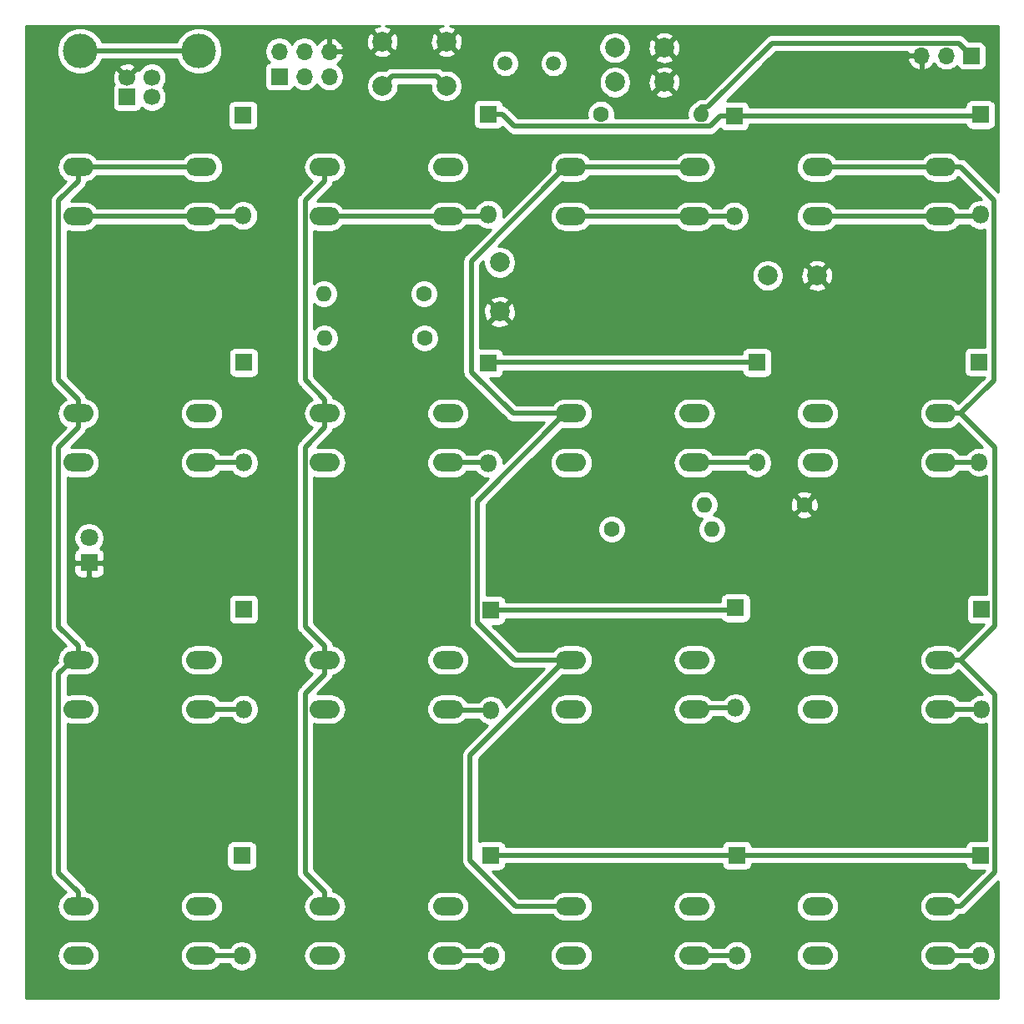
<source format=gbr>
G04 #@! TF.GenerationSoftware,KiCad,Pcbnew,5.1.5+dfsg1-2build2*
G04 #@! TF.CreationDate,2020-04-14T21:36:42+02:00*
G04 #@! TF.ProjectId,LoopStation,4c6f6f70-5374-4617-9469-6f6e2e6b6963,rev?*
G04 #@! TF.SameCoordinates,Original*
G04 #@! TF.FileFunction,Copper,L1,Top*
G04 #@! TF.FilePolarity,Positive*
%FSLAX46Y46*%
G04 Gerber Fmt 4.6, Leading zero omitted, Abs format (unit mm)*
G04 Created by KiCad (PCBNEW 5.1.5+dfsg1-2build2) date 2020-04-14 21:36:42*
%MOMM*%
%LPD*%
G04 APERTURE LIST*
%ADD10O,1.600000X1.600000*%
%ADD11C,1.600000*%
%ADD12C,1.800000*%
%ADD13R,1.800000X1.800000*%
%ADD14C,2.000000*%
%ADD15C,1.500000*%
%ADD16O,1.700000X1.700000*%
%ADD17R,1.700000X1.700000*%
%ADD18C,3.500000*%
%ADD19C,1.700000*%
%ADD20O,3.048000X1.850000*%
%ADD21O,1.800000X1.800000*%
%ADD22C,0.500000*%
%ADD23C,0.254000*%
G04 APERTURE END LIST*
D10*
X119507000Y-99250500D03*
D11*
X129667000Y-99250500D03*
D10*
X120269000Y-101727000D03*
D11*
X110109000Y-101727000D03*
D12*
X57086500Y-102616000D03*
D13*
X57086500Y-105156000D03*
D14*
X125937000Y-76009500D03*
X130937000Y-76009500D03*
X98742500Y-79676000D03*
X98742500Y-74676000D03*
X93345000Y-52269000D03*
X93345000Y-56769000D03*
X86845000Y-52269000D03*
X86845000Y-56769000D03*
D10*
X119189500Y-59626500D03*
D11*
X109029500Y-59626500D03*
D15*
X104214000Y-54483000D03*
X99314000Y-54483000D03*
D14*
X110426500Y-52895500D03*
X115426500Y-52895500D03*
X110443000Y-56388000D03*
X115443000Y-56388000D03*
D10*
X80962500Y-82359500D03*
D11*
X91122500Y-82359500D03*
D10*
X80899000Y-77851000D03*
D11*
X91059000Y-77851000D03*
D16*
X81470500Y-53276500D03*
X81470500Y-55816500D03*
X78930500Y-53276500D03*
X78930500Y-55816500D03*
X76390500Y-53276500D03*
D17*
X76390500Y-55816500D03*
D18*
X68230000Y-53202000D03*
X56190000Y-53202000D03*
D19*
X60960000Y-55912000D03*
X63460000Y-55912000D03*
X63460000Y-57912000D03*
D17*
X60960000Y-57912000D03*
D16*
X141541500Y-53721000D03*
X144081500Y-53721000D03*
D17*
X146621500Y-53721000D03*
D20*
X106000000Y-95000000D03*
X106000000Y-90000000D03*
X118500000Y-95000000D03*
X118500000Y-90000000D03*
X81000000Y-95000000D03*
X81000000Y-90000000D03*
X93500000Y-95000000D03*
X93500000Y-90000000D03*
D21*
X147510500Y-144970500D03*
D13*
X147510500Y-134810500D03*
D21*
X147637500Y-120015000D03*
D13*
X147637500Y-109855000D03*
D21*
X147383500Y-94932500D03*
D13*
X147383500Y-84772500D03*
D21*
X147510500Y-69850000D03*
D13*
X147510500Y-59690000D03*
D21*
X122809000Y-144970500D03*
D13*
X122809000Y-134810500D03*
D21*
X122682000Y-119888000D03*
D13*
X122682000Y-109728000D03*
D21*
X124841000Y-94996000D03*
D13*
X124841000Y-84836000D03*
D21*
X122555000Y-69977000D03*
D13*
X122555000Y-59817000D03*
D21*
X97853500Y-145034000D03*
D13*
X97853500Y-134874000D03*
D21*
X97853500Y-120142000D03*
D13*
X97853500Y-109982000D03*
D21*
X97599500Y-95059500D03*
D13*
X97599500Y-84899500D03*
D21*
X97599500Y-69786500D03*
D13*
X97599500Y-59626500D03*
D21*
X72580500Y-145034000D03*
D13*
X72580500Y-134874000D03*
D21*
X72771000Y-120015000D03*
D13*
X72771000Y-109855000D03*
D21*
X72771000Y-94996000D03*
D13*
X72771000Y-84836000D03*
D21*
X72707500Y-69913500D03*
D13*
X72707500Y-59753500D03*
D20*
X131000000Y-70000000D03*
X131000000Y-65000000D03*
X143500000Y-70000000D03*
X143500000Y-65000000D03*
X131000000Y-145000000D03*
X131000000Y-140000000D03*
X143500000Y-145000000D03*
X143500000Y-140000000D03*
X131000000Y-120000000D03*
X131000000Y-115000000D03*
X143500000Y-120000000D03*
X143500000Y-115000000D03*
X131000000Y-95000000D03*
X131000000Y-90000000D03*
X143500000Y-95000000D03*
X143500000Y-90000000D03*
X106000000Y-145000000D03*
X106000000Y-140000000D03*
X118500000Y-145000000D03*
X118500000Y-140000000D03*
X106000000Y-120000000D03*
X106000000Y-115000000D03*
X118500000Y-120000000D03*
X118500000Y-115000000D03*
X106000000Y-70000000D03*
X106000000Y-65000000D03*
X118500000Y-70000000D03*
X118500000Y-65000000D03*
X81000000Y-145000000D03*
X81000000Y-140000000D03*
X93500000Y-145000000D03*
X93500000Y-140000000D03*
X81000000Y-120000000D03*
X81000000Y-115000000D03*
X93500000Y-120000000D03*
X93500000Y-115000000D03*
X81000000Y-70000000D03*
X81000000Y-65000000D03*
X93500000Y-70000000D03*
X93500000Y-65000000D03*
X56000000Y-145000000D03*
X56000000Y-140000000D03*
X68500000Y-145000000D03*
X68500000Y-140000000D03*
X56000000Y-120000000D03*
X56000000Y-115000000D03*
X68500000Y-120000000D03*
X68500000Y-115000000D03*
X56000000Y-95000000D03*
X56000000Y-90000000D03*
X68500000Y-95000000D03*
X68500000Y-90000000D03*
X56000000Y-70000000D03*
X56000000Y-65000000D03*
X68500000Y-70000000D03*
X68500000Y-65000000D03*
D22*
X68500000Y-70000000D02*
X70524000Y-70000000D01*
X72621000Y-70000000D02*
X72707500Y-69913500D01*
X68500000Y-70000000D02*
X72621000Y-70000000D01*
X58024000Y-70000000D02*
X68500000Y-70000000D01*
X56000000Y-70000000D02*
X58024000Y-70000000D01*
X97726500Y-109855000D02*
X97853500Y-109982000D01*
X122428000Y-109982000D02*
X122682000Y-109728000D01*
X97853500Y-109982000D02*
X122428000Y-109982000D01*
X147510500Y-109728000D02*
X147637500Y-109855000D01*
X72767000Y-95000000D02*
X72771000Y-94996000D01*
X68500000Y-95000000D02*
X72767000Y-95000000D01*
X68515000Y-120015000D02*
X68500000Y-120000000D01*
X72771000Y-120015000D02*
X68515000Y-120015000D01*
X72546500Y-145000000D02*
X72580500Y-145034000D01*
X68500000Y-145000000D02*
X72546500Y-145000000D01*
X97386000Y-70000000D02*
X97599500Y-69786500D01*
X93500000Y-70000000D02*
X97386000Y-70000000D01*
X81000000Y-70000000D02*
X93500000Y-70000000D01*
X97540000Y-95000000D02*
X97599500Y-95059500D01*
X93500000Y-95000000D02*
X97540000Y-95000000D01*
X93642000Y-120142000D02*
X93500000Y-120000000D01*
X97853500Y-120142000D02*
X93642000Y-120142000D01*
X97819500Y-145000000D02*
X97853500Y-145034000D01*
X93500000Y-145000000D02*
X97819500Y-145000000D01*
X118500000Y-70000000D02*
X120524000Y-70000000D01*
X118500000Y-70000000D02*
X122659000Y-70000000D01*
X122636000Y-69977000D02*
X122555000Y-69977000D01*
X122659000Y-70000000D02*
X122636000Y-69977000D01*
X106000000Y-70000000D02*
X118500000Y-70000000D01*
X118500000Y-95000000D02*
X120524000Y-95000000D01*
X118500000Y-95000000D02*
X124710000Y-95000000D01*
X124714000Y-94996000D02*
X124841000Y-94996000D01*
X124710000Y-95000000D02*
X124714000Y-94996000D01*
X118612000Y-119888000D02*
X118500000Y-120000000D01*
X122682000Y-119888000D02*
X118612000Y-119888000D01*
X122779500Y-145000000D02*
X122809000Y-144970500D01*
X118500000Y-145000000D02*
X122779500Y-145000000D01*
X147360500Y-70000000D02*
X147510500Y-69850000D01*
X143500000Y-70000000D02*
X147360500Y-70000000D01*
X133024000Y-70000000D02*
X143500000Y-70000000D01*
X131000000Y-70000000D02*
X133024000Y-70000000D01*
X147316000Y-95000000D02*
X147383500Y-94932500D01*
X143500000Y-95000000D02*
X147316000Y-95000000D01*
X147622500Y-120000000D02*
X147637500Y-120015000D01*
X143500000Y-120000000D02*
X147622500Y-120000000D01*
X147481000Y-145000000D02*
X147510500Y-144970500D01*
X143500000Y-145000000D02*
X147481000Y-145000000D01*
X148860501Y-68336501D02*
X148860501Y-86663499D01*
X145524000Y-65000000D02*
X148860501Y-68336501D01*
X148860501Y-86663499D02*
X145524000Y-90000000D01*
X143500000Y-65000000D02*
X145524000Y-65000000D01*
X148987501Y-93463501D02*
X148987501Y-111536499D01*
X145524000Y-90000000D02*
X148987501Y-93463501D01*
X148987501Y-111536499D02*
X145524000Y-115000000D01*
X143500000Y-90000000D02*
X145524000Y-90000000D01*
X148987501Y-136536499D02*
X145524000Y-140000000D01*
X148987501Y-118463501D02*
X148987501Y-136536499D01*
X145524000Y-115000000D02*
X148987501Y-118463501D01*
X145524000Y-140000000D02*
X143500000Y-140000000D01*
X143500000Y-115000000D02*
X145524000Y-115000000D01*
X133024000Y-65000000D02*
X143500000Y-65000000D01*
X131000000Y-65000000D02*
X133024000Y-65000000D01*
X97472500Y-59753500D02*
X97599500Y-59626500D01*
X122364500Y-59626500D02*
X122555000Y-59817000D01*
X147383500Y-59817000D02*
X147510500Y-59690000D01*
X122555000Y-59817000D02*
X147383500Y-59817000D01*
X121155000Y-59817000D02*
X122555000Y-59817000D01*
X120095499Y-60876501D02*
X121155000Y-59817000D01*
X100249501Y-60876501D02*
X120095499Y-60876501D01*
X98999500Y-59626500D02*
X100249501Y-60876501D01*
X97599500Y-59626500D02*
X98999500Y-59626500D01*
X124904500Y-84772500D02*
X124841000Y-84836000D01*
X97663000Y-84836000D02*
X97599500Y-84899500D01*
X124841000Y-84836000D02*
X97663000Y-84836000D01*
X72834500Y-84899500D02*
X72771000Y-84836000D01*
X81000000Y-116425000D02*
X81000000Y-115000000D01*
X79025990Y-118399010D02*
X81000000Y-116425000D01*
X79025990Y-136600990D02*
X79025990Y-118399010D01*
X81000000Y-138575000D02*
X79025990Y-136600990D01*
X81000000Y-140000000D02*
X81000000Y-138575000D01*
X81000000Y-91425000D02*
X81000000Y-90000000D01*
X79025990Y-93399010D02*
X81000000Y-91425000D01*
X79025990Y-111600990D02*
X79025990Y-93399010D01*
X81000000Y-113575000D02*
X79025990Y-111600990D01*
X81000000Y-115000000D02*
X81000000Y-113575000D01*
X81000000Y-66425000D02*
X81000000Y-65000000D01*
X79025990Y-68399010D02*
X81000000Y-66425000D01*
X79025990Y-86600990D02*
X79025990Y-68399010D01*
X81000000Y-88575000D02*
X79025990Y-86600990D01*
X81000000Y-90000000D02*
X81000000Y-88575000D01*
X56000000Y-88575000D02*
X56000000Y-90000000D01*
X54025990Y-86600990D02*
X56000000Y-88575000D01*
X54025990Y-68399010D02*
X54025990Y-86600990D01*
X56000000Y-66425000D02*
X54025990Y-68399010D01*
X56000000Y-65000000D02*
X56000000Y-66425000D01*
X56000000Y-113575000D02*
X56000000Y-115000000D01*
X54025990Y-111600990D02*
X56000000Y-113575000D01*
X54025990Y-93399010D02*
X54025990Y-111600990D01*
X56000000Y-91425000D02*
X54025990Y-93399010D01*
X56000000Y-90000000D02*
X56000000Y-91425000D01*
X56000000Y-138575000D02*
X56000000Y-140000000D01*
X54025990Y-136600990D02*
X56000000Y-138575000D01*
X54025990Y-116375010D02*
X54025990Y-136600990D01*
X55401000Y-115000000D02*
X54025990Y-116375010D01*
X56000000Y-115000000D02*
X55401000Y-115000000D01*
X56000000Y-65000000D02*
X68500000Y-65000000D01*
X95753490Y-124647510D02*
X105401000Y-115000000D01*
X95753490Y-135383992D02*
X95753490Y-124647510D01*
X100369498Y-140000000D02*
X95753490Y-135383992D01*
X105401000Y-115000000D02*
X106000000Y-115000000D01*
X106000000Y-140000000D02*
X100369498Y-140000000D01*
X105401000Y-90000000D02*
X106000000Y-90000000D01*
X96503499Y-98897501D02*
X105401000Y-90000000D01*
X96503499Y-111242001D02*
X96503499Y-98897501D01*
X100261498Y-115000000D02*
X96503499Y-111242001D01*
X106000000Y-115000000D02*
X100261498Y-115000000D01*
X105401000Y-65000000D02*
X106000000Y-65000000D01*
X95885000Y-74516000D02*
X105401000Y-65000000D01*
X95885000Y-85795002D02*
X95885000Y-74516000D01*
X100089998Y-90000000D02*
X95885000Y-85795002D01*
X106000000Y-90000000D02*
X100089998Y-90000000D01*
X106000000Y-65000000D02*
X118500000Y-65000000D01*
X147510500Y-134810500D02*
X122809000Y-134810500D01*
X97917000Y-134810500D02*
X97853500Y-134874000D01*
X122809000Y-134810500D02*
X97917000Y-134810500D01*
X119889510Y-58926490D02*
X119189500Y-58926490D01*
X126395001Y-52420999D02*
X119889510Y-58926490D01*
X145321499Y-52420999D02*
X126395001Y-52420999D01*
X146621500Y-53721000D02*
X145321499Y-52420999D01*
X56190000Y-53202000D02*
X68230000Y-53202000D01*
X92345001Y-55769001D02*
X93345000Y-56769000D01*
X87844999Y-55769001D02*
X92345001Y-55769001D01*
X86845000Y-56769000D02*
X87844999Y-55769001D01*
D23*
G36*
X86463325Y-50671039D02*
G01*
X86158912Y-50776205D01*
X85984956Y-50869186D01*
X85889192Y-51133587D01*
X86845000Y-52089395D01*
X87800808Y-51133587D01*
X87705044Y-50869186D01*
X87415429Y-50728296D01*
X87154940Y-50660000D01*
X93043822Y-50660000D01*
X92963325Y-50671039D01*
X92658912Y-50776205D01*
X92484956Y-50869186D01*
X92389192Y-51133587D01*
X93345000Y-52089395D01*
X94300808Y-51133587D01*
X94205044Y-50869186D01*
X93915429Y-50728296D01*
X93654940Y-50660000D01*
X149340000Y-50660000D01*
X149340000Y-67564421D01*
X146180534Y-64404956D01*
X146152817Y-64371183D01*
X146018059Y-64260589D01*
X145864313Y-64178411D01*
X145697490Y-64127805D01*
X145567477Y-64115000D01*
X145567469Y-64115000D01*
X145524000Y-64110719D01*
X145480531Y-64115000D01*
X145390783Y-64115000D01*
X145207424Y-63891576D01*
X144969883Y-63696631D01*
X144698875Y-63551774D01*
X144404813Y-63462572D01*
X144175636Y-63440000D01*
X142824364Y-63440000D01*
X142595187Y-63462572D01*
X142301125Y-63551774D01*
X142030117Y-63696631D01*
X141792576Y-63891576D01*
X141609217Y-64115000D01*
X132890783Y-64115000D01*
X132707424Y-63891576D01*
X132469883Y-63696631D01*
X132198875Y-63551774D01*
X131904813Y-63462572D01*
X131675636Y-63440000D01*
X130324364Y-63440000D01*
X130095187Y-63462572D01*
X129801125Y-63551774D01*
X129530117Y-63696631D01*
X129292576Y-63891576D01*
X129097631Y-64129117D01*
X128952774Y-64400125D01*
X128863572Y-64694187D01*
X128833452Y-65000000D01*
X128863572Y-65305813D01*
X128952774Y-65599875D01*
X129097631Y-65870883D01*
X129292576Y-66108424D01*
X129530117Y-66303369D01*
X129801125Y-66448226D01*
X130095187Y-66537428D01*
X130324364Y-66560000D01*
X131675636Y-66560000D01*
X131904813Y-66537428D01*
X132198875Y-66448226D01*
X132469883Y-66303369D01*
X132707424Y-66108424D01*
X132890783Y-65885000D01*
X141609217Y-65885000D01*
X141792576Y-66108424D01*
X142030117Y-66303369D01*
X142301125Y-66448226D01*
X142595187Y-66537428D01*
X142824364Y-66560000D01*
X144175636Y-66560000D01*
X144404813Y-66537428D01*
X144698875Y-66448226D01*
X144969883Y-66303369D01*
X145207424Y-66108424D01*
X145285595Y-66013173D01*
X147587421Y-68315000D01*
X147359316Y-68315000D01*
X147062757Y-68373989D01*
X146783405Y-68489701D01*
X146531995Y-68657688D01*
X146318188Y-68871495D01*
X146155483Y-69115000D01*
X145390783Y-69115000D01*
X145207424Y-68891576D01*
X144969883Y-68696631D01*
X144698875Y-68551774D01*
X144404813Y-68462572D01*
X144175636Y-68440000D01*
X142824364Y-68440000D01*
X142595187Y-68462572D01*
X142301125Y-68551774D01*
X142030117Y-68696631D01*
X141792576Y-68891576D01*
X141609217Y-69115000D01*
X132890783Y-69115000D01*
X132707424Y-68891576D01*
X132469883Y-68696631D01*
X132198875Y-68551774D01*
X131904813Y-68462572D01*
X131675636Y-68440000D01*
X130324364Y-68440000D01*
X130095187Y-68462572D01*
X129801125Y-68551774D01*
X129530117Y-68696631D01*
X129292576Y-68891576D01*
X129097631Y-69129117D01*
X128952774Y-69400125D01*
X128863572Y-69694187D01*
X128833452Y-70000000D01*
X128863572Y-70305813D01*
X128952774Y-70599875D01*
X129097631Y-70870883D01*
X129292576Y-71108424D01*
X129530117Y-71303369D01*
X129801125Y-71448226D01*
X130095187Y-71537428D01*
X130324364Y-71560000D01*
X131675636Y-71560000D01*
X131904813Y-71537428D01*
X132198875Y-71448226D01*
X132469883Y-71303369D01*
X132707424Y-71108424D01*
X132890783Y-70885000D01*
X141609217Y-70885000D01*
X141792576Y-71108424D01*
X142030117Y-71303369D01*
X142301125Y-71448226D01*
X142595187Y-71537428D01*
X142824364Y-71560000D01*
X144175636Y-71560000D01*
X144404813Y-71537428D01*
X144698875Y-71448226D01*
X144969883Y-71303369D01*
X145207424Y-71108424D01*
X145390783Y-70885000D01*
X146374683Y-70885000D01*
X146531995Y-71042312D01*
X146783405Y-71210299D01*
X147062757Y-71326011D01*
X147359316Y-71385000D01*
X147661684Y-71385000D01*
X147958243Y-71326011D01*
X147975501Y-71318862D01*
X147975502Y-83234428D01*
X146483500Y-83234428D01*
X146359018Y-83246688D01*
X146239320Y-83282998D01*
X146129006Y-83341963D01*
X146032315Y-83421315D01*
X145952963Y-83518006D01*
X145893998Y-83628320D01*
X145857688Y-83748018D01*
X145845428Y-83872500D01*
X145845428Y-85672500D01*
X145857688Y-85796982D01*
X145893998Y-85916680D01*
X145952963Y-86026994D01*
X146032315Y-86123685D01*
X146129006Y-86203037D01*
X146239320Y-86262002D01*
X146359018Y-86298312D01*
X146483500Y-86310572D01*
X147961849Y-86310572D01*
X145285595Y-88986827D01*
X145207424Y-88891576D01*
X144969883Y-88696631D01*
X144698875Y-88551774D01*
X144404813Y-88462572D01*
X144175636Y-88440000D01*
X142824364Y-88440000D01*
X142595187Y-88462572D01*
X142301125Y-88551774D01*
X142030117Y-88696631D01*
X141792576Y-88891576D01*
X141597631Y-89129117D01*
X141452774Y-89400125D01*
X141363572Y-89694187D01*
X141333452Y-90000000D01*
X141363572Y-90305813D01*
X141452774Y-90599875D01*
X141597631Y-90870883D01*
X141792576Y-91108424D01*
X142030117Y-91303369D01*
X142301125Y-91448226D01*
X142595187Y-91537428D01*
X142824364Y-91560000D01*
X144175636Y-91560000D01*
X144404813Y-91537428D01*
X144698875Y-91448226D01*
X144969883Y-91303369D01*
X145207424Y-91108424D01*
X145285595Y-91013173D01*
X147703501Y-93431080D01*
X147534684Y-93397500D01*
X147232316Y-93397500D01*
X146935757Y-93456489D01*
X146656405Y-93572201D01*
X146404995Y-93740188D01*
X146191188Y-93953995D01*
X146083608Y-94115000D01*
X145390783Y-94115000D01*
X145207424Y-93891576D01*
X144969883Y-93696631D01*
X144698875Y-93551774D01*
X144404813Y-93462572D01*
X144175636Y-93440000D01*
X142824364Y-93440000D01*
X142595187Y-93462572D01*
X142301125Y-93551774D01*
X142030117Y-93696631D01*
X141792576Y-93891576D01*
X141597631Y-94129117D01*
X141452774Y-94400125D01*
X141363572Y-94694187D01*
X141333452Y-95000000D01*
X141363572Y-95305813D01*
X141452774Y-95599875D01*
X141597631Y-95870883D01*
X141792576Y-96108424D01*
X142030117Y-96303369D01*
X142301125Y-96448226D01*
X142595187Y-96537428D01*
X142824364Y-96560000D01*
X144175636Y-96560000D01*
X144404813Y-96537428D01*
X144698875Y-96448226D01*
X144969883Y-96303369D01*
X145207424Y-96108424D01*
X145390783Y-95885000D01*
X146173812Y-95885000D01*
X146191188Y-95911005D01*
X146404995Y-96124812D01*
X146656405Y-96292799D01*
X146935757Y-96408511D01*
X147232316Y-96467500D01*
X147534684Y-96467500D01*
X147831243Y-96408511D01*
X148102501Y-96296152D01*
X148102502Y-108316928D01*
X146737500Y-108316928D01*
X146613018Y-108329188D01*
X146493320Y-108365498D01*
X146383006Y-108424463D01*
X146286315Y-108503815D01*
X146206963Y-108600506D01*
X146147998Y-108710820D01*
X146111688Y-108830518D01*
X146099428Y-108955000D01*
X146099428Y-110755000D01*
X146111688Y-110879482D01*
X146147998Y-110999180D01*
X146206963Y-111109494D01*
X146286315Y-111206185D01*
X146383006Y-111285537D01*
X146493320Y-111344502D01*
X146613018Y-111380812D01*
X146737500Y-111393072D01*
X147879349Y-111393072D01*
X145285595Y-113986827D01*
X145207424Y-113891576D01*
X144969883Y-113696631D01*
X144698875Y-113551774D01*
X144404813Y-113462572D01*
X144175636Y-113440000D01*
X142824364Y-113440000D01*
X142595187Y-113462572D01*
X142301125Y-113551774D01*
X142030117Y-113696631D01*
X141792576Y-113891576D01*
X141597631Y-114129117D01*
X141452774Y-114400125D01*
X141363572Y-114694187D01*
X141333452Y-115000000D01*
X141363572Y-115305813D01*
X141452774Y-115599875D01*
X141597631Y-115870883D01*
X141792576Y-116108424D01*
X142030117Y-116303369D01*
X142301125Y-116448226D01*
X142595187Y-116537428D01*
X142824364Y-116560000D01*
X144175636Y-116560000D01*
X144404813Y-116537428D01*
X144698875Y-116448226D01*
X144969883Y-116303369D01*
X145207424Y-116108424D01*
X145285595Y-116013173D01*
X147752421Y-118480000D01*
X147486316Y-118480000D01*
X147189757Y-118538989D01*
X146910405Y-118654701D01*
X146658995Y-118822688D01*
X146445188Y-119036495D01*
X146392733Y-119115000D01*
X145390783Y-119115000D01*
X145207424Y-118891576D01*
X144969883Y-118696631D01*
X144698875Y-118551774D01*
X144404813Y-118462572D01*
X144175636Y-118440000D01*
X142824364Y-118440000D01*
X142595187Y-118462572D01*
X142301125Y-118551774D01*
X142030117Y-118696631D01*
X141792576Y-118891576D01*
X141597631Y-119129117D01*
X141452774Y-119400125D01*
X141363572Y-119694187D01*
X141333452Y-120000000D01*
X141363572Y-120305813D01*
X141452774Y-120599875D01*
X141597631Y-120870883D01*
X141792576Y-121108424D01*
X142030117Y-121303369D01*
X142301125Y-121448226D01*
X142595187Y-121537428D01*
X142824364Y-121560000D01*
X144175636Y-121560000D01*
X144404813Y-121537428D01*
X144698875Y-121448226D01*
X144969883Y-121303369D01*
X145207424Y-121108424D01*
X145390783Y-120885000D01*
X146372687Y-120885000D01*
X146445188Y-120993505D01*
X146658995Y-121207312D01*
X146910405Y-121375299D01*
X147189757Y-121491011D01*
X147486316Y-121550000D01*
X147788684Y-121550000D01*
X148085243Y-121491011D01*
X148102501Y-121483862D01*
X148102502Y-133272428D01*
X146610500Y-133272428D01*
X146486018Y-133284688D01*
X146366320Y-133320998D01*
X146256006Y-133379963D01*
X146159315Y-133459315D01*
X146079963Y-133556006D01*
X146020998Y-133666320D01*
X145984688Y-133786018D01*
X145972428Y-133910500D01*
X145972428Y-133925500D01*
X124347072Y-133925500D01*
X124347072Y-133910500D01*
X124334812Y-133786018D01*
X124298502Y-133666320D01*
X124239537Y-133556006D01*
X124160185Y-133459315D01*
X124063494Y-133379963D01*
X123953180Y-133320998D01*
X123833482Y-133284688D01*
X123709000Y-133272428D01*
X121909000Y-133272428D01*
X121784518Y-133284688D01*
X121664820Y-133320998D01*
X121554506Y-133379963D01*
X121457815Y-133459315D01*
X121378463Y-133556006D01*
X121319498Y-133666320D01*
X121283188Y-133786018D01*
X121270928Y-133910500D01*
X121270928Y-133925500D01*
X99386795Y-133925500D01*
X99379312Y-133849518D01*
X99343002Y-133729820D01*
X99284037Y-133619506D01*
X99204685Y-133522815D01*
X99107994Y-133443463D01*
X98997680Y-133384498D01*
X98877982Y-133348188D01*
X98753500Y-133335928D01*
X96953500Y-133335928D01*
X96829018Y-133348188D01*
X96709320Y-133384498D01*
X96638490Y-133422358D01*
X96638490Y-125014088D01*
X101652578Y-120000000D01*
X103833452Y-120000000D01*
X103863572Y-120305813D01*
X103952774Y-120599875D01*
X104097631Y-120870883D01*
X104292576Y-121108424D01*
X104530117Y-121303369D01*
X104801125Y-121448226D01*
X105095187Y-121537428D01*
X105324364Y-121560000D01*
X106675636Y-121560000D01*
X106904813Y-121537428D01*
X107198875Y-121448226D01*
X107469883Y-121303369D01*
X107707424Y-121108424D01*
X107902369Y-120870883D01*
X108047226Y-120599875D01*
X108136428Y-120305813D01*
X108166548Y-120000000D01*
X116333452Y-120000000D01*
X116363572Y-120305813D01*
X116452774Y-120599875D01*
X116597631Y-120870883D01*
X116792576Y-121108424D01*
X117030117Y-121303369D01*
X117301125Y-121448226D01*
X117595187Y-121537428D01*
X117824364Y-121560000D01*
X119175636Y-121560000D01*
X119404813Y-121537428D01*
X119698875Y-121448226D01*
X119969883Y-121303369D01*
X120207424Y-121108424D01*
X120402369Y-120870883D01*
X120454689Y-120773000D01*
X121427210Y-120773000D01*
X121489688Y-120866505D01*
X121703495Y-121080312D01*
X121954905Y-121248299D01*
X122234257Y-121364011D01*
X122530816Y-121423000D01*
X122833184Y-121423000D01*
X123129743Y-121364011D01*
X123409095Y-121248299D01*
X123660505Y-121080312D01*
X123874312Y-120866505D01*
X124042299Y-120615095D01*
X124158011Y-120335743D01*
X124217000Y-120039184D01*
X124217000Y-120000000D01*
X128833452Y-120000000D01*
X128863572Y-120305813D01*
X128952774Y-120599875D01*
X129097631Y-120870883D01*
X129292576Y-121108424D01*
X129530117Y-121303369D01*
X129801125Y-121448226D01*
X130095187Y-121537428D01*
X130324364Y-121560000D01*
X131675636Y-121560000D01*
X131904813Y-121537428D01*
X132198875Y-121448226D01*
X132469883Y-121303369D01*
X132707424Y-121108424D01*
X132902369Y-120870883D01*
X133047226Y-120599875D01*
X133136428Y-120305813D01*
X133166548Y-120000000D01*
X133136428Y-119694187D01*
X133047226Y-119400125D01*
X132902369Y-119129117D01*
X132707424Y-118891576D01*
X132469883Y-118696631D01*
X132198875Y-118551774D01*
X131904813Y-118462572D01*
X131675636Y-118440000D01*
X130324364Y-118440000D01*
X130095187Y-118462572D01*
X129801125Y-118551774D01*
X129530117Y-118696631D01*
X129292576Y-118891576D01*
X129097631Y-119129117D01*
X128952774Y-119400125D01*
X128863572Y-119694187D01*
X128833452Y-120000000D01*
X124217000Y-120000000D01*
X124217000Y-119736816D01*
X124158011Y-119440257D01*
X124042299Y-119160905D01*
X123874312Y-118909495D01*
X123660505Y-118695688D01*
X123409095Y-118527701D01*
X123129743Y-118411989D01*
X122833184Y-118353000D01*
X122530816Y-118353000D01*
X122234257Y-118411989D01*
X121954905Y-118527701D01*
X121703495Y-118695688D01*
X121489688Y-118909495D01*
X121427210Y-119003000D01*
X120298867Y-119003000D01*
X120207424Y-118891576D01*
X119969883Y-118696631D01*
X119698875Y-118551774D01*
X119404813Y-118462572D01*
X119175636Y-118440000D01*
X117824364Y-118440000D01*
X117595187Y-118462572D01*
X117301125Y-118551774D01*
X117030117Y-118696631D01*
X116792576Y-118891576D01*
X116597631Y-119129117D01*
X116452774Y-119400125D01*
X116363572Y-119694187D01*
X116333452Y-120000000D01*
X108166548Y-120000000D01*
X108136428Y-119694187D01*
X108047226Y-119400125D01*
X107902369Y-119129117D01*
X107707424Y-118891576D01*
X107469883Y-118696631D01*
X107198875Y-118551774D01*
X106904813Y-118462572D01*
X106675636Y-118440000D01*
X105324364Y-118440000D01*
X105095187Y-118462572D01*
X104801125Y-118551774D01*
X104530117Y-118696631D01*
X104292576Y-118891576D01*
X104097631Y-119129117D01*
X103952774Y-119400125D01*
X103863572Y-119694187D01*
X103833452Y-120000000D01*
X101652578Y-120000000D01*
X105113361Y-116539218D01*
X105324364Y-116560000D01*
X106675636Y-116560000D01*
X106904813Y-116537428D01*
X107198875Y-116448226D01*
X107469883Y-116303369D01*
X107707424Y-116108424D01*
X107902369Y-115870883D01*
X108047226Y-115599875D01*
X108136428Y-115305813D01*
X108166548Y-115000000D01*
X116333452Y-115000000D01*
X116363572Y-115305813D01*
X116452774Y-115599875D01*
X116597631Y-115870883D01*
X116792576Y-116108424D01*
X117030117Y-116303369D01*
X117301125Y-116448226D01*
X117595187Y-116537428D01*
X117824364Y-116560000D01*
X119175636Y-116560000D01*
X119404813Y-116537428D01*
X119698875Y-116448226D01*
X119969883Y-116303369D01*
X120207424Y-116108424D01*
X120402369Y-115870883D01*
X120547226Y-115599875D01*
X120636428Y-115305813D01*
X120666548Y-115000000D01*
X128833452Y-115000000D01*
X128863572Y-115305813D01*
X128952774Y-115599875D01*
X129097631Y-115870883D01*
X129292576Y-116108424D01*
X129530117Y-116303369D01*
X129801125Y-116448226D01*
X130095187Y-116537428D01*
X130324364Y-116560000D01*
X131675636Y-116560000D01*
X131904813Y-116537428D01*
X132198875Y-116448226D01*
X132469883Y-116303369D01*
X132707424Y-116108424D01*
X132902369Y-115870883D01*
X133047226Y-115599875D01*
X133136428Y-115305813D01*
X133166548Y-115000000D01*
X133136428Y-114694187D01*
X133047226Y-114400125D01*
X132902369Y-114129117D01*
X132707424Y-113891576D01*
X132469883Y-113696631D01*
X132198875Y-113551774D01*
X131904813Y-113462572D01*
X131675636Y-113440000D01*
X130324364Y-113440000D01*
X130095187Y-113462572D01*
X129801125Y-113551774D01*
X129530117Y-113696631D01*
X129292576Y-113891576D01*
X129097631Y-114129117D01*
X128952774Y-114400125D01*
X128863572Y-114694187D01*
X128833452Y-115000000D01*
X120666548Y-115000000D01*
X120636428Y-114694187D01*
X120547226Y-114400125D01*
X120402369Y-114129117D01*
X120207424Y-113891576D01*
X119969883Y-113696631D01*
X119698875Y-113551774D01*
X119404813Y-113462572D01*
X119175636Y-113440000D01*
X117824364Y-113440000D01*
X117595187Y-113462572D01*
X117301125Y-113551774D01*
X117030117Y-113696631D01*
X116792576Y-113891576D01*
X116597631Y-114129117D01*
X116452774Y-114400125D01*
X116363572Y-114694187D01*
X116333452Y-115000000D01*
X108166548Y-115000000D01*
X108136428Y-114694187D01*
X108047226Y-114400125D01*
X107902369Y-114129117D01*
X107707424Y-113891576D01*
X107469883Y-113696631D01*
X107198875Y-113551774D01*
X106904813Y-113462572D01*
X106675636Y-113440000D01*
X105324364Y-113440000D01*
X105095187Y-113462572D01*
X104801125Y-113551774D01*
X104530117Y-113696631D01*
X104292576Y-113891576D01*
X104109217Y-114115000D01*
X100628077Y-114115000D01*
X98033148Y-111520072D01*
X98753500Y-111520072D01*
X98877982Y-111507812D01*
X98997680Y-111471502D01*
X99107994Y-111412537D01*
X99204685Y-111333185D01*
X99284037Y-111236494D01*
X99343002Y-111126180D01*
X99379312Y-111006482D01*
X99391572Y-110882000D01*
X99391572Y-110867000D01*
X121190927Y-110867000D01*
X121192498Y-110872180D01*
X121251463Y-110982494D01*
X121330815Y-111079185D01*
X121427506Y-111158537D01*
X121537820Y-111217502D01*
X121657518Y-111253812D01*
X121782000Y-111266072D01*
X123582000Y-111266072D01*
X123706482Y-111253812D01*
X123826180Y-111217502D01*
X123936494Y-111158537D01*
X124033185Y-111079185D01*
X124112537Y-110982494D01*
X124171502Y-110872180D01*
X124207812Y-110752482D01*
X124220072Y-110628000D01*
X124220072Y-108828000D01*
X124207812Y-108703518D01*
X124171502Y-108583820D01*
X124112537Y-108473506D01*
X124033185Y-108376815D01*
X123936494Y-108297463D01*
X123826180Y-108238498D01*
X123706482Y-108202188D01*
X123582000Y-108189928D01*
X121782000Y-108189928D01*
X121657518Y-108202188D01*
X121537820Y-108238498D01*
X121427506Y-108297463D01*
X121330815Y-108376815D01*
X121251463Y-108473506D01*
X121192498Y-108583820D01*
X121156188Y-108703518D01*
X121143928Y-108828000D01*
X121143928Y-109097000D01*
X99391572Y-109097000D01*
X99391572Y-109082000D01*
X99379312Y-108957518D01*
X99343002Y-108837820D01*
X99284037Y-108727506D01*
X99204685Y-108630815D01*
X99107994Y-108551463D01*
X98997680Y-108492498D01*
X98877982Y-108456188D01*
X98753500Y-108443928D01*
X97388499Y-108443928D01*
X97388499Y-101585665D01*
X108674000Y-101585665D01*
X108674000Y-101868335D01*
X108729147Y-102145574D01*
X108837320Y-102406727D01*
X108994363Y-102641759D01*
X109194241Y-102841637D01*
X109429273Y-102998680D01*
X109690426Y-103106853D01*
X109967665Y-103162000D01*
X110250335Y-103162000D01*
X110527574Y-103106853D01*
X110788727Y-102998680D01*
X111023759Y-102841637D01*
X111223637Y-102641759D01*
X111380680Y-102406727D01*
X111488853Y-102145574D01*
X111544000Y-101868335D01*
X111544000Y-101585665D01*
X111488853Y-101308426D01*
X111380680Y-101047273D01*
X111223637Y-100812241D01*
X111023759Y-100612363D01*
X110788727Y-100455320D01*
X110527574Y-100347147D01*
X110250335Y-100292000D01*
X109967665Y-100292000D01*
X109690426Y-100347147D01*
X109429273Y-100455320D01*
X109194241Y-100612363D01*
X108994363Y-100812241D01*
X108837320Y-101047273D01*
X108729147Y-101308426D01*
X108674000Y-101585665D01*
X97388499Y-101585665D01*
X97388499Y-99264079D01*
X97543413Y-99109165D01*
X118072000Y-99109165D01*
X118072000Y-99391835D01*
X118127147Y-99669074D01*
X118235320Y-99930227D01*
X118392363Y-100165259D01*
X118592241Y-100365137D01*
X118827273Y-100522180D01*
X119088426Y-100630353D01*
X119295134Y-100671470D01*
X119154363Y-100812241D01*
X118997320Y-101047273D01*
X118889147Y-101308426D01*
X118834000Y-101585665D01*
X118834000Y-101868335D01*
X118889147Y-102145574D01*
X118997320Y-102406727D01*
X119154363Y-102641759D01*
X119354241Y-102841637D01*
X119589273Y-102998680D01*
X119850426Y-103106853D01*
X120127665Y-103162000D01*
X120410335Y-103162000D01*
X120687574Y-103106853D01*
X120948727Y-102998680D01*
X121183759Y-102841637D01*
X121383637Y-102641759D01*
X121540680Y-102406727D01*
X121648853Y-102145574D01*
X121704000Y-101868335D01*
X121704000Y-101585665D01*
X121648853Y-101308426D01*
X121540680Y-101047273D01*
X121383637Y-100812241D01*
X121183759Y-100612363D01*
X120948727Y-100455320D01*
X120687574Y-100347147D01*
X120480866Y-100306030D01*
X120543694Y-100243202D01*
X128853903Y-100243202D01*
X128925486Y-100487171D01*
X129180996Y-100608071D01*
X129455184Y-100676800D01*
X129737512Y-100690717D01*
X130017130Y-100649287D01*
X130283292Y-100554103D01*
X130408514Y-100487171D01*
X130480097Y-100243202D01*
X129667000Y-99430105D01*
X128853903Y-100243202D01*
X120543694Y-100243202D01*
X120621637Y-100165259D01*
X120778680Y-99930227D01*
X120886853Y-99669074D01*
X120942000Y-99391835D01*
X120942000Y-99321012D01*
X128226783Y-99321012D01*
X128268213Y-99600630D01*
X128363397Y-99866792D01*
X128430329Y-99992014D01*
X128674298Y-100063597D01*
X129487395Y-99250500D01*
X129846605Y-99250500D01*
X130659702Y-100063597D01*
X130903671Y-99992014D01*
X131024571Y-99736504D01*
X131093300Y-99462316D01*
X131107217Y-99179988D01*
X131065787Y-98900370D01*
X130970603Y-98634208D01*
X130903671Y-98508986D01*
X130659702Y-98437403D01*
X129846605Y-99250500D01*
X129487395Y-99250500D01*
X128674298Y-98437403D01*
X128430329Y-98508986D01*
X128309429Y-98764496D01*
X128240700Y-99038684D01*
X128226783Y-99321012D01*
X120942000Y-99321012D01*
X120942000Y-99109165D01*
X120886853Y-98831926D01*
X120778680Y-98570773D01*
X120621637Y-98335741D01*
X120543694Y-98257798D01*
X128853903Y-98257798D01*
X129667000Y-99070895D01*
X130480097Y-98257798D01*
X130408514Y-98013829D01*
X130153004Y-97892929D01*
X129878816Y-97824200D01*
X129596488Y-97810283D01*
X129316870Y-97851713D01*
X129050708Y-97946897D01*
X128925486Y-98013829D01*
X128853903Y-98257798D01*
X120543694Y-98257798D01*
X120421759Y-98135863D01*
X120186727Y-97978820D01*
X119925574Y-97870647D01*
X119648335Y-97815500D01*
X119365665Y-97815500D01*
X119088426Y-97870647D01*
X118827273Y-97978820D01*
X118592241Y-98135863D01*
X118392363Y-98335741D01*
X118235320Y-98570773D01*
X118127147Y-98831926D01*
X118072000Y-99109165D01*
X97543413Y-99109165D01*
X101652578Y-95000000D01*
X103833452Y-95000000D01*
X103863572Y-95305813D01*
X103952774Y-95599875D01*
X104097631Y-95870883D01*
X104292576Y-96108424D01*
X104530117Y-96303369D01*
X104801125Y-96448226D01*
X105095187Y-96537428D01*
X105324364Y-96560000D01*
X106675636Y-96560000D01*
X106904813Y-96537428D01*
X107198875Y-96448226D01*
X107469883Y-96303369D01*
X107707424Y-96108424D01*
X107902369Y-95870883D01*
X108047226Y-95599875D01*
X108136428Y-95305813D01*
X108166548Y-95000000D01*
X116333452Y-95000000D01*
X116363572Y-95305813D01*
X116452774Y-95599875D01*
X116597631Y-95870883D01*
X116792576Y-96108424D01*
X117030117Y-96303369D01*
X117301125Y-96448226D01*
X117595187Y-96537428D01*
X117824364Y-96560000D01*
X119175636Y-96560000D01*
X119404813Y-96537428D01*
X119698875Y-96448226D01*
X119969883Y-96303369D01*
X120207424Y-96108424D01*
X120390783Y-95885000D01*
X123588883Y-95885000D01*
X123648688Y-95974505D01*
X123862495Y-96188312D01*
X124113905Y-96356299D01*
X124393257Y-96472011D01*
X124689816Y-96531000D01*
X124992184Y-96531000D01*
X125288743Y-96472011D01*
X125568095Y-96356299D01*
X125819505Y-96188312D01*
X126033312Y-95974505D01*
X126201299Y-95723095D01*
X126317011Y-95443743D01*
X126376000Y-95147184D01*
X126376000Y-95000000D01*
X128833452Y-95000000D01*
X128863572Y-95305813D01*
X128952774Y-95599875D01*
X129097631Y-95870883D01*
X129292576Y-96108424D01*
X129530117Y-96303369D01*
X129801125Y-96448226D01*
X130095187Y-96537428D01*
X130324364Y-96560000D01*
X131675636Y-96560000D01*
X131904813Y-96537428D01*
X132198875Y-96448226D01*
X132469883Y-96303369D01*
X132707424Y-96108424D01*
X132902369Y-95870883D01*
X133047226Y-95599875D01*
X133136428Y-95305813D01*
X133166548Y-95000000D01*
X133136428Y-94694187D01*
X133047226Y-94400125D01*
X132902369Y-94129117D01*
X132707424Y-93891576D01*
X132469883Y-93696631D01*
X132198875Y-93551774D01*
X131904813Y-93462572D01*
X131675636Y-93440000D01*
X130324364Y-93440000D01*
X130095187Y-93462572D01*
X129801125Y-93551774D01*
X129530117Y-93696631D01*
X129292576Y-93891576D01*
X129097631Y-94129117D01*
X128952774Y-94400125D01*
X128863572Y-94694187D01*
X128833452Y-95000000D01*
X126376000Y-95000000D01*
X126376000Y-94844816D01*
X126317011Y-94548257D01*
X126201299Y-94268905D01*
X126033312Y-94017495D01*
X125819505Y-93803688D01*
X125568095Y-93635701D01*
X125288743Y-93519989D01*
X124992184Y-93461000D01*
X124689816Y-93461000D01*
X124393257Y-93519989D01*
X124113905Y-93635701D01*
X123862495Y-93803688D01*
X123648688Y-94017495D01*
X123583537Y-94115000D01*
X120390783Y-94115000D01*
X120207424Y-93891576D01*
X119969883Y-93696631D01*
X119698875Y-93551774D01*
X119404813Y-93462572D01*
X119175636Y-93440000D01*
X117824364Y-93440000D01*
X117595187Y-93462572D01*
X117301125Y-93551774D01*
X117030117Y-93696631D01*
X116792576Y-93891576D01*
X116597631Y-94129117D01*
X116452774Y-94400125D01*
X116363572Y-94694187D01*
X116333452Y-95000000D01*
X108166548Y-95000000D01*
X108136428Y-94694187D01*
X108047226Y-94400125D01*
X107902369Y-94129117D01*
X107707424Y-93891576D01*
X107469883Y-93696631D01*
X107198875Y-93551774D01*
X106904813Y-93462572D01*
X106675636Y-93440000D01*
X105324364Y-93440000D01*
X105095187Y-93462572D01*
X104801125Y-93551774D01*
X104530117Y-93696631D01*
X104292576Y-93891576D01*
X104097631Y-94129117D01*
X103952774Y-94400125D01*
X103863572Y-94694187D01*
X103833452Y-95000000D01*
X101652578Y-95000000D01*
X105113361Y-91539218D01*
X105324364Y-91560000D01*
X106675636Y-91560000D01*
X106904813Y-91537428D01*
X107198875Y-91448226D01*
X107469883Y-91303369D01*
X107707424Y-91108424D01*
X107902369Y-90870883D01*
X108047226Y-90599875D01*
X108136428Y-90305813D01*
X108166548Y-90000000D01*
X116333452Y-90000000D01*
X116363572Y-90305813D01*
X116452774Y-90599875D01*
X116597631Y-90870883D01*
X116792576Y-91108424D01*
X117030117Y-91303369D01*
X117301125Y-91448226D01*
X117595187Y-91537428D01*
X117824364Y-91560000D01*
X119175636Y-91560000D01*
X119404813Y-91537428D01*
X119698875Y-91448226D01*
X119969883Y-91303369D01*
X120207424Y-91108424D01*
X120402369Y-90870883D01*
X120547226Y-90599875D01*
X120636428Y-90305813D01*
X120666548Y-90000000D01*
X128833452Y-90000000D01*
X128863572Y-90305813D01*
X128952774Y-90599875D01*
X129097631Y-90870883D01*
X129292576Y-91108424D01*
X129530117Y-91303369D01*
X129801125Y-91448226D01*
X130095187Y-91537428D01*
X130324364Y-91560000D01*
X131675636Y-91560000D01*
X131904813Y-91537428D01*
X132198875Y-91448226D01*
X132469883Y-91303369D01*
X132707424Y-91108424D01*
X132902369Y-90870883D01*
X133047226Y-90599875D01*
X133136428Y-90305813D01*
X133166548Y-90000000D01*
X133136428Y-89694187D01*
X133047226Y-89400125D01*
X132902369Y-89129117D01*
X132707424Y-88891576D01*
X132469883Y-88696631D01*
X132198875Y-88551774D01*
X131904813Y-88462572D01*
X131675636Y-88440000D01*
X130324364Y-88440000D01*
X130095187Y-88462572D01*
X129801125Y-88551774D01*
X129530117Y-88696631D01*
X129292576Y-88891576D01*
X129097631Y-89129117D01*
X128952774Y-89400125D01*
X128863572Y-89694187D01*
X128833452Y-90000000D01*
X120666548Y-90000000D01*
X120636428Y-89694187D01*
X120547226Y-89400125D01*
X120402369Y-89129117D01*
X120207424Y-88891576D01*
X119969883Y-88696631D01*
X119698875Y-88551774D01*
X119404813Y-88462572D01*
X119175636Y-88440000D01*
X117824364Y-88440000D01*
X117595187Y-88462572D01*
X117301125Y-88551774D01*
X117030117Y-88696631D01*
X116792576Y-88891576D01*
X116597631Y-89129117D01*
X116452774Y-89400125D01*
X116363572Y-89694187D01*
X116333452Y-90000000D01*
X108166548Y-90000000D01*
X108136428Y-89694187D01*
X108047226Y-89400125D01*
X107902369Y-89129117D01*
X107707424Y-88891576D01*
X107469883Y-88696631D01*
X107198875Y-88551774D01*
X106904813Y-88462572D01*
X106675636Y-88440000D01*
X105324364Y-88440000D01*
X105095187Y-88462572D01*
X104801125Y-88551774D01*
X104530117Y-88696631D01*
X104292576Y-88891576D01*
X104109217Y-89115000D01*
X100456577Y-89115000D01*
X97779148Y-86437572D01*
X98499500Y-86437572D01*
X98623982Y-86425312D01*
X98743680Y-86389002D01*
X98853994Y-86330037D01*
X98950685Y-86250685D01*
X99030037Y-86153994D01*
X99089002Y-86043680D01*
X99125312Y-85923982D01*
X99137572Y-85799500D01*
X99137572Y-85721000D01*
X123302928Y-85721000D01*
X123302928Y-85736000D01*
X123315188Y-85860482D01*
X123351498Y-85980180D01*
X123410463Y-86090494D01*
X123489815Y-86187185D01*
X123586506Y-86266537D01*
X123696820Y-86325502D01*
X123816518Y-86361812D01*
X123941000Y-86374072D01*
X125741000Y-86374072D01*
X125865482Y-86361812D01*
X125985180Y-86325502D01*
X126095494Y-86266537D01*
X126192185Y-86187185D01*
X126271537Y-86090494D01*
X126330502Y-85980180D01*
X126366812Y-85860482D01*
X126379072Y-85736000D01*
X126379072Y-83936000D01*
X126366812Y-83811518D01*
X126330502Y-83691820D01*
X126271537Y-83581506D01*
X126192185Y-83484815D01*
X126095494Y-83405463D01*
X125985180Y-83346498D01*
X125865482Y-83310188D01*
X125741000Y-83297928D01*
X123941000Y-83297928D01*
X123816518Y-83310188D01*
X123696820Y-83346498D01*
X123586506Y-83405463D01*
X123489815Y-83484815D01*
X123410463Y-83581506D01*
X123351498Y-83691820D01*
X123315188Y-83811518D01*
X123302928Y-83936000D01*
X123302928Y-83951000D01*
X99132795Y-83951000D01*
X99125312Y-83875018D01*
X99089002Y-83755320D01*
X99030037Y-83645006D01*
X98950685Y-83548315D01*
X98853994Y-83468963D01*
X98743680Y-83409998D01*
X98623982Y-83373688D01*
X98499500Y-83361428D01*
X96770000Y-83361428D01*
X96770000Y-80811413D01*
X97786692Y-80811413D01*
X97882456Y-81075814D01*
X98172071Y-81216704D01*
X98483608Y-81298384D01*
X98805095Y-81317718D01*
X99124175Y-81273961D01*
X99428588Y-81168795D01*
X99602544Y-81075814D01*
X99698308Y-80811413D01*
X98742500Y-79855605D01*
X97786692Y-80811413D01*
X96770000Y-80811413D01*
X96770000Y-79738595D01*
X97100782Y-79738595D01*
X97144539Y-80057675D01*
X97249705Y-80362088D01*
X97342686Y-80536044D01*
X97607087Y-80631808D01*
X98562895Y-79676000D01*
X98922105Y-79676000D01*
X99877913Y-80631808D01*
X100142314Y-80536044D01*
X100283204Y-80246429D01*
X100364884Y-79934892D01*
X100384218Y-79613405D01*
X100340461Y-79294325D01*
X100235295Y-78989912D01*
X100142314Y-78815956D01*
X99877913Y-78720192D01*
X98922105Y-79676000D01*
X98562895Y-79676000D01*
X97607087Y-78720192D01*
X97342686Y-78815956D01*
X97201796Y-79105571D01*
X97120116Y-79417108D01*
X97100782Y-79738595D01*
X96770000Y-79738595D01*
X96770000Y-78540587D01*
X97786692Y-78540587D01*
X98742500Y-79496395D01*
X99698308Y-78540587D01*
X99602544Y-78276186D01*
X99312929Y-78135296D01*
X99001392Y-78053616D01*
X98679905Y-78034282D01*
X98360825Y-78078039D01*
X98056412Y-78183205D01*
X97882456Y-78276186D01*
X97786692Y-78540587D01*
X96770000Y-78540587D01*
X96770000Y-74882578D01*
X97107500Y-74545078D01*
X97107500Y-74837033D01*
X97170332Y-75152912D01*
X97293582Y-75450463D01*
X97472513Y-75718252D01*
X97700248Y-75945987D01*
X97968037Y-76124918D01*
X98265588Y-76248168D01*
X98581467Y-76311000D01*
X98903533Y-76311000D01*
X99219412Y-76248168D01*
X99516963Y-76124918D01*
X99784752Y-75945987D01*
X99882272Y-75848467D01*
X124302000Y-75848467D01*
X124302000Y-76170533D01*
X124364832Y-76486412D01*
X124488082Y-76783963D01*
X124667013Y-77051752D01*
X124894748Y-77279487D01*
X125162537Y-77458418D01*
X125460088Y-77581668D01*
X125775967Y-77644500D01*
X126098033Y-77644500D01*
X126413912Y-77581668D01*
X126711463Y-77458418D01*
X126979252Y-77279487D01*
X127113826Y-77144913D01*
X129981192Y-77144913D01*
X130076956Y-77409314D01*
X130366571Y-77550204D01*
X130678108Y-77631884D01*
X130999595Y-77651218D01*
X131318675Y-77607461D01*
X131623088Y-77502295D01*
X131797044Y-77409314D01*
X131892808Y-77144913D01*
X130937000Y-76189105D01*
X129981192Y-77144913D01*
X127113826Y-77144913D01*
X127206987Y-77051752D01*
X127385918Y-76783963D01*
X127509168Y-76486412D01*
X127572000Y-76170533D01*
X127572000Y-76072095D01*
X129295282Y-76072095D01*
X129339039Y-76391175D01*
X129444205Y-76695588D01*
X129537186Y-76869544D01*
X129801587Y-76965308D01*
X130757395Y-76009500D01*
X131116605Y-76009500D01*
X132072413Y-76965308D01*
X132336814Y-76869544D01*
X132477704Y-76579929D01*
X132559384Y-76268392D01*
X132578718Y-75946905D01*
X132534961Y-75627825D01*
X132429795Y-75323412D01*
X132336814Y-75149456D01*
X132072413Y-75053692D01*
X131116605Y-76009500D01*
X130757395Y-76009500D01*
X129801587Y-75053692D01*
X129537186Y-75149456D01*
X129396296Y-75439071D01*
X129314616Y-75750608D01*
X129295282Y-76072095D01*
X127572000Y-76072095D01*
X127572000Y-75848467D01*
X127509168Y-75532588D01*
X127385918Y-75235037D01*
X127206987Y-74967248D01*
X127113826Y-74874087D01*
X129981192Y-74874087D01*
X130937000Y-75829895D01*
X131892808Y-74874087D01*
X131797044Y-74609686D01*
X131507429Y-74468796D01*
X131195892Y-74387116D01*
X130874405Y-74367782D01*
X130555325Y-74411539D01*
X130250912Y-74516705D01*
X130076956Y-74609686D01*
X129981192Y-74874087D01*
X127113826Y-74874087D01*
X126979252Y-74739513D01*
X126711463Y-74560582D01*
X126413912Y-74437332D01*
X126098033Y-74374500D01*
X125775967Y-74374500D01*
X125460088Y-74437332D01*
X125162537Y-74560582D01*
X124894748Y-74739513D01*
X124667013Y-74967248D01*
X124488082Y-75235037D01*
X124364832Y-75532588D01*
X124302000Y-75848467D01*
X99882272Y-75848467D01*
X100012487Y-75718252D01*
X100191418Y-75450463D01*
X100314668Y-75152912D01*
X100377500Y-74837033D01*
X100377500Y-74514967D01*
X100314668Y-74199088D01*
X100191418Y-73901537D01*
X100012487Y-73633748D01*
X99784752Y-73406013D01*
X99516963Y-73227082D01*
X99219412Y-73103832D01*
X98903533Y-73041000D01*
X98611578Y-73041000D01*
X101652578Y-70000000D01*
X103833452Y-70000000D01*
X103863572Y-70305813D01*
X103952774Y-70599875D01*
X104097631Y-70870883D01*
X104292576Y-71108424D01*
X104530117Y-71303369D01*
X104801125Y-71448226D01*
X105095187Y-71537428D01*
X105324364Y-71560000D01*
X106675636Y-71560000D01*
X106904813Y-71537428D01*
X107198875Y-71448226D01*
X107469883Y-71303369D01*
X107707424Y-71108424D01*
X107890783Y-70885000D01*
X116609217Y-70885000D01*
X116792576Y-71108424D01*
X117030117Y-71303369D01*
X117301125Y-71448226D01*
X117595187Y-71537428D01*
X117824364Y-71560000D01*
X119175636Y-71560000D01*
X119404813Y-71537428D01*
X119698875Y-71448226D01*
X119969883Y-71303369D01*
X120207424Y-71108424D01*
X120390783Y-70885000D01*
X121315578Y-70885000D01*
X121362688Y-70955505D01*
X121576495Y-71169312D01*
X121827905Y-71337299D01*
X122107257Y-71453011D01*
X122403816Y-71512000D01*
X122706184Y-71512000D01*
X123002743Y-71453011D01*
X123282095Y-71337299D01*
X123533505Y-71169312D01*
X123747312Y-70955505D01*
X123915299Y-70704095D01*
X124031011Y-70424743D01*
X124090000Y-70128184D01*
X124090000Y-69825816D01*
X124031011Y-69529257D01*
X123915299Y-69249905D01*
X123747312Y-68998495D01*
X123533505Y-68784688D01*
X123282095Y-68616701D01*
X123002743Y-68500989D01*
X122706184Y-68442000D01*
X122403816Y-68442000D01*
X122107257Y-68500989D01*
X121827905Y-68616701D01*
X121576495Y-68784688D01*
X121362688Y-68998495D01*
X121284842Y-69115000D01*
X120390783Y-69115000D01*
X120207424Y-68891576D01*
X119969883Y-68696631D01*
X119698875Y-68551774D01*
X119404813Y-68462572D01*
X119175636Y-68440000D01*
X117824364Y-68440000D01*
X117595187Y-68462572D01*
X117301125Y-68551774D01*
X117030117Y-68696631D01*
X116792576Y-68891576D01*
X116609217Y-69115000D01*
X107890783Y-69115000D01*
X107707424Y-68891576D01*
X107469883Y-68696631D01*
X107198875Y-68551774D01*
X106904813Y-68462572D01*
X106675636Y-68440000D01*
X105324364Y-68440000D01*
X105095187Y-68462572D01*
X104801125Y-68551774D01*
X104530117Y-68696631D01*
X104292576Y-68891576D01*
X104097631Y-69129117D01*
X103952774Y-69400125D01*
X103863572Y-69694187D01*
X103833452Y-70000000D01*
X101652578Y-70000000D01*
X105113361Y-66539218D01*
X105324364Y-66560000D01*
X106675636Y-66560000D01*
X106904813Y-66537428D01*
X107198875Y-66448226D01*
X107469883Y-66303369D01*
X107707424Y-66108424D01*
X107890783Y-65885000D01*
X116609217Y-65885000D01*
X116792576Y-66108424D01*
X117030117Y-66303369D01*
X117301125Y-66448226D01*
X117595187Y-66537428D01*
X117824364Y-66560000D01*
X119175636Y-66560000D01*
X119404813Y-66537428D01*
X119698875Y-66448226D01*
X119969883Y-66303369D01*
X120207424Y-66108424D01*
X120402369Y-65870883D01*
X120547226Y-65599875D01*
X120636428Y-65305813D01*
X120666548Y-65000000D01*
X120636428Y-64694187D01*
X120547226Y-64400125D01*
X120402369Y-64129117D01*
X120207424Y-63891576D01*
X119969883Y-63696631D01*
X119698875Y-63551774D01*
X119404813Y-63462572D01*
X119175636Y-63440000D01*
X117824364Y-63440000D01*
X117595187Y-63462572D01*
X117301125Y-63551774D01*
X117030117Y-63696631D01*
X116792576Y-63891576D01*
X116609217Y-64115000D01*
X107890783Y-64115000D01*
X107707424Y-63891576D01*
X107469883Y-63696631D01*
X107198875Y-63551774D01*
X106904813Y-63462572D01*
X106675636Y-63440000D01*
X105324364Y-63440000D01*
X105095187Y-63462572D01*
X104801125Y-63551774D01*
X104530117Y-63696631D01*
X104292576Y-63891576D01*
X104097631Y-64129117D01*
X103952774Y-64400125D01*
X103863572Y-64694187D01*
X103833452Y-65000000D01*
X103861782Y-65287639D01*
X99115322Y-70034100D01*
X99134500Y-69937684D01*
X99134500Y-69635316D01*
X99075511Y-69338757D01*
X98959799Y-69059405D01*
X98791812Y-68807995D01*
X98578005Y-68594188D01*
X98326595Y-68426201D01*
X98047243Y-68310489D01*
X97750684Y-68251500D01*
X97448316Y-68251500D01*
X97151757Y-68310489D01*
X96872405Y-68426201D01*
X96620995Y-68594188D01*
X96407188Y-68807995D01*
X96239201Y-69059405D01*
X96216173Y-69115000D01*
X95390783Y-69115000D01*
X95207424Y-68891576D01*
X94969883Y-68696631D01*
X94698875Y-68551774D01*
X94404813Y-68462572D01*
X94175636Y-68440000D01*
X92824364Y-68440000D01*
X92595187Y-68462572D01*
X92301125Y-68551774D01*
X92030117Y-68696631D01*
X91792576Y-68891576D01*
X91609217Y-69115000D01*
X82890783Y-69115000D01*
X82707424Y-68891576D01*
X82469883Y-68696631D01*
X82198875Y-68551774D01*
X81904813Y-68462572D01*
X81675636Y-68440000D01*
X80324364Y-68440000D01*
X80226988Y-68449591D01*
X81595050Y-67081529D01*
X81628817Y-67053817D01*
X81739411Y-66919059D01*
X81821589Y-66765313D01*
X81872195Y-66598490D01*
X81877948Y-66540074D01*
X81904813Y-66537428D01*
X82198875Y-66448226D01*
X82469883Y-66303369D01*
X82707424Y-66108424D01*
X82902369Y-65870883D01*
X83047226Y-65599875D01*
X83136428Y-65305813D01*
X83166548Y-65000000D01*
X91333452Y-65000000D01*
X91363572Y-65305813D01*
X91452774Y-65599875D01*
X91597631Y-65870883D01*
X91792576Y-66108424D01*
X92030117Y-66303369D01*
X92301125Y-66448226D01*
X92595187Y-66537428D01*
X92824364Y-66560000D01*
X94175636Y-66560000D01*
X94404813Y-66537428D01*
X94698875Y-66448226D01*
X94969883Y-66303369D01*
X95207424Y-66108424D01*
X95402369Y-65870883D01*
X95547226Y-65599875D01*
X95636428Y-65305813D01*
X95666548Y-65000000D01*
X95636428Y-64694187D01*
X95547226Y-64400125D01*
X95402369Y-64129117D01*
X95207424Y-63891576D01*
X94969883Y-63696631D01*
X94698875Y-63551774D01*
X94404813Y-63462572D01*
X94175636Y-63440000D01*
X92824364Y-63440000D01*
X92595187Y-63462572D01*
X92301125Y-63551774D01*
X92030117Y-63696631D01*
X91792576Y-63891576D01*
X91597631Y-64129117D01*
X91452774Y-64400125D01*
X91363572Y-64694187D01*
X91333452Y-65000000D01*
X83166548Y-65000000D01*
X83136428Y-64694187D01*
X83047226Y-64400125D01*
X82902369Y-64129117D01*
X82707424Y-63891576D01*
X82469883Y-63696631D01*
X82198875Y-63551774D01*
X81904813Y-63462572D01*
X81675636Y-63440000D01*
X80324364Y-63440000D01*
X80095187Y-63462572D01*
X79801125Y-63551774D01*
X79530117Y-63696631D01*
X79292576Y-63891576D01*
X79097631Y-64129117D01*
X78952774Y-64400125D01*
X78863572Y-64694187D01*
X78833452Y-65000000D01*
X78863572Y-65305813D01*
X78952774Y-65599875D01*
X79097631Y-65870883D01*
X79292576Y-66108424D01*
X79530117Y-66303369D01*
X79751644Y-66421778D01*
X78430941Y-67742481D01*
X78397174Y-67770193D01*
X78369461Y-67803961D01*
X78369458Y-67803964D01*
X78286580Y-67904951D01*
X78204402Y-68058697D01*
X78153795Y-68225520D01*
X78136709Y-68399010D01*
X78140991Y-68442489D01*
X78140990Y-86557521D01*
X78136709Y-86600990D01*
X78140990Y-86644459D01*
X78140990Y-86644466D01*
X78153795Y-86774479D01*
X78204401Y-86941302D01*
X78286579Y-87095048D01*
X78397173Y-87229807D01*
X78430946Y-87257524D01*
X79751644Y-88578222D01*
X79530117Y-88696631D01*
X79292576Y-88891576D01*
X79097631Y-89129117D01*
X78952774Y-89400125D01*
X78863572Y-89694187D01*
X78833452Y-90000000D01*
X78863572Y-90305813D01*
X78952774Y-90599875D01*
X79097631Y-90870883D01*
X79292576Y-91108424D01*
X79530117Y-91303369D01*
X79751644Y-91421778D01*
X78430941Y-92742481D01*
X78397174Y-92770193D01*
X78369461Y-92803961D01*
X78369458Y-92803964D01*
X78286580Y-92904951D01*
X78204402Y-93058697D01*
X78153795Y-93225520D01*
X78136709Y-93399010D01*
X78140991Y-93442489D01*
X78140990Y-111557521D01*
X78136709Y-111600990D01*
X78140990Y-111644459D01*
X78140990Y-111644466D01*
X78153795Y-111774479D01*
X78204401Y-111941302D01*
X78286579Y-112095048D01*
X78397173Y-112229807D01*
X78430946Y-112257524D01*
X79751644Y-113578222D01*
X79530117Y-113696631D01*
X79292576Y-113891576D01*
X79097631Y-114129117D01*
X78952774Y-114400125D01*
X78863572Y-114694187D01*
X78833452Y-115000000D01*
X78863572Y-115305813D01*
X78952774Y-115599875D01*
X79097631Y-115870883D01*
X79292576Y-116108424D01*
X79530117Y-116303369D01*
X79751644Y-116421778D01*
X78430941Y-117742481D01*
X78397174Y-117770193D01*
X78369461Y-117803961D01*
X78369458Y-117803964D01*
X78286580Y-117904951D01*
X78204402Y-118058697D01*
X78153795Y-118225520D01*
X78136709Y-118399010D01*
X78140991Y-118442489D01*
X78140990Y-136557521D01*
X78136709Y-136600990D01*
X78140990Y-136644459D01*
X78140990Y-136644466D01*
X78153795Y-136774479D01*
X78204401Y-136941302D01*
X78286579Y-137095048D01*
X78397173Y-137229807D01*
X78430946Y-137257524D01*
X79751644Y-138578222D01*
X79530117Y-138696631D01*
X79292576Y-138891576D01*
X79097631Y-139129117D01*
X78952774Y-139400125D01*
X78863572Y-139694187D01*
X78833452Y-140000000D01*
X78863572Y-140305813D01*
X78952774Y-140599875D01*
X79097631Y-140870883D01*
X79292576Y-141108424D01*
X79530117Y-141303369D01*
X79801125Y-141448226D01*
X80095187Y-141537428D01*
X80324364Y-141560000D01*
X81675636Y-141560000D01*
X81904813Y-141537428D01*
X82198875Y-141448226D01*
X82469883Y-141303369D01*
X82707424Y-141108424D01*
X82902369Y-140870883D01*
X83047226Y-140599875D01*
X83136428Y-140305813D01*
X83166548Y-140000000D01*
X91333452Y-140000000D01*
X91363572Y-140305813D01*
X91452774Y-140599875D01*
X91597631Y-140870883D01*
X91792576Y-141108424D01*
X92030117Y-141303369D01*
X92301125Y-141448226D01*
X92595187Y-141537428D01*
X92824364Y-141560000D01*
X94175636Y-141560000D01*
X94404813Y-141537428D01*
X94698875Y-141448226D01*
X94969883Y-141303369D01*
X95207424Y-141108424D01*
X95402369Y-140870883D01*
X95547226Y-140599875D01*
X95636428Y-140305813D01*
X95666548Y-140000000D01*
X95636428Y-139694187D01*
X95547226Y-139400125D01*
X95402369Y-139129117D01*
X95207424Y-138891576D01*
X94969883Y-138696631D01*
X94698875Y-138551774D01*
X94404813Y-138462572D01*
X94175636Y-138440000D01*
X92824364Y-138440000D01*
X92595187Y-138462572D01*
X92301125Y-138551774D01*
X92030117Y-138696631D01*
X91792576Y-138891576D01*
X91597631Y-139129117D01*
X91452774Y-139400125D01*
X91363572Y-139694187D01*
X91333452Y-140000000D01*
X83166548Y-140000000D01*
X83136428Y-139694187D01*
X83047226Y-139400125D01*
X82902369Y-139129117D01*
X82707424Y-138891576D01*
X82469883Y-138696631D01*
X82198875Y-138551774D01*
X81904813Y-138462572D01*
X81877948Y-138459926D01*
X81872195Y-138401510D01*
X81821589Y-138234687D01*
X81739411Y-138080941D01*
X81628817Y-137946183D01*
X81595049Y-137918470D01*
X79910990Y-136234412D01*
X79910990Y-121481553D01*
X80095187Y-121537428D01*
X80324364Y-121560000D01*
X81675636Y-121560000D01*
X81904813Y-121537428D01*
X82198875Y-121448226D01*
X82469883Y-121303369D01*
X82707424Y-121108424D01*
X82902369Y-120870883D01*
X83047226Y-120599875D01*
X83136428Y-120305813D01*
X83166548Y-120000000D01*
X83136428Y-119694187D01*
X83047226Y-119400125D01*
X82902369Y-119129117D01*
X82707424Y-118891576D01*
X82469883Y-118696631D01*
X82198875Y-118551774D01*
X81904813Y-118462572D01*
X81675636Y-118440000D01*
X80324364Y-118440000D01*
X80226988Y-118449591D01*
X81595050Y-117081529D01*
X81628817Y-117053817D01*
X81739411Y-116919059D01*
X81821589Y-116765313D01*
X81872195Y-116598490D01*
X81877948Y-116540074D01*
X81904813Y-116537428D01*
X82198875Y-116448226D01*
X82469883Y-116303369D01*
X82707424Y-116108424D01*
X82902369Y-115870883D01*
X83047226Y-115599875D01*
X83136428Y-115305813D01*
X83166548Y-115000000D01*
X91333452Y-115000000D01*
X91363572Y-115305813D01*
X91452774Y-115599875D01*
X91597631Y-115870883D01*
X91792576Y-116108424D01*
X92030117Y-116303369D01*
X92301125Y-116448226D01*
X92595187Y-116537428D01*
X92824364Y-116560000D01*
X94175636Y-116560000D01*
X94404813Y-116537428D01*
X94698875Y-116448226D01*
X94969883Y-116303369D01*
X95207424Y-116108424D01*
X95402369Y-115870883D01*
X95547226Y-115599875D01*
X95636428Y-115305813D01*
X95666548Y-115000000D01*
X95636428Y-114694187D01*
X95547226Y-114400125D01*
X95402369Y-114129117D01*
X95207424Y-113891576D01*
X94969883Y-113696631D01*
X94698875Y-113551774D01*
X94404813Y-113462572D01*
X94175636Y-113440000D01*
X92824364Y-113440000D01*
X92595187Y-113462572D01*
X92301125Y-113551774D01*
X92030117Y-113696631D01*
X91792576Y-113891576D01*
X91597631Y-114129117D01*
X91452774Y-114400125D01*
X91363572Y-114694187D01*
X91333452Y-115000000D01*
X83166548Y-115000000D01*
X83136428Y-114694187D01*
X83047226Y-114400125D01*
X82902369Y-114129117D01*
X82707424Y-113891576D01*
X82469883Y-113696631D01*
X82198875Y-113551774D01*
X81904813Y-113462572D01*
X81877948Y-113459926D01*
X81872195Y-113401510D01*
X81821589Y-113234687D01*
X81739411Y-113080941D01*
X81628817Y-112946183D01*
X81595049Y-112918470D01*
X79910990Y-111234412D01*
X79910990Y-96481553D01*
X80095187Y-96537428D01*
X80324364Y-96560000D01*
X81675636Y-96560000D01*
X81904813Y-96537428D01*
X82198875Y-96448226D01*
X82469883Y-96303369D01*
X82707424Y-96108424D01*
X82902369Y-95870883D01*
X83047226Y-95599875D01*
X83136428Y-95305813D01*
X83166548Y-95000000D01*
X83136428Y-94694187D01*
X83047226Y-94400125D01*
X82902369Y-94129117D01*
X82707424Y-93891576D01*
X82469883Y-93696631D01*
X82198875Y-93551774D01*
X81904813Y-93462572D01*
X81675636Y-93440000D01*
X80324364Y-93440000D01*
X80226988Y-93449591D01*
X81595050Y-92081529D01*
X81628817Y-92053817D01*
X81739411Y-91919059D01*
X81821589Y-91765313D01*
X81872195Y-91598490D01*
X81877948Y-91540074D01*
X81904813Y-91537428D01*
X82198875Y-91448226D01*
X82469883Y-91303369D01*
X82707424Y-91108424D01*
X82902369Y-90870883D01*
X83047226Y-90599875D01*
X83136428Y-90305813D01*
X83166548Y-90000000D01*
X91333452Y-90000000D01*
X91363572Y-90305813D01*
X91452774Y-90599875D01*
X91597631Y-90870883D01*
X91792576Y-91108424D01*
X92030117Y-91303369D01*
X92301125Y-91448226D01*
X92595187Y-91537428D01*
X92824364Y-91560000D01*
X94175636Y-91560000D01*
X94404813Y-91537428D01*
X94698875Y-91448226D01*
X94969883Y-91303369D01*
X95207424Y-91108424D01*
X95402369Y-90870883D01*
X95547226Y-90599875D01*
X95636428Y-90305813D01*
X95666548Y-90000000D01*
X95636428Y-89694187D01*
X95547226Y-89400125D01*
X95402369Y-89129117D01*
X95207424Y-88891576D01*
X94969883Y-88696631D01*
X94698875Y-88551774D01*
X94404813Y-88462572D01*
X94175636Y-88440000D01*
X92824364Y-88440000D01*
X92595187Y-88462572D01*
X92301125Y-88551774D01*
X92030117Y-88696631D01*
X91792576Y-88891576D01*
X91597631Y-89129117D01*
X91452774Y-89400125D01*
X91363572Y-89694187D01*
X91333452Y-90000000D01*
X83166548Y-90000000D01*
X83136428Y-89694187D01*
X83047226Y-89400125D01*
X82902369Y-89129117D01*
X82707424Y-88891576D01*
X82469883Y-88696631D01*
X82198875Y-88551774D01*
X81904813Y-88462572D01*
X81877948Y-88459926D01*
X81872195Y-88401510D01*
X81821589Y-88234687D01*
X81739411Y-88080941D01*
X81628817Y-87946183D01*
X81595049Y-87918470D01*
X79910990Y-86234412D01*
X79910990Y-83337386D01*
X80047741Y-83474137D01*
X80282773Y-83631180D01*
X80543926Y-83739353D01*
X80821165Y-83794500D01*
X81103835Y-83794500D01*
X81381074Y-83739353D01*
X81642227Y-83631180D01*
X81877259Y-83474137D01*
X82077137Y-83274259D01*
X82234180Y-83039227D01*
X82342353Y-82778074D01*
X82397500Y-82500835D01*
X82397500Y-82218165D01*
X89687500Y-82218165D01*
X89687500Y-82500835D01*
X89742647Y-82778074D01*
X89850820Y-83039227D01*
X90007863Y-83274259D01*
X90207741Y-83474137D01*
X90442773Y-83631180D01*
X90703926Y-83739353D01*
X90981165Y-83794500D01*
X91263835Y-83794500D01*
X91541074Y-83739353D01*
X91802227Y-83631180D01*
X92037259Y-83474137D01*
X92237137Y-83274259D01*
X92394180Y-83039227D01*
X92502353Y-82778074D01*
X92557500Y-82500835D01*
X92557500Y-82218165D01*
X92502353Y-81940926D01*
X92394180Y-81679773D01*
X92237137Y-81444741D01*
X92037259Y-81244863D01*
X91802227Y-81087820D01*
X91541074Y-80979647D01*
X91263835Y-80924500D01*
X90981165Y-80924500D01*
X90703926Y-80979647D01*
X90442773Y-81087820D01*
X90207741Y-81244863D01*
X90007863Y-81444741D01*
X89850820Y-81679773D01*
X89742647Y-81940926D01*
X89687500Y-82218165D01*
X82397500Y-82218165D01*
X82342353Y-81940926D01*
X82234180Y-81679773D01*
X82077137Y-81444741D01*
X81877259Y-81244863D01*
X81642227Y-81087820D01*
X81381074Y-80979647D01*
X81103835Y-80924500D01*
X80821165Y-80924500D01*
X80543926Y-80979647D01*
X80282773Y-81087820D01*
X80047741Y-81244863D01*
X79910990Y-81381614D01*
X79910990Y-78892386D01*
X79984241Y-78965637D01*
X80219273Y-79122680D01*
X80480426Y-79230853D01*
X80757665Y-79286000D01*
X81040335Y-79286000D01*
X81317574Y-79230853D01*
X81578727Y-79122680D01*
X81813759Y-78965637D01*
X82013637Y-78765759D01*
X82170680Y-78530727D01*
X82278853Y-78269574D01*
X82334000Y-77992335D01*
X82334000Y-77709665D01*
X89624000Y-77709665D01*
X89624000Y-77992335D01*
X89679147Y-78269574D01*
X89787320Y-78530727D01*
X89944363Y-78765759D01*
X90144241Y-78965637D01*
X90379273Y-79122680D01*
X90640426Y-79230853D01*
X90917665Y-79286000D01*
X91200335Y-79286000D01*
X91477574Y-79230853D01*
X91738727Y-79122680D01*
X91973759Y-78965637D01*
X92173637Y-78765759D01*
X92330680Y-78530727D01*
X92438853Y-78269574D01*
X92494000Y-77992335D01*
X92494000Y-77709665D01*
X92438853Y-77432426D01*
X92330680Y-77171273D01*
X92173637Y-76936241D01*
X91973759Y-76736363D01*
X91738727Y-76579320D01*
X91477574Y-76471147D01*
X91200335Y-76416000D01*
X90917665Y-76416000D01*
X90640426Y-76471147D01*
X90379273Y-76579320D01*
X90144241Y-76736363D01*
X89944363Y-76936241D01*
X89787320Y-77171273D01*
X89679147Y-77432426D01*
X89624000Y-77709665D01*
X82334000Y-77709665D01*
X82278853Y-77432426D01*
X82170680Y-77171273D01*
X82013637Y-76936241D01*
X81813759Y-76736363D01*
X81578727Y-76579320D01*
X81317574Y-76471147D01*
X81040335Y-76416000D01*
X80757665Y-76416000D01*
X80480426Y-76471147D01*
X80219273Y-76579320D01*
X79984241Y-76736363D01*
X79910990Y-76809614D01*
X79910990Y-71481553D01*
X80095187Y-71537428D01*
X80324364Y-71560000D01*
X81675636Y-71560000D01*
X81904813Y-71537428D01*
X82198875Y-71448226D01*
X82469883Y-71303369D01*
X82707424Y-71108424D01*
X82890783Y-70885000D01*
X91609217Y-70885000D01*
X91792576Y-71108424D01*
X92030117Y-71303369D01*
X92301125Y-71448226D01*
X92595187Y-71537428D01*
X92824364Y-71560000D01*
X94175636Y-71560000D01*
X94404813Y-71537428D01*
X94698875Y-71448226D01*
X94969883Y-71303369D01*
X95207424Y-71108424D01*
X95390783Y-70885000D01*
X96527183Y-70885000D01*
X96620995Y-70978812D01*
X96872405Y-71146799D01*
X97151757Y-71262511D01*
X97448316Y-71321500D01*
X97750684Y-71321500D01*
X97847100Y-71302322D01*
X95289952Y-73859470D01*
X95256184Y-73887183D01*
X95228471Y-73920951D01*
X95228468Y-73920954D01*
X95145590Y-74021941D01*
X95063412Y-74175687D01*
X95012805Y-74342510D01*
X94995719Y-74516000D01*
X95000001Y-74559479D01*
X95000000Y-85751533D01*
X94995719Y-85795002D01*
X95000000Y-85838471D01*
X95000000Y-85838478D01*
X95012805Y-85968491D01*
X95063411Y-86135314D01*
X95145589Y-86289060D01*
X95256183Y-86423819D01*
X95289956Y-86451536D01*
X99433466Y-90595047D01*
X99461181Y-90628817D01*
X99494949Y-90656530D01*
X99494951Y-90656532D01*
X99530357Y-90685589D01*
X99595939Y-90739411D01*
X99749685Y-90821589D01*
X99916508Y-90872195D01*
X100046521Y-90885000D01*
X100046531Y-90885000D01*
X100089997Y-90889281D01*
X100133463Y-90885000D01*
X103264421Y-90885000D01*
X99134500Y-95014922D01*
X99134500Y-94908316D01*
X99075511Y-94611757D01*
X98959799Y-94332405D01*
X98791812Y-94080995D01*
X98578005Y-93867188D01*
X98326595Y-93699201D01*
X98047243Y-93583489D01*
X97750684Y-93524500D01*
X97448316Y-93524500D01*
X97151757Y-93583489D01*
X96872405Y-93699201D01*
X96620995Y-93867188D01*
X96407188Y-94080995D01*
X96384467Y-94115000D01*
X95390783Y-94115000D01*
X95207424Y-93891576D01*
X94969883Y-93696631D01*
X94698875Y-93551774D01*
X94404813Y-93462572D01*
X94175636Y-93440000D01*
X92824364Y-93440000D01*
X92595187Y-93462572D01*
X92301125Y-93551774D01*
X92030117Y-93696631D01*
X91792576Y-93891576D01*
X91597631Y-94129117D01*
X91452774Y-94400125D01*
X91363572Y-94694187D01*
X91333452Y-95000000D01*
X91363572Y-95305813D01*
X91452774Y-95599875D01*
X91597631Y-95870883D01*
X91792576Y-96108424D01*
X92030117Y-96303369D01*
X92301125Y-96448226D01*
X92595187Y-96537428D01*
X92824364Y-96560000D01*
X94175636Y-96560000D01*
X94404813Y-96537428D01*
X94698875Y-96448226D01*
X94969883Y-96303369D01*
X95207424Y-96108424D01*
X95390783Y-95885000D01*
X96304953Y-95885000D01*
X96407188Y-96038005D01*
X96620995Y-96251812D01*
X96872405Y-96419799D01*
X97151757Y-96535511D01*
X97448316Y-96594500D01*
X97554922Y-96594500D01*
X95908451Y-98240971D01*
X95874683Y-98268684D01*
X95846970Y-98302452D01*
X95846967Y-98302455D01*
X95764089Y-98403442D01*
X95681911Y-98557188D01*
X95631304Y-98724011D01*
X95614218Y-98897501D01*
X95618500Y-98940980D01*
X95618499Y-111198532D01*
X95614218Y-111242001D01*
X95618499Y-111285470D01*
X95618499Y-111285477D01*
X95631304Y-111415490D01*
X95681910Y-111582313D01*
X95764088Y-111736059D01*
X95874682Y-111870818D01*
X95908455Y-111898535D01*
X99604966Y-115595047D01*
X99632681Y-115628817D01*
X99666449Y-115656530D01*
X99666451Y-115656532D01*
X99701857Y-115685589D01*
X99767439Y-115739411D01*
X99921185Y-115821589D01*
X100088008Y-115872195D01*
X100218021Y-115885000D01*
X100218031Y-115885000D01*
X100261497Y-115889281D01*
X100304963Y-115885000D01*
X103264421Y-115885000D01*
X99350358Y-119799063D01*
X99329511Y-119694257D01*
X99213799Y-119414905D01*
X99045812Y-119163495D01*
X98832005Y-118949688D01*
X98580595Y-118781701D01*
X98301243Y-118665989D01*
X98004684Y-118607000D01*
X97702316Y-118607000D01*
X97405757Y-118665989D01*
X97126405Y-118781701D01*
X96874995Y-118949688D01*
X96661188Y-119163495D01*
X96598710Y-119257000D01*
X95470724Y-119257000D01*
X95402369Y-119129117D01*
X95207424Y-118891576D01*
X94969883Y-118696631D01*
X94698875Y-118551774D01*
X94404813Y-118462572D01*
X94175636Y-118440000D01*
X92824364Y-118440000D01*
X92595187Y-118462572D01*
X92301125Y-118551774D01*
X92030117Y-118696631D01*
X91792576Y-118891576D01*
X91597631Y-119129117D01*
X91452774Y-119400125D01*
X91363572Y-119694187D01*
X91333452Y-120000000D01*
X91363572Y-120305813D01*
X91452774Y-120599875D01*
X91597631Y-120870883D01*
X91792576Y-121108424D01*
X92030117Y-121303369D01*
X92301125Y-121448226D01*
X92595187Y-121537428D01*
X92824364Y-121560000D01*
X94175636Y-121560000D01*
X94404813Y-121537428D01*
X94698875Y-121448226D01*
X94969883Y-121303369D01*
X95207424Y-121108424D01*
X95274247Y-121027000D01*
X96598710Y-121027000D01*
X96661188Y-121120505D01*
X96874995Y-121334312D01*
X97126405Y-121502299D01*
X97405757Y-121618011D01*
X97510564Y-121638858D01*
X95158442Y-123990980D01*
X95124674Y-124018693D01*
X95096961Y-124052461D01*
X95096958Y-124052464D01*
X95014080Y-124153451D01*
X94931902Y-124307197D01*
X94881295Y-124474020D01*
X94864209Y-124647510D01*
X94868491Y-124690989D01*
X94868490Y-135340523D01*
X94864209Y-135383992D01*
X94868490Y-135427461D01*
X94868490Y-135427468D01*
X94881295Y-135557481D01*
X94931901Y-135724304D01*
X95014079Y-135878050D01*
X95124673Y-136012809D01*
X95158446Y-136040526D01*
X99712968Y-140595049D01*
X99740681Y-140628817D01*
X99774449Y-140656530D01*
X99774451Y-140656532D01*
X99845950Y-140715210D01*
X99875439Y-140739411D01*
X100029185Y-140821589D01*
X100196008Y-140872195D01*
X100326021Y-140885000D01*
X100326031Y-140885000D01*
X100369497Y-140889281D01*
X100412963Y-140885000D01*
X104109217Y-140885000D01*
X104292576Y-141108424D01*
X104530117Y-141303369D01*
X104801125Y-141448226D01*
X105095187Y-141537428D01*
X105324364Y-141560000D01*
X106675636Y-141560000D01*
X106904813Y-141537428D01*
X107198875Y-141448226D01*
X107469883Y-141303369D01*
X107707424Y-141108424D01*
X107902369Y-140870883D01*
X108047226Y-140599875D01*
X108136428Y-140305813D01*
X108166548Y-140000000D01*
X116333452Y-140000000D01*
X116363572Y-140305813D01*
X116452774Y-140599875D01*
X116597631Y-140870883D01*
X116792576Y-141108424D01*
X117030117Y-141303369D01*
X117301125Y-141448226D01*
X117595187Y-141537428D01*
X117824364Y-141560000D01*
X119175636Y-141560000D01*
X119404813Y-141537428D01*
X119698875Y-141448226D01*
X119969883Y-141303369D01*
X120207424Y-141108424D01*
X120402369Y-140870883D01*
X120547226Y-140599875D01*
X120636428Y-140305813D01*
X120666548Y-140000000D01*
X128833452Y-140000000D01*
X128863572Y-140305813D01*
X128952774Y-140599875D01*
X129097631Y-140870883D01*
X129292576Y-141108424D01*
X129530117Y-141303369D01*
X129801125Y-141448226D01*
X130095187Y-141537428D01*
X130324364Y-141560000D01*
X131675636Y-141560000D01*
X131904813Y-141537428D01*
X132198875Y-141448226D01*
X132469883Y-141303369D01*
X132707424Y-141108424D01*
X132902369Y-140870883D01*
X133047226Y-140599875D01*
X133136428Y-140305813D01*
X133166548Y-140000000D01*
X133136428Y-139694187D01*
X133047226Y-139400125D01*
X132902369Y-139129117D01*
X132707424Y-138891576D01*
X132469883Y-138696631D01*
X132198875Y-138551774D01*
X131904813Y-138462572D01*
X131675636Y-138440000D01*
X130324364Y-138440000D01*
X130095187Y-138462572D01*
X129801125Y-138551774D01*
X129530117Y-138696631D01*
X129292576Y-138891576D01*
X129097631Y-139129117D01*
X128952774Y-139400125D01*
X128863572Y-139694187D01*
X128833452Y-140000000D01*
X120666548Y-140000000D01*
X120636428Y-139694187D01*
X120547226Y-139400125D01*
X120402369Y-139129117D01*
X120207424Y-138891576D01*
X119969883Y-138696631D01*
X119698875Y-138551774D01*
X119404813Y-138462572D01*
X119175636Y-138440000D01*
X117824364Y-138440000D01*
X117595187Y-138462572D01*
X117301125Y-138551774D01*
X117030117Y-138696631D01*
X116792576Y-138891576D01*
X116597631Y-139129117D01*
X116452774Y-139400125D01*
X116363572Y-139694187D01*
X116333452Y-140000000D01*
X108166548Y-140000000D01*
X108136428Y-139694187D01*
X108047226Y-139400125D01*
X107902369Y-139129117D01*
X107707424Y-138891576D01*
X107469883Y-138696631D01*
X107198875Y-138551774D01*
X106904813Y-138462572D01*
X106675636Y-138440000D01*
X105324364Y-138440000D01*
X105095187Y-138462572D01*
X104801125Y-138551774D01*
X104530117Y-138696631D01*
X104292576Y-138891576D01*
X104109217Y-139115000D01*
X100736077Y-139115000D01*
X98033148Y-136412072D01*
X98753500Y-136412072D01*
X98877982Y-136399812D01*
X98997680Y-136363502D01*
X99107994Y-136304537D01*
X99204685Y-136225185D01*
X99284037Y-136128494D01*
X99343002Y-136018180D01*
X99379312Y-135898482D01*
X99391572Y-135774000D01*
X99391572Y-135695500D01*
X121270928Y-135695500D01*
X121270928Y-135710500D01*
X121283188Y-135834982D01*
X121319498Y-135954680D01*
X121378463Y-136064994D01*
X121457815Y-136161685D01*
X121554506Y-136241037D01*
X121664820Y-136300002D01*
X121784518Y-136336312D01*
X121909000Y-136348572D01*
X123709000Y-136348572D01*
X123833482Y-136336312D01*
X123953180Y-136300002D01*
X124063494Y-136241037D01*
X124160185Y-136161685D01*
X124239537Y-136064994D01*
X124298502Y-135954680D01*
X124334812Y-135834982D01*
X124347072Y-135710500D01*
X124347072Y-135695500D01*
X145972428Y-135695500D01*
X145972428Y-135710500D01*
X145984688Y-135834982D01*
X146020998Y-135954680D01*
X146079963Y-136064994D01*
X146159315Y-136161685D01*
X146256006Y-136241037D01*
X146366320Y-136300002D01*
X146486018Y-136336312D01*
X146610500Y-136348572D01*
X147923849Y-136348572D01*
X145285595Y-138986827D01*
X145207424Y-138891576D01*
X144969883Y-138696631D01*
X144698875Y-138551774D01*
X144404813Y-138462572D01*
X144175636Y-138440000D01*
X142824364Y-138440000D01*
X142595187Y-138462572D01*
X142301125Y-138551774D01*
X142030117Y-138696631D01*
X141792576Y-138891576D01*
X141597631Y-139129117D01*
X141452774Y-139400125D01*
X141363572Y-139694187D01*
X141333452Y-140000000D01*
X141363572Y-140305813D01*
X141452774Y-140599875D01*
X141597631Y-140870883D01*
X141792576Y-141108424D01*
X142030117Y-141303369D01*
X142301125Y-141448226D01*
X142595187Y-141537428D01*
X142824364Y-141560000D01*
X144175636Y-141560000D01*
X144404813Y-141537428D01*
X144698875Y-141448226D01*
X144969883Y-141303369D01*
X145207424Y-141108424D01*
X145390783Y-140885000D01*
X145480531Y-140885000D01*
X145524000Y-140889281D01*
X145567469Y-140885000D01*
X145567477Y-140885000D01*
X145697490Y-140872195D01*
X145864313Y-140821589D01*
X146018059Y-140739411D01*
X146152817Y-140628817D01*
X146180534Y-140595044D01*
X149340001Y-137435578D01*
X149340001Y-149340000D01*
X50660000Y-149340000D01*
X50660000Y-145000000D01*
X53833452Y-145000000D01*
X53863572Y-145305813D01*
X53952774Y-145599875D01*
X54097631Y-145870883D01*
X54292576Y-146108424D01*
X54530117Y-146303369D01*
X54801125Y-146448226D01*
X55095187Y-146537428D01*
X55324364Y-146560000D01*
X56675636Y-146560000D01*
X56904813Y-146537428D01*
X57198875Y-146448226D01*
X57469883Y-146303369D01*
X57707424Y-146108424D01*
X57902369Y-145870883D01*
X58047226Y-145599875D01*
X58136428Y-145305813D01*
X58166548Y-145000000D01*
X66333452Y-145000000D01*
X66363572Y-145305813D01*
X66452774Y-145599875D01*
X66597631Y-145870883D01*
X66792576Y-146108424D01*
X67030117Y-146303369D01*
X67301125Y-146448226D01*
X67595187Y-146537428D01*
X67824364Y-146560000D01*
X69175636Y-146560000D01*
X69404813Y-146537428D01*
X69698875Y-146448226D01*
X69969883Y-146303369D01*
X70207424Y-146108424D01*
X70390783Y-145885000D01*
X71302992Y-145885000D01*
X71388188Y-146012505D01*
X71601995Y-146226312D01*
X71853405Y-146394299D01*
X72132757Y-146510011D01*
X72429316Y-146569000D01*
X72731684Y-146569000D01*
X73028243Y-146510011D01*
X73307595Y-146394299D01*
X73559005Y-146226312D01*
X73772812Y-146012505D01*
X73940799Y-145761095D01*
X74056511Y-145481743D01*
X74115500Y-145185184D01*
X74115500Y-145000000D01*
X78833452Y-145000000D01*
X78863572Y-145305813D01*
X78952774Y-145599875D01*
X79097631Y-145870883D01*
X79292576Y-146108424D01*
X79530117Y-146303369D01*
X79801125Y-146448226D01*
X80095187Y-146537428D01*
X80324364Y-146560000D01*
X81675636Y-146560000D01*
X81904813Y-146537428D01*
X82198875Y-146448226D01*
X82469883Y-146303369D01*
X82707424Y-146108424D01*
X82902369Y-145870883D01*
X83047226Y-145599875D01*
X83136428Y-145305813D01*
X83166548Y-145000000D01*
X91333452Y-145000000D01*
X91363572Y-145305813D01*
X91452774Y-145599875D01*
X91597631Y-145870883D01*
X91792576Y-146108424D01*
X92030117Y-146303369D01*
X92301125Y-146448226D01*
X92595187Y-146537428D01*
X92824364Y-146560000D01*
X94175636Y-146560000D01*
X94404813Y-146537428D01*
X94698875Y-146448226D01*
X94969883Y-146303369D01*
X95207424Y-146108424D01*
X95390783Y-145885000D01*
X96575992Y-145885000D01*
X96661188Y-146012505D01*
X96874995Y-146226312D01*
X97126405Y-146394299D01*
X97405757Y-146510011D01*
X97702316Y-146569000D01*
X98004684Y-146569000D01*
X98301243Y-146510011D01*
X98580595Y-146394299D01*
X98832005Y-146226312D01*
X99045812Y-146012505D01*
X99213799Y-145761095D01*
X99329511Y-145481743D01*
X99388500Y-145185184D01*
X99388500Y-145000000D01*
X103833452Y-145000000D01*
X103863572Y-145305813D01*
X103952774Y-145599875D01*
X104097631Y-145870883D01*
X104292576Y-146108424D01*
X104530117Y-146303369D01*
X104801125Y-146448226D01*
X105095187Y-146537428D01*
X105324364Y-146560000D01*
X106675636Y-146560000D01*
X106904813Y-146537428D01*
X107198875Y-146448226D01*
X107469883Y-146303369D01*
X107707424Y-146108424D01*
X107902369Y-145870883D01*
X108047226Y-145599875D01*
X108136428Y-145305813D01*
X108166548Y-145000000D01*
X116333452Y-145000000D01*
X116363572Y-145305813D01*
X116452774Y-145599875D01*
X116597631Y-145870883D01*
X116792576Y-146108424D01*
X117030117Y-146303369D01*
X117301125Y-146448226D01*
X117595187Y-146537428D01*
X117824364Y-146560000D01*
X119175636Y-146560000D01*
X119404813Y-146537428D01*
X119698875Y-146448226D01*
X119969883Y-146303369D01*
X120207424Y-146108424D01*
X120390783Y-145885000D01*
X121573921Y-145885000D01*
X121616688Y-145949005D01*
X121830495Y-146162812D01*
X122081905Y-146330799D01*
X122361257Y-146446511D01*
X122657816Y-146505500D01*
X122960184Y-146505500D01*
X123256743Y-146446511D01*
X123536095Y-146330799D01*
X123787505Y-146162812D01*
X124001312Y-145949005D01*
X124169299Y-145697595D01*
X124285011Y-145418243D01*
X124344000Y-145121684D01*
X124344000Y-145000000D01*
X128833452Y-145000000D01*
X128863572Y-145305813D01*
X128952774Y-145599875D01*
X129097631Y-145870883D01*
X129292576Y-146108424D01*
X129530117Y-146303369D01*
X129801125Y-146448226D01*
X130095187Y-146537428D01*
X130324364Y-146560000D01*
X131675636Y-146560000D01*
X131904813Y-146537428D01*
X132198875Y-146448226D01*
X132469883Y-146303369D01*
X132707424Y-146108424D01*
X132902369Y-145870883D01*
X133047226Y-145599875D01*
X133136428Y-145305813D01*
X133166548Y-145000000D01*
X141333452Y-145000000D01*
X141363572Y-145305813D01*
X141452774Y-145599875D01*
X141597631Y-145870883D01*
X141792576Y-146108424D01*
X142030117Y-146303369D01*
X142301125Y-146448226D01*
X142595187Y-146537428D01*
X142824364Y-146560000D01*
X144175636Y-146560000D01*
X144404813Y-146537428D01*
X144698875Y-146448226D01*
X144969883Y-146303369D01*
X145207424Y-146108424D01*
X145390783Y-145885000D01*
X146275421Y-145885000D01*
X146318188Y-145949005D01*
X146531995Y-146162812D01*
X146783405Y-146330799D01*
X147062757Y-146446511D01*
X147359316Y-146505500D01*
X147661684Y-146505500D01*
X147958243Y-146446511D01*
X148237595Y-146330799D01*
X148489005Y-146162812D01*
X148702812Y-145949005D01*
X148870799Y-145697595D01*
X148986511Y-145418243D01*
X149045500Y-145121684D01*
X149045500Y-144819316D01*
X148986511Y-144522757D01*
X148870799Y-144243405D01*
X148702812Y-143991995D01*
X148489005Y-143778188D01*
X148237595Y-143610201D01*
X147958243Y-143494489D01*
X147661684Y-143435500D01*
X147359316Y-143435500D01*
X147062757Y-143494489D01*
X146783405Y-143610201D01*
X146531995Y-143778188D01*
X146318188Y-143991995D01*
X146235999Y-144115000D01*
X145390783Y-144115000D01*
X145207424Y-143891576D01*
X144969883Y-143696631D01*
X144698875Y-143551774D01*
X144404813Y-143462572D01*
X144175636Y-143440000D01*
X142824364Y-143440000D01*
X142595187Y-143462572D01*
X142301125Y-143551774D01*
X142030117Y-143696631D01*
X141792576Y-143891576D01*
X141597631Y-144129117D01*
X141452774Y-144400125D01*
X141363572Y-144694187D01*
X141333452Y-145000000D01*
X133166548Y-145000000D01*
X133136428Y-144694187D01*
X133047226Y-144400125D01*
X132902369Y-144129117D01*
X132707424Y-143891576D01*
X132469883Y-143696631D01*
X132198875Y-143551774D01*
X131904813Y-143462572D01*
X131675636Y-143440000D01*
X130324364Y-143440000D01*
X130095187Y-143462572D01*
X129801125Y-143551774D01*
X129530117Y-143696631D01*
X129292576Y-143891576D01*
X129097631Y-144129117D01*
X128952774Y-144400125D01*
X128863572Y-144694187D01*
X128833452Y-145000000D01*
X124344000Y-145000000D01*
X124344000Y-144819316D01*
X124285011Y-144522757D01*
X124169299Y-144243405D01*
X124001312Y-143991995D01*
X123787505Y-143778188D01*
X123536095Y-143610201D01*
X123256743Y-143494489D01*
X122960184Y-143435500D01*
X122657816Y-143435500D01*
X122361257Y-143494489D01*
X122081905Y-143610201D01*
X121830495Y-143778188D01*
X121616688Y-143991995D01*
X121534499Y-144115000D01*
X120390783Y-144115000D01*
X120207424Y-143891576D01*
X119969883Y-143696631D01*
X119698875Y-143551774D01*
X119404813Y-143462572D01*
X119175636Y-143440000D01*
X117824364Y-143440000D01*
X117595187Y-143462572D01*
X117301125Y-143551774D01*
X117030117Y-143696631D01*
X116792576Y-143891576D01*
X116597631Y-144129117D01*
X116452774Y-144400125D01*
X116363572Y-144694187D01*
X116333452Y-145000000D01*
X108166548Y-145000000D01*
X108136428Y-144694187D01*
X108047226Y-144400125D01*
X107902369Y-144129117D01*
X107707424Y-143891576D01*
X107469883Y-143696631D01*
X107198875Y-143551774D01*
X106904813Y-143462572D01*
X106675636Y-143440000D01*
X105324364Y-143440000D01*
X105095187Y-143462572D01*
X104801125Y-143551774D01*
X104530117Y-143696631D01*
X104292576Y-143891576D01*
X104097631Y-144129117D01*
X103952774Y-144400125D01*
X103863572Y-144694187D01*
X103833452Y-145000000D01*
X99388500Y-145000000D01*
X99388500Y-144882816D01*
X99329511Y-144586257D01*
X99213799Y-144306905D01*
X99045812Y-144055495D01*
X98832005Y-143841688D01*
X98580595Y-143673701D01*
X98301243Y-143557989D01*
X98004684Y-143499000D01*
X97702316Y-143499000D01*
X97405757Y-143557989D01*
X97126405Y-143673701D01*
X96874995Y-143841688D01*
X96661188Y-144055495D01*
X96621428Y-144115000D01*
X95390783Y-144115000D01*
X95207424Y-143891576D01*
X94969883Y-143696631D01*
X94698875Y-143551774D01*
X94404813Y-143462572D01*
X94175636Y-143440000D01*
X92824364Y-143440000D01*
X92595187Y-143462572D01*
X92301125Y-143551774D01*
X92030117Y-143696631D01*
X91792576Y-143891576D01*
X91597631Y-144129117D01*
X91452774Y-144400125D01*
X91363572Y-144694187D01*
X91333452Y-145000000D01*
X83166548Y-145000000D01*
X83136428Y-144694187D01*
X83047226Y-144400125D01*
X82902369Y-144129117D01*
X82707424Y-143891576D01*
X82469883Y-143696631D01*
X82198875Y-143551774D01*
X81904813Y-143462572D01*
X81675636Y-143440000D01*
X80324364Y-143440000D01*
X80095187Y-143462572D01*
X79801125Y-143551774D01*
X79530117Y-143696631D01*
X79292576Y-143891576D01*
X79097631Y-144129117D01*
X78952774Y-144400125D01*
X78863572Y-144694187D01*
X78833452Y-145000000D01*
X74115500Y-145000000D01*
X74115500Y-144882816D01*
X74056511Y-144586257D01*
X73940799Y-144306905D01*
X73772812Y-144055495D01*
X73559005Y-143841688D01*
X73307595Y-143673701D01*
X73028243Y-143557989D01*
X72731684Y-143499000D01*
X72429316Y-143499000D01*
X72132757Y-143557989D01*
X71853405Y-143673701D01*
X71601995Y-143841688D01*
X71388188Y-144055495D01*
X71348428Y-144115000D01*
X70390783Y-144115000D01*
X70207424Y-143891576D01*
X69969883Y-143696631D01*
X69698875Y-143551774D01*
X69404813Y-143462572D01*
X69175636Y-143440000D01*
X67824364Y-143440000D01*
X67595187Y-143462572D01*
X67301125Y-143551774D01*
X67030117Y-143696631D01*
X66792576Y-143891576D01*
X66597631Y-144129117D01*
X66452774Y-144400125D01*
X66363572Y-144694187D01*
X66333452Y-145000000D01*
X58166548Y-145000000D01*
X58136428Y-144694187D01*
X58047226Y-144400125D01*
X57902369Y-144129117D01*
X57707424Y-143891576D01*
X57469883Y-143696631D01*
X57198875Y-143551774D01*
X56904813Y-143462572D01*
X56675636Y-143440000D01*
X55324364Y-143440000D01*
X55095187Y-143462572D01*
X54801125Y-143551774D01*
X54530117Y-143696631D01*
X54292576Y-143891576D01*
X54097631Y-144129117D01*
X53952774Y-144400125D01*
X53863572Y-144694187D01*
X53833452Y-145000000D01*
X50660000Y-145000000D01*
X50660000Y-68399010D01*
X53136709Y-68399010D01*
X53140990Y-68442479D01*
X53140991Y-86557511D01*
X53136709Y-86600990D01*
X53153795Y-86774480D01*
X53204402Y-86941303D01*
X53286580Y-87095049D01*
X53369458Y-87196036D01*
X53369461Y-87196039D01*
X53397174Y-87229807D01*
X53430941Y-87257519D01*
X54751644Y-88578222D01*
X54530117Y-88696631D01*
X54292576Y-88891576D01*
X54097631Y-89129117D01*
X53952774Y-89400125D01*
X53863572Y-89694187D01*
X53833452Y-90000000D01*
X53863572Y-90305813D01*
X53952774Y-90599875D01*
X54097631Y-90870883D01*
X54292576Y-91108424D01*
X54530117Y-91303369D01*
X54751644Y-91421778D01*
X53430946Y-92742476D01*
X53397173Y-92770193D01*
X53286579Y-92904952D01*
X53204401Y-93058698D01*
X53153795Y-93225521D01*
X53140990Y-93355534D01*
X53140990Y-93355541D01*
X53136709Y-93399010D01*
X53140990Y-93442479D01*
X53140991Y-111557511D01*
X53136709Y-111600990D01*
X53153795Y-111774480D01*
X53204402Y-111941303D01*
X53286580Y-112095049D01*
X53369458Y-112196036D01*
X53369461Y-112196039D01*
X53397174Y-112229807D01*
X53430941Y-112257519D01*
X54751644Y-113578222D01*
X54530117Y-113696631D01*
X54292576Y-113891576D01*
X54097631Y-114129117D01*
X53952774Y-114400125D01*
X53863572Y-114694187D01*
X53833452Y-115000000D01*
X53861782Y-115287640D01*
X53430946Y-115718476D01*
X53397173Y-115746193D01*
X53286579Y-115880952D01*
X53204401Y-116034698D01*
X53153795Y-116201521D01*
X53140990Y-116331534D01*
X53140990Y-116331541D01*
X53136709Y-116375010D01*
X53140990Y-116418479D01*
X53140991Y-136557511D01*
X53136709Y-136600990D01*
X53153795Y-136774480D01*
X53204402Y-136941303D01*
X53286580Y-137095049D01*
X53369458Y-137196036D01*
X53369461Y-137196039D01*
X53397174Y-137229807D01*
X53430941Y-137257519D01*
X54751644Y-138578222D01*
X54530117Y-138696631D01*
X54292576Y-138891576D01*
X54097631Y-139129117D01*
X53952774Y-139400125D01*
X53863572Y-139694187D01*
X53833452Y-140000000D01*
X53863572Y-140305813D01*
X53952774Y-140599875D01*
X54097631Y-140870883D01*
X54292576Y-141108424D01*
X54530117Y-141303369D01*
X54801125Y-141448226D01*
X55095187Y-141537428D01*
X55324364Y-141560000D01*
X56675636Y-141560000D01*
X56904813Y-141537428D01*
X57198875Y-141448226D01*
X57469883Y-141303369D01*
X57707424Y-141108424D01*
X57902369Y-140870883D01*
X58047226Y-140599875D01*
X58136428Y-140305813D01*
X58166548Y-140000000D01*
X66333452Y-140000000D01*
X66363572Y-140305813D01*
X66452774Y-140599875D01*
X66597631Y-140870883D01*
X66792576Y-141108424D01*
X67030117Y-141303369D01*
X67301125Y-141448226D01*
X67595187Y-141537428D01*
X67824364Y-141560000D01*
X69175636Y-141560000D01*
X69404813Y-141537428D01*
X69698875Y-141448226D01*
X69969883Y-141303369D01*
X70207424Y-141108424D01*
X70402369Y-140870883D01*
X70547226Y-140599875D01*
X70636428Y-140305813D01*
X70666548Y-140000000D01*
X70636428Y-139694187D01*
X70547226Y-139400125D01*
X70402369Y-139129117D01*
X70207424Y-138891576D01*
X69969883Y-138696631D01*
X69698875Y-138551774D01*
X69404813Y-138462572D01*
X69175636Y-138440000D01*
X67824364Y-138440000D01*
X67595187Y-138462572D01*
X67301125Y-138551774D01*
X67030117Y-138696631D01*
X66792576Y-138891576D01*
X66597631Y-139129117D01*
X66452774Y-139400125D01*
X66363572Y-139694187D01*
X66333452Y-140000000D01*
X58166548Y-140000000D01*
X58136428Y-139694187D01*
X58047226Y-139400125D01*
X57902369Y-139129117D01*
X57707424Y-138891576D01*
X57469883Y-138696631D01*
X57198875Y-138551774D01*
X56904813Y-138462572D01*
X56877948Y-138459926D01*
X56872195Y-138401510D01*
X56821589Y-138234687D01*
X56739411Y-138080941D01*
X56628817Y-137946183D01*
X56595050Y-137918471D01*
X54910990Y-136234412D01*
X54910990Y-133974000D01*
X71042428Y-133974000D01*
X71042428Y-135774000D01*
X71054688Y-135898482D01*
X71090998Y-136018180D01*
X71149963Y-136128494D01*
X71229315Y-136225185D01*
X71326006Y-136304537D01*
X71436320Y-136363502D01*
X71556018Y-136399812D01*
X71680500Y-136412072D01*
X73480500Y-136412072D01*
X73604982Y-136399812D01*
X73724680Y-136363502D01*
X73834994Y-136304537D01*
X73931685Y-136225185D01*
X74011037Y-136128494D01*
X74070002Y-136018180D01*
X74106312Y-135898482D01*
X74118572Y-135774000D01*
X74118572Y-133974000D01*
X74106312Y-133849518D01*
X74070002Y-133729820D01*
X74011037Y-133619506D01*
X73931685Y-133522815D01*
X73834994Y-133443463D01*
X73724680Y-133384498D01*
X73604982Y-133348188D01*
X73480500Y-133335928D01*
X71680500Y-133335928D01*
X71556018Y-133348188D01*
X71436320Y-133384498D01*
X71326006Y-133443463D01*
X71229315Y-133522815D01*
X71149963Y-133619506D01*
X71090998Y-133729820D01*
X71054688Y-133849518D01*
X71042428Y-133974000D01*
X54910990Y-133974000D01*
X54910990Y-121481553D01*
X55095187Y-121537428D01*
X55324364Y-121560000D01*
X56675636Y-121560000D01*
X56904813Y-121537428D01*
X57198875Y-121448226D01*
X57469883Y-121303369D01*
X57707424Y-121108424D01*
X57902369Y-120870883D01*
X58047226Y-120599875D01*
X58136428Y-120305813D01*
X58166548Y-120000000D01*
X66333452Y-120000000D01*
X66363572Y-120305813D01*
X66452774Y-120599875D01*
X66597631Y-120870883D01*
X66792576Y-121108424D01*
X67030117Y-121303369D01*
X67301125Y-121448226D01*
X67595187Y-121537428D01*
X67824364Y-121560000D01*
X69175636Y-121560000D01*
X69404813Y-121537428D01*
X69698875Y-121448226D01*
X69969883Y-121303369D01*
X70207424Y-121108424D01*
X70378473Y-120900000D01*
X71516210Y-120900000D01*
X71578688Y-120993505D01*
X71792495Y-121207312D01*
X72043905Y-121375299D01*
X72323257Y-121491011D01*
X72619816Y-121550000D01*
X72922184Y-121550000D01*
X73218743Y-121491011D01*
X73498095Y-121375299D01*
X73749505Y-121207312D01*
X73963312Y-120993505D01*
X74131299Y-120742095D01*
X74247011Y-120462743D01*
X74306000Y-120166184D01*
X74306000Y-119863816D01*
X74247011Y-119567257D01*
X74131299Y-119287905D01*
X73963312Y-119036495D01*
X73749505Y-118822688D01*
X73498095Y-118654701D01*
X73218743Y-118538989D01*
X72922184Y-118480000D01*
X72619816Y-118480000D01*
X72323257Y-118538989D01*
X72043905Y-118654701D01*
X71792495Y-118822688D01*
X71578688Y-119036495D01*
X71516210Y-119130000D01*
X70402841Y-119130000D01*
X70402369Y-119129117D01*
X70207424Y-118891576D01*
X69969883Y-118696631D01*
X69698875Y-118551774D01*
X69404813Y-118462572D01*
X69175636Y-118440000D01*
X67824364Y-118440000D01*
X67595187Y-118462572D01*
X67301125Y-118551774D01*
X67030117Y-118696631D01*
X66792576Y-118891576D01*
X66597631Y-119129117D01*
X66452774Y-119400125D01*
X66363572Y-119694187D01*
X66333452Y-120000000D01*
X58166548Y-120000000D01*
X58136428Y-119694187D01*
X58047226Y-119400125D01*
X57902369Y-119129117D01*
X57707424Y-118891576D01*
X57469883Y-118696631D01*
X57198875Y-118551774D01*
X56904813Y-118462572D01*
X56675636Y-118440000D01*
X55324364Y-118440000D01*
X55095187Y-118462572D01*
X54910990Y-118518447D01*
X54910990Y-116741588D01*
X55113360Y-116539218D01*
X55324364Y-116560000D01*
X56675636Y-116560000D01*
X56904813Y-116537428D01*
X57198875Y-116448226D01*
X57469883Y-116303369D01*
X57707424Y-116108424D01*
X57902369Y-115870883D01*
X58047226Y-115599875D01*
X58136428Y-115305813D01*
X58166548Y-115000000D01*
X66333452Y-115000000D01*
X66363572Y-115305813D01*
X66452774Y-115599875D01*
X66597631Y-115870883D01*
X66792576Y-116108424D01*
X67030117Y-116303369D01*
X67301125Y-116448226D01*
X67595187Y-116537428D01*
X67824364Y-116560000D01*
X69175636Y-116560000D01*
X69404813Y-116537428D01*
X69698875Y-116448226D01*
X69969883Y-116303369D01*
X70207424Y-116108424D01*
X70402369Y-115870883D01*
X70547226Y-115599875D01*
X70636428Y-115305813D01*
X70666548Y-115000000D01*
X70636428Y-114694187D01*
X70547226Y-114400125D01*
X70402369Y-114129117D01*
X70207424Y-113891576D01*
X69969883Y-113696631D01*
X69698875Y-113551774D01*
X69404813Y-113462572D01*
X69175636Y-113440000D01*
X67824364Y-113440000D01*
X67595187Y-113462572D01*
X67301125Y-113551774D01*
X67030117Y-113696631D01*
X66792576Y-113891576D01*
X66597631Y-114129117D01*
X66452774Y-114400125D01*
X66363572Y-114694187D01*
X66333452Y-115000000D01*
X58166548Y-115000000D01*
X58136428Y-114694187D01*
X58047226Y-114400125D01*
X57902369Y-114129117D01*
X57707424Y-113891576D01*
X57469883Y-113696631D01*
X57198875Y-113551774D01*
X56904813Y-113462572D01*
X56877948Y-113459926D01*
X56872195Y-113401510D01*
X56821589Y-113234687D01*
X56739411Y-113080941D01*
X56628817Y-112946183D01*
X56595050Y-112918471D01*
X54910990Y-111234412D01*
X54910990Y-108955000D01*
X71232928Y-108955000D01*
X71232928Y-110755000D01*
X71245188Y-110879482D01*
X71281498Y-110999180D01*
X71340463Y-111109494D01*
X71419815Y-111206185D01*
X71516506Y-111285537D01*
X71626820Y-111344502D01*
X71746518Y-111380812D01*
X71871000Y-111393072D01*
X73671000Y-111393072D01*
X73795482Y-111380812D01*
X73915180Y-111344502D01*
X74025494Y-111285537D01*
X74122185Y-111206185D01*
X74201537Y-111109494D01*
X74260502Y-110999180D01*
X74296812Y-110879482D01*
X74309072Y-110755000D01*
X74309072Y-108955000D01*
X74296812Y-108830518D01*
X74260502Y-108710820D01*
X74201537Y-108600506D01*
X74122185Y-108503815D01*
X74025494Y-108424463D01*
X73915180Y-108365498D01*
X73795482Y-108329188D01*
X73671000Y-108316928D01*
X71871000Y-108316928D01*
X71746518Y-108329188D01*
X71626820Y-108365498D01*
X71516506Y-108424463D01*
X71419815Y-108503815D01*
X71340463Y-108600506D01*
X71281498Y-108710820D01*
X71245188Y-108830518D01*
X71232928Y-108955000D01*
X54910990Y-108955000D01*
X54910990Y-106056000D01*
X55548428Y-106056000D01*
X55560688Y-106180482D01*
X55596998Y-106300180D01*
X55655963Y-106410494D01*
X55735315Y-106507185D01*
X55832006Y-106586537D01*
X55942320Y-106645502D01*
X56062018Y-106681812D01*
X56186500Y-106694072D01*
X56800750Y-106691000D01*
X56959500Y-106532250D01*
X56959500Y-105283000D01*
X57213500Y-105283000D01*
X57213500Y-106532250D01*
X57372250Y-106691000D01*
X57986500Y-106694072D01*
X58110982Y-106681812D01*
X58230680Y-106645502D01*
X58340994Y-106586537D01*
X58437685Y-106507185D01*
X58517037Y-106410494D01*
X58576002Y-106300180D01*
X58612312Y-106180482D01*
X58624572Y-106056000D01*
X58621500Y-105441750D01*
X58462750Y-105283000D01*
X57213500Y-105283000D01*
X56959500Y-105283000D01*
X55710250Y-105283000D01*
X55551500Y-105441750D01*
X55548428Y-106056000D01*
X54910990Y-106056000D01*
X54910990Y-104256000D01*
X55548428Y-104256000D01*
X55551500Y-104870250D01*
X55710250Y-105029000D01*
X56959500Y-105029000D01*
X56959500Y-105009000D01*
X57213500Y-105009000D01*
X57213500Y-105029000D01*
X58462750Y-105029000D01*
X58621500Y-104870250D01*
X58624572Y-104256000D01*
X58612312Y-104131518D01*
X58576002Y-104011820D01*
X58517037Y-103901506D01*
X58437685Y-103804815D01*
X58340994Y-103725463D01*
X58230680Y-103666498D01*
X58212373Y-103660944D01*
X58278812Y-103594505D01*
X58446799Y-103343095D01*
X58562511Y-103063743D01*
X58621500Y-102767184D01*
X58621500Y-102464816D01*
X58562511Y-102168257D01*
X58446799Y-101888905D01*
X58278812Y-101637495D01*
X58065005Y-101423688D01*
X57813595Y-101255701D01*
X57534243Y-101139989D01*
X57237684Y-101081000D01*
X56935316Y-101081000D01*
X56638757Y-101139989D01*
X56359405Y-101255701D01*
X56107995Y-101423688D01*
X55894188Y-101637495D01*
X55726201Y-101888905D01*
X55610489Y-102168257D01*
X55551500Y-102464816D01*
X55551500Y-102767184D01*
X55610489Y-103063743D01*
X55726201Y-103343095D01*
X55894188Y-103594505D01*
X55960627Y-103660944D01*
X55942320Y-103666498D01*
X55832006Y-103725463D01*
X55735315Y-103804815D01*
X55655963Y-103901506D01*
X55596998Y-104011820D01*
X55560688Y-104131518D01*
X55548428Y-104256000D01*
X54910990Y-104256000D01*
X54910990Y-96481553D01*
X55095187Y-96537428D01*
X55324364Y-96560000D01*
X56675636Y-96560000D01*
X56904813Y-96537428D01*
X57198875Y-96448226D01*
X57469883Y-96303369D01*
X57707424Y-96108424D01*
X57902369Y-95870883D01*
X58047226Y-95599875D01*
X58136428Y-95305813D01*
X58166548Y-95000000D01*
X66333452Y-95000000D01*
X66363572Y-95305813D01*
X66452774Y-95599875D01*
X66597631Y-95870883D01*
X66792576Y-96108424D01*
X67030117Y-96303369D01*
X67301125Y-96448226D01*
X67595187Y-96537428D01*
X67824364Y-96560000D01*
X69175636Y-96560000D01*
X69404813Y-96537428D01*
X69698875Y-96448226D01*
X69969883Y-96303369D01*
X70207424Y-96108424D01*
X70390783Y-95885000D01*
X71518883Y-95885000D01*
X71578688Y-95974505D01*
X71792495Y-96188312D01*
X72043905Y-96356299D01*
X72323257Y-96472011D01*
X72619816Y-96531000D01*
X72922184Y-96531000D01*
X73218743Y-96472011D01*
X73498095Y-96356299D01*
X73749505Y-96188312D01*
X73963312Y-95974505D01*
X74131299Y-95723095D01*
X74247011Y-95443743D01*
X74306000Y-95147184D01*
X74306000Y-94844816D01*
X74247011Y-94548257D01*
X74131299Y-94268905D01*
X73963312Y-94017495D01*
X73749505Y-93803688D01*
X73498095Y-93635701D01*
X73218743Y-93519989D01*
X72922184Y-93461000D01*
X72619816Y-93461000D01*
X72323257Y-93519989D01*
X72043905Y-93635701D01*
X71792495Y-93803688D01*
X71578688Y-94017495D01*
X71513537Y-94115000D01*
X70390783Y-94115000D01*
X70207424Y-93891576D01*
X69969883Y-93696631D01*
X69698875Y-93551774D01*
X69404813Y-93462572D01*
X69175636Y-93440000D01*
X67824364Y-93440000D01*
X67595187Y-93462572D01*
X67301125Y-93551774D01*
X67030117Y-93696631D01*
X66792576Y-93891576D01*
X66597631Y-94129117D01*
X66452774Y-94400125D01*
X66363572Y-94694187D01*
X66333452Y-95000000D01*
X58166548Y-95000000D01*
X58136428Y-94694187D01*
X58047226Y-94400125D01*
X57902369Y-94129117D01*
X57707424Y-93891576D01*
X57469883Y-93696631D01*
X57198875Y-93551774D01*
X56904813Y-93462572D01*
X56675636Y-93440000D01*
X55324364Y-93440000D01*
X55226988Y-93449591D01*
X56595049Y-92081530D01*
X56628817Y-92053817D01*
X56739411Y-91919059D01*
X56821589Y-91765313D01*
X56872195Y-91598490D01*
X56877948Y-91540074D01*
X56904813Y-91537428D01*
X57198875Y-91448226D01*
X57469883Y-91303369D01*
X57707424Y-91108424D01*
X57902369Y-90870883D01*
X58047226Y-90599875D01*
X58136428Y-90305813D01*
X58166548Y-90000000D01*
X66333452Y-90000000D01*
X66363572Y-90305813D01*
X66452774Y-90599875D01*
X66597631Y-90870883D01*
X66792576Y-91108424D01*
X67030117Y-91303369D01*
X67301125Y-91448226D01*
X67595187Y-91537428D01*
X67824364Y-91560000D01*
X69175636Y-91560000D01*
X69404813Y-91537428D01*
X69698875Y-91448226D01*
X69969883Y-91303369D01*
X70207424Y-91108424D01*
X70402369Y-90870883D01*
X70547226Y-90599875D01*
X70636428Y-90305813D01*
X70666548Y-90000000D01*
X70636428Y-89694187D01*
X70547226Y-89400125D01*
X70402369Y-89129117D01*
X70207424Y-88891576D01*
X69969883Y-88696631D01*
X69698875Y-88551774D01*
X69404813Y-88462572D01*
X69175636Y-88440000D01*
X67824364Y-88440000D01*
X67595187Y-88462572D01*
X67301125Y-88551774D01*
X67030117Y-88696631D01*
X66792576Y-88891576D01*
X66597631Y-89129117D01*
X66452774Y-89400125D01*
X66363572Y-89694187D01*
X66333452Y-90000000D01*
X58166548Y-90000000D01*
X58136428Y-89694187D01*
X58047226Y-89400125D01*
X57902369Y-89129117D01*
X57707424Y-88891576D01*
X57469883Y-88696631D01*
X57198875Y-88551774D01*
X56904813Y-88462572D01*
X56877948Y-88459926D01*
X56872195Y-88401510D01*
X56821589Y-88234687D01*
X56739411Y-88080941D01*
X56628817Y-87946183D01*
X56595050Y-87918471D01*
X54910990Y-86234412D01*
X54910990Y-83936000D01*
X71232928Y-83936000D01*
X71232928Y-85736000D01*
X71245188Y-85860482D01*
X71281498Y-85980180D01*
X71340463Y-86090494D01*
X71419815Y-86187185D01*
X71516506Y-86266537D01*
X71626820Y-86325502D01*
X71746518Y-86361812D01*
X71871000Y-86374072D01*
X73671000Y-86374072D01*
X73795482Y-86361812D01*
X73915180Y-86325502D01*
X74025494Y-86266537D01*
X74122185Y-86187185D01*
X74201537Y-86090494D01*
X74260502Y-85980180D01*
X74296812Y-85860482D01*
X74309072Y-85736000D01*
X74309072Y-83936000D01*
X74296812Y-83811518D01*
X74260502Y-83691820D01*
X74201537Y-83581506D01*
X74122185Y-83484815D01*
X74025494Y-83405463D01*
X73915180Y-83346498D01*
X73795482Y-83310188D01*
X73671000Y-83297928D01*
X71871000Y-83297928D01*
X71746518Y-83310188D01*
X71626820Y-83346498D01*
X71516506Y-83405463D01*
X71419815Y-83484815D01*
X71340463Y-83581506D01*
X71281498Y-83691820D01*
X71245188Y-83811518D01*
X71232928Y-83936000D01*
X54910990Y-83936000D01*
X54910990Y-71481553D01*
X55095187Y-71537428D01*
X55324364Y-71560000D01*
X56675636Y-71560000D01*
X56904813Y-71537428D01*
X57198875Y-71448226D01*
X57469883Y-71303369D01*
X57707424Y-71108424D01*
X57890783Y-70885000D01*
X66609217Y-70885000D01*
X66792576Y-71108424D01*
X67030117Y-71303369D01*
X67301125Y-71448226D01*
X67595187Y-71537428D01*
X67824364Y-71560000D01*
X69175636Y-71560000D01*
X69404813Y-71537428D01*
X69698875Y-71448226D01*
X69969883Y-71303369D01*
X70207424Y-71108424D01*
X70390783Y-70885000D01*
X71510507Y-70885000D01*
X71515188Y-70892005D01*
X71728995Y-71105812D01*
X71980405Y-71273799D01*
X72259757Y-71389511D01*
X72556316Y-71448500D01*
X72858684Y-71448500D01*
X73155243Y-71389511D01*
X73434595Y-71273799D01*
X73686005Y-71105812D01*
X73899812Y-70892005D01*
X74067799Y-70640595D01*
X74183511Y-70361243D01*
X74242500Y-70064684D01*
X74242500Y-69762316D01*
X74183511Y-69465757D01*
X74067799Y-69186405D01*
X73899812Y-68934995D01*
X73686005Y-68721188D01*
X73434595Y-68553201D01*
X73155243Y-68437489D01*
X72858684Y-68378500D01*
X72556316Y-68378500D01*
X72259757Y-68437489D01*
X71980405Y-68553201D01*
X71728995Y-68721188D01*
X71515188Y-68934995D01*
X71394912Y-69115000D01*
X70390783Y-69115000D01*
X70207424Y-68891576D01*
X69969883Y-68696631D01*
X69698875Y-68551774D01*
X69404813Y-68462572D01*
X69175636Y-68440000D01*
X67824364Y-68440000D01*
X67595187Y-68462572D01*
X67301125Y-68551774D01*
X67030117Y-68696631D01*
X66792576Y-68891576D01*
X66609217Y-69115000D01*
X57890783Y-69115000D01*
X57707424Y-68891576D01*
X57469883Y-68696631D01*
X57198875Y-68551774D01*
X56904813Y-68462572D01*
X56675636Y-68440000D01*
X55324364Y-68440000D01*
X55226988Y-68449591D01*
X56595049Y-67081530D01*
X56628817Y-67053817D01*
X56739411Y-66919059D01*
X56821589Y-66765313D01*
X56872195Y-66598490D01*
X56877948Y-66540074D01*
X56904813Y-66537428D01*
X57198875Y-66448226D01*
X57469883Y-66303369D01*
X57707424Y-66108424D01*
X57890783Y-65885000D01*
X66609217Y-65885000D01*
X66792576Y-66108424D01*
X67030117Y-66303369D01*
X67301125Y-66448226D01*
X67595187Y-66537428D01*
X67824364Y-66560000D01*
X69175636Y-66560000D01*
X69404813Y-66537428D01*
X69698875Y-66448226D01*
X69969883Y-66303369D01*
X70207424Y-66108424D01*
X70402369Y-65870883D01*
X70547226Y-65599875D01*
X70636428Y-65305813D01*
X70666548Y-65000000D01*
X70636428Y-64694187D01*
X70547226Y-64400125D01*
X70402369Y-64129117D01*
X70207424Y-63891576D01*
X69969883Y-63696631D01*
X69698875Y-63551774D01*
X69404813Y-63462572D01*
X69175636Y-63440000D01*
X67824364Y-63440000D01*
X67595187Y-63462572D01*
X67301125Y-63551774D01*
X67030117Y-63696631D01*
X66792576Y-63891576D01*
X66609217Y-64115000D01*
X57890783Y-64115000D01*
X57707424Y-63891576D01*
X57469883Y-63696631D01*
X57198875Y-63551774D01*
X56904813Y-63462572D01*
X56675636Y-63440000D01*
X55324364Y-63440000D01*
X55095187Y-63462572D01*
X54801125Y-63551774D01*
X54530117Y-63696631D01*
X54292576Y-63891576D01*
X54097631Y-64129117D01*
X53952774Y-64400125D01*
X53863572Y-64694187D01*
X53833452Y-65000000D01*
X53863572Y-65305813D01*
X53952774Y-65599875D01*
X54097631Y-65870883D01*
X54292576Y-66108424D01*
X54530117Y-66303369D01*
X54751644Y-66421778D01*
X53430946Y-67742476D01*
X53397173Y-67770193D01*
X53286579Y-67904952D01*
X53204401Y-68058698D01*
X53153795Y-68225521D01*
X53140990Y-68355534D01*
X53140990Y-68355541D01*
X53136709Y-68399010D01*
X50660000Y-68399010D01*
X50660000Y-55980531D01*
X59469389Y-55980531D01*
X59511401Y-56270019D01*
X59609081Y-56545747D01*
X59649759Y-56621850D01*
X59579463Y-56707506D01*
X59520498Y-56817820D01*
X59484188Y-56937518D01*
X59471928Y-57062000D01*
X59471928Y-58762000D01*
X59484188Y-58886482D01*
X59520498Y-59006180D01*
X59579463Y-59116494D01*
X59658815Y-59213185D01*
X59755506Y-59292537D01*
X59865820Y-59351502D01*
X59985518Y-59387812D01*
X60110000Y-59400072D01*
X61810000Y-59400072D01*
X61934482Y-59387812D01*
X62054180Y-59351502D01*
X62164494Y-59292537D01*
X62261185Y-59213185D01*
X62340537Y-59116494D01*
X62399502Y-59006180D01*
X62412203Y-58964310D01*
X62513368Y-59065475D01*
X62756589Y-59227990D01*
X63026842Y-59339932D01*
X63313740Y-59397000D01*
X63606260Y-59397000D01*
X63893158Y-59339932D01*
X64163411Y-59227990D01*
X64406632Y-59065475D01*
X64613475Y-58858632D01*
X64616904Y-58853500D01*
X71169428Y-58853500D01*
X71169428Y-60653500D01*
X71181688Y-60777982D01*
X71217998Y-60897680D01*
X71276963Y-61007994D01*
X71356315Y-61104685D01*
X71453006Y-61184037D01*
X71563320Y-61243002D01*
X71683018Y-61279312D01*
X71807500Y-61291572D01*
X73607500Y-61291572D01*
X73731982Y-61279312D01*
X73851680Y-61243002D01*
X73961994Y-61184037D01*
X74058685Y-61104685D01*
X74138037Y-61007994D01*
X74197002Y-60897680D01*
X74233312Y-60777982D01*
X74245572Y-60653500D01*
X74245572Y-58853500D01*
X74233312Y-58729018D01*
X74232549Y-58726500D01*
X96061428Y-58726500D01*
X96061428Y-60526500D01*
X96073688Y-60650982D01*
X96109998Y-60770680D01*
X96168963Y-60880994D01*
X96248315Y-60977685D01*
X96345006Y-61057037D01*
X96455320Y-61116002D01*
X96575018Y-61152312D01*
X96699500Y-61164572D01*
X98499500Y-61164572D01*
X98623982Y-61152312D01*
X98743680Y-61116002D01*
X98853994Y-61057037D01*
X98950685Y-60977685D01*
X99017587Y-60896165D01*
X99592971Y-61471550D01*
X99620684Y-61505318D01*
X99654452Y-61533031D01*
X99654454Y-61533033D01*
X99725953Y-61591711D01*
X99755442Y-61615912D01*
X99909188Y-61698090D01*
X100076011Y-61748696D01*
X100206024Y-61761501D01*
X100206034Y-61761501D01*
X100249500Y-61765782D01*
X100292966Y-61761501D01*
X120052030Y-61761501D01*
X120095499Y-61765782D01*
X120138968Y-61761501D01*
X120138976Y-61761501D01*
X120268989Y-61748696D01*
X120435812Y-61698090D01*
X120589558Y-61615912D01*
X120724316Y-61505318D01*
X120752033Y-61471545D01*
X121136913Y-61086665D01*
X121203815Y-61168185D01*
X121300506Y-61247537D01*
X121410820Y-61306502D01*
X121530518Y-61342812D01*
X121655000Y-61355072D01*
X123455000Y-61355072D01*
X123579482Y-61342812D01*
X123699180Y-61306502D01*
X123809494Y-61247537D01*
X123906185Y-61168185D01*
X123985537Y-61071494D01*
X124044502Y-60961180D01*
X124080812Y-60841482D01*
X124093072Y-60717000D01*
X124093072Y-60702000D01*
X145983459Y-60702000D01*
X145984688Y-60714482D01*
X146020998Y-60834180D01*
X146079963Y-60944494D01*
X146159315Y-61041185D01*
X146256006Y-61120537D01*
X146366320Y-61179502D01*
X146486018Y-61215812D01*
X146610500Y-61228072D01*
X148410500Y-61228072D01*
X148534982Y-61215812D01*
X148654680Y-61179502D01*
X148764994Y-61120537D01*
X148861685Y-61041185D01*
X148941037Y-60944494D01*
X149000002Y-60834180D01*
X149036312Y-60714482D01*
X149048572Y-60590000D01*
X149048572Y-58790000D01*
X149036312Y-58665518D01*
X149000002Y-58545820D01*
X148941037Y-58435506D01*
X148861685Y-58338815D01*
X148764994Y-58259463D01*
X148654680Y-58200498D01*
X148534982Y-58164188D01*
X148410500Y-58151928D01*
X146610500Y-58151928D01*
X146486018Y-58164188D01*
X146366320Y-58200498D01*
X146256006Y-58259463D01*
X146159315Y-58338815D01*
X146079963Y-58435506D01*
X146020998Y-58545820D01*
X145984688Y-58665518D01*
X145972428Y-58790000D01*
X145972428Y-58932000D01*
X124093072Y-58932000D01*
X124093072Y-58917000D01*
X124080812Y-58792518D01*
X124044502Y-58672820D01*
X123985537Y-58562506D01*
X123906185Y-58465815D01*
X123809494Y-58386463D01*
X123699180Y-58327498D01*
X123579482Y-58291188D01*
X123455000Y-58278928D01*
X121788650Y-58278928D01*
X125989687Y-54077891D01*
X140100019Y-54077891D01*
X140197343Y-54352252D01*
X140346322Y-54602355D01*
X140541231Y-54818588D01*
X140774580Y-54992641D01*
X141037401Y-55117825D01*
X141184610Y-55162476D01*
X141414500Y-55041155D01*
X141414500Y-53848000D01*
X140220686Y-53848000D01*
X140100019Y-54077891D01*
X125989687Y-54077891D01*
X126761580Y-53305999D01*
X140120632Y-53305999D01*
X140100019Y-53364109D01*
X140220686Y-53594000D01*
X141414500Y-53594000D01*
X141414500Y-53574000D01*
X141668500Y-53574000D01*
X141668500Y-53594000D01*
X141688500Y-53594000D01*
X141688500Y-53848000D01*
X141668500Y-53848000D01*
X141668500Y-55041155D01*
X141898390Y-55162476D01*
X142045599Y-55117825D01*
X142308420Y-54992641D01*
X142541769Y-54818588D01*
X142736678Y-54602355D01*
X142806305Y-54485466D01*
X142928025Y-54667632D01*
X143134868Y-54874475D01*
X143378089Y-55036990D01*
X143648342Y-55148932D01*
X143935240Y-55206000D01*
X144227760Y-55206000D01*
X144514658Y-55148932D01*
X144784911Y-55036990D01*
X145028132Y-54874475D01*
X145159987Y-54742620D01*
X145181998Y-54815180D01*
X145240963Y-54925494D01*
X145320315Y-55022185D01*
X145417006Y-55101537D01*
X145527320Y-55160502D01*
X145647018Y-55196812D01*
X145771500Y-55209072D01*
X147471500Y-55209072D01*
X147595982Y-55196812D01*
X147715680Y-55160502D01*
X147825994Y-55101537D01*
X147922685Y-55022185D01*
X148002037Y-54925494D01*
X148061002Y-54815180D01*
X148097312Y-54695482D01*
X148109572Y-54571000D01*
X148109572Y-52871000D01*
X148097312Y-52746518D01*
X148061002Y-52626820D01*
X148002037Y-52516506D01*
X147922685Y-52419815D01*
X147825994Y-52340463D01*
X147715680Y-52281498D01*
X147595982Y-52245188D01*
X147471500Y-52232928D01*
X146385006Y-52232928D01*
X145978033Y-51825955D01*
X145950316Y-51792182D01*
X145815558Y-51681588D01*
X145661812Y-51599410D01*
X145494989Y-51548804D01*
X145364976Y-51535999D01*
X145364968Y-51535999D01*
X145321499Y-51531718D01*
X145278030Y-51535999D01*
X126438470Y-51535999D01*
X126395001Y-51531718D01*
X126351532Y-51535999D01*
X126351524Y-51535999D01*
X126221511Y-51548804D01*
X126054687Y-51599410D01*
X125900942Y-51681588D01*
X125799954Y-51764467D01*
X125799952Y-51764469D01*
X125766184Y-51792182D01*
X125738471Y-51825950D01*
X119522932Y-58041490D01*
X119146023Y-58041490D01*
X119016010Y-58054295D01*
X118849187Y-58104901D01*
X118695441Y-58187079D01*
X118560683Y-58297673D01*
X118515849Y-58352303D01*
X118509773Y-58354820D01*
X118274741Y-58511863D01*
X118074863Y-58711741D01*
X117917820Y-58946773D01*
X117809647Y-59207926D01*
X117754500Y-59485165D01*
X117754500Y-59767835D01*
X117798991Y-59991501D01*
X110420009Y-59991501D01*
X110464500Y-59767835D01*
X110464500Y-59485165D01*
X110409353Y-59207926D01*
X110301180Y-58946773D01*
X110144137Y-58711741D01*
X109944259Y-58511863D01*
X109709227Y-58354820D01*
X109448074Y-58246647D01*
X109170835Y-58191500D01*
X108888165Y-58191500D01*
X108610926Y-58246647D01*
X108349773Y-58354820D01*
X108114741Y-58511863D01*
X107914863Y-58711741D01*
X107757820Y-58946773D01*
X107649647Y-59207926D01*
X107594500Y-59485165D01*
X107594500Y-59767835D01*
X107638991Y-59991501D01*
X100616080Y-59991501D01*
X99656034Y-59031456D01*
X99628317Y-58997683D01*
X99493559Y-58887089D01*
X99339813Y-58804911D01*
X99172990Y-58754305D01*
X99137572Y-58750817D01*
X99137572Y-58726500D01*
X99125312Y-58602018D01*
X99089002Y-58482320D01*
X99030037Y-58372006D01*
X98950685Y-58275315D01*
X98853994Y-58195963D01*
X98743680Y-58136998D01*
X98623982Y-58100688D01*
X98499500Y-58088428D01*
X96699500Y-58088428D01*
X96575018Y-58100688D01*
X96455320Y-58136998D01*
X96345006Y-58195963D01*
X96248315Y-58275315D01*
X96168963Y-58372006D01*
X96109998Y-58482320D01*
X96073688Y-58602018D01*
X96061428Y-58726500D01*
X74232549Y-58726500D01*
X74197002Y-58609320D01*
X74138037Y-58499006D01*
X74058685Y-58402315D01*
X73961994Y-58322963D01*
X73851680Y-58263998D01*
X73731982Y-58227688D01*
X73607500Y-58215428D01*
X71807500Y-58215428D01*
X71683018Y-58227688D01*
X71563320Y-58263998D01*
X71453006Y-58322963D01*
X71356315Y-58402315D01*
X71276963Y-58499006D01*
X71217998Y-58609320D01*
X71181688Y-58729018D01*
X71169428Y-58853500D01*
X64616904Y-58853500D01*
X64775990Y-58615411D01*
X64887932Y-58345158D01*
X64945000Y-58058260D01*
X64945000Y-57765740D01*
X64887932Y-57478842D01*
X64775990Y-57208589D01*
X64613475Y-56965368D01*
X64560107Y-56912000D01*
X64613475Y-56858632D01*
X64775990Y-56615411D01*
X64887932Y-56345158D01*
X64945000Y-56058260D01*
X64945000Y-55765740D01*
X64887932Y-55478842D01*
X64775990Y-55208589D01*
X64613475Y-54965368D01*
X64406632Y-54758525D01*
X64163411Y-54596010D01*
X63893158Y-54484068D01*
X63606260Y-54427000D01*
X63313740Y-54427000D01*
X63026842Y-54484068D01*
X62756589Y-54596010D01*
X62513368Y-54758525D01*
X62306525Y-54965368D01*
X62197584Y-55128410D01*
X61988397Y-55063208D01*
X61139605Y-55912000D01*
X61153748Y-55926143D01*
X60974143Y-56105748D01*
X60960000Y-56091605D01*
X60945858Y-56105748D01*
X60766253Y-55926143D01*
X60780395Y-55912000D01*
X59931603Y-55063208D01*
X59682528Y-55140843D01*
X59556629Y-55404883D01*
X59484661Y-55688411D01*
X59469389Y-55980531D01*
X50660000Y-55980531D01*
X50660000Y-52967098D01*
X53805000Y-52967098D01*
X53805000Y-53436902D01*
X53896654Y-53897679D01*
X54076440Y-54331721D01*
X54337450Y-54722349D01*
X54669651Y-55054550D01*
X55060279Y-55315560D01*
X55494321Y-55495346D01*
X55955098Y-55587000D01*
X56424902Y-55587000D01*
X56885679Y-55495346D01*
X57319721Y-55315560D01*
X57710349Y-55054550D01*
X57881296Y-54883603D01*
X60111208Y-54883603D01*
X60960000Y-55732395D01*
X61808792Y-54883603D01*
X61731157Y-54634528D01*
X61467117Y-54508629D01*
X61183589Y-54436661D01*
X60891469Y-54421389D01*
X60601981Y-54463401D01*
X60326253Y-54561081D01*
X60188843Y-54634528D01*
X60111208Y-54883603D01*
X57881296Y-54883603D01*
X58042550Y-54722349D01*
X58303560Y-54331721D01*
X58404927Y-54087000D01*
X66015073Y-54087000D01*
X66116440Y-54331721D01*
X66377450Y-54722349D01*
X66709651Y-55054550D01*
X67100279Y-55315560D01*
X67534321Y-55495346D01*
X67995098Y-55587000D01*
X68464902Y-55587000D01*
X68925679Y-55495346D01*
X69359721Y-55315560D01*
X69750349Y-55054550D01*
X69838399Y-54966500D01*
X74902428Y-54966500D01*
X74902428Y-56666500D01*
X74914688Y-56790982D01*
X74950998Y-56910680D01*
X75009963Y-57020994D01*
X75089315Y-57117685D01*
X75186006Y-57197037D01*
X75296320Y-57256002D01*
X75416018Y-57292312D01*
X75540500Y-57304572D01*
X77240500Y-57304572D01*
X77364982Y-57292312D01*
X77484680Y-57256002D01*
X77594994Y-57197037D01*
X77691685Y-57117685D01*
X77771037Y-57020994D01*
X77830002Y-56910680D01*
X77852013Y-56838120D01*
X77983868Y-56969975D01*
X78227089Y-57132490D01*
X78497342Y-57244432D01*
X78784240Y-57301500D01*
X79076760Y-57301500D01*
X79363658Y-57244432D01*
X79633911Y-57132490D01*
X79877132Y-56969975D01*
X80083975Y-56763132D01*
X80200500Y-56588740D01*
X80317025Y-56763132D01*
X80523868Y-56969975D01*
X80767089Y-57132490D01*
X81037342Y-57244432D01*
X81324240Y-57301500D01*
X81616760Y-57301500D01*
X81903658Y-57244432D01*
X82173911Y-57132490D01*
X82417132Y-56969975D01*
X82623975Y-56763132D01*
X82727652Y-56607967D01*
X85210000Y-56607967D01*
X85210000Y-56930033D01*
X85272832Y-57245912D01*
X85396082Y-57543463D01*
X85575013Y-57811252D01*
X85802748Y-58038987D01*
X86070537Y-58217918D01*
X86368088Y-58341168D01*
X86683967Y-58404000D01*
X87006033Y-58404000D01*
X87321912Y-58341168D01*
X87619463Y-58217918D01*
X87887252Y-58038987D01*
X88114987Y-57811252D01*
X88293918Y-57543463D01*
X88417168Y-57245912D01*
X88480000Y-56930033D01*
X88480000Y-56654001D01*
X91710000Y-56654001D01*
X91710000Y-56930033D01*
X91772832Y-57245912D01*
X91896082Y-57543463D01*
X92075013Y-57811252D01*
X92302748Y-58038987D01*
X92570537Y-58217918D01*
X92868088Y-58341168D01*
X93183967Y-58404000D01*
X93506033Y-58404000D01*
X93821912Y-58341168D01*
X94119463Y-58217918D01*
X94387252Y-58038987D01*
X94614987Y-57811252D01*
X94793918Y-57543463D01*
X94917168Y-57245912D01*
X94980000Y-56930033D01*
X94980000Y-56607967D01*
X94917168Y-56292088D01*
X94890194Y-56226967D01*
X108808000Y-56226967D01*
X108808000Y-56549033D01*
X108870832Y-56864912D01*
X108994082Y-57162463D01*
X109173013Y-57430252D01*
X109400748Y-57657987D01*
X109668537Y-57836918D01*
X109966088Y-57960168D01*
X110281967Y-58023000D01*
X110604033Y-58023000D01*
X110919912Y-57960168D01*
X111217463Y-57836918D01*
X111485252Y-57657987D01*
X111619826Y-57523413D01*
X114487192Y-57523413D01*
X114582956Y-57787814D01*
X114872571Y-57928704D01*
X115184108Y-58010384D01*
X115505595Y-58029718D01*
X115824675Y-57985961D01*
X116129088Y-57880795D01*
X116303044Y-57787814D01*
X116398808Y-57523413D01*
X115443000Y-56567605D01*
X114487192Y-57523413D01*
X111619826Y-57523413D01*
X111712987Y-57430252D01*
X111891918Y-57162463D01*
X112015168Y-56864912D01*
X112078000Y-56549033D01*
X112078000Y-56450595D01*
X113801282Y-56450595D01*
X113845039Y-56769675D01*
X113950205Y-57074088D01*
X114043186Y-57248044D01*
X114307587Y-57343808D01*
X115263395Y-56388000D01*
X115622605Y-56388000D01*
X116578413Y-57343808D01*
X116842814Y-57248044D01*
X116983704Y-56958429D01*
X117065384Y-56646892D01*
X117084718Y-56325405D01*
X117040961Y-56006325D01*
X116935795Y-55701912D01*
X116842814Y-55527956D01*
X116578413Y-55432192D01*
X115622605Y-56388000D01*
X115263395Y-56388000D01*
X114307587Y-55432192D01*
X114043186Y-55527956D01*
X113902296Y-55817571D01*
X113820616Y-56129108D01*
X113801282Y-56450595D01*
X112078000Y-56450595D01*
X112078000Y-56226967D01*
X112015168Y-55911088D01*
X111891918Y-55613537D01*
X111712987Y-55345748D01*
X111619826Y-55252587D01*
X114487192Y-55252587D01*
X115443000Y-56208395D01*
X116398808Y-55252587D01*
X116303044Y-54988186D01*
X116013429Y-54847296D01*
X115701892Y-54765616D01*
X115380405Y-54746282D01*
X115061325Y-54790039D01*
X114756912Y-54895205D01*
X114582956Y-54988186D01*
X114487192Y-55252587D01*
X111619826Y-55252587D01*
X111485252Y-55118013D01*
X111217463Y-54939082D01*
X110919912Y-54815832D01*
X110604033Y-54753000D01*
X110281967Y-54753000D01*
X109966088Y-54815832D01*
X109668537Y-54939082D01*
X109400748Y-55118013D01*
X109173013Y-55345748D01*
X108994082Y-55613537D01*
X108870832Y-55911088D01*
X108808000Y-56226967D01*
X94890194Y-56226967D01*
X94793918Y-55994537D01*
X94614987Y-55726748D01*
X94387252Y-55499013D01*
X94119463Y-55320082D01*
X93821912Y-55196832D01*
X93506033Y-55134000D01*
X93183967Y-55134000D01*
X92998946Y-55170803D01*
X92973818Y-55140184D01*
X92839060Y-55029590D01*
X92685314Y-54947412D01*
X92518491Y-54896806D01*
X92388478Y-54884001D01*
X92388470Y-54884001D01*
X92345001Y-54879720D01*
X92301532Y-54884001D01*
X87888464Y-54884001D01*
X87844998Y-54879720D01*
X87801532Y-54884001D01*
X87801522Y-54884001D01*
X87671509Y-54896806D01*
X87504686Y-54947412D01*
X87350940Y-55029590D01*
X87350938Y-55029591D01*
X87350939Y-55029591D01*
X87249952Y-55112469D01*
X87249950Y-55112471D01*
X87216182Y-55140184D01*
X87191054Y-55170803D01*
X87006033Y-55134000D01*
X86683967Y-55134000D01*
X86368088Y-55196832D01*
X86070537Y-55320082D01*
X85802748Y-55499013D01*
X85575013Y-55726748D01*
X85396082Y-55994537D01*
X85272832Y-56292088D01*
X85210000Y-56607967D01*
X82727652Y-56607967D01*
X82786490Y-56519911D01*
X82898432Y-56249658D01*
X82955500Y-55962760D01*
X82955500Y-55670240D01*
X82898432Y-55383342D01*
X82786490Y-55113089D01*
X82623975Y-54869868D01*
X82417132Y-54663025D01*
X82241094Y-54545400D01*
X82470769Y-54374088D01*
X82495556Y-54346589D01*
X97929000Y-54346589D01*
X97929000Y-54619411D01*
X97982225Y-54886989D01*
X98086629Y-55139043D01*
X98238201Y-55365886D01*
X98431114Y-55558799D01*
X98657957Y-55710371D01*
X98910011Y-55814775D01*
X99177589Y-55868000D01*
X99450411Y-55868000D01*
X99717989Y-55814775D01*
X99970043Y-55710371D01*
X100196886Y-55558799D01*
X100389799Y-55365886D01*
X100541371Y-55139043D01*
X100645775Y-54886989D01*
X100699000Y-54619411D01*
X100699000Y-54346589D01*
X102829000Y-54346589D01*
X102829000Y-54619411D01*
X102882225Y-54886989D01*
X102986629Y-55139043D01*
X103138201Y-55365886D01*
X103331114Y-55558799D01*
X103557957Y-55710371D01*
X103810011Y-55814775D01*
X104077589Y-55868000D01*
X104350411Y-55868000D01*
X104617989Y-55814775D01*
X104870043Y-55710371D01*
X105096886Y-55558799D01*
X105289799Y-55365886D01*
X105441371Y-55139043D01*
X105545775Y-54886989D01*
X105599000Y-54619411D01*
X105599000Y-54346589D01*
X105545775Y-54079011D01*
X105441371Y-53826957D01*
X105289799Y-53600114D01*
X105096886Y-53407201D01*
X104870043Y-53255629D01*
X104617989Y-53151225D01*
X104350411Y-53098000D01*
X104077589Y-53098000D01*
X103810011Y-53151225D01*
X103557957Y-53255629D01*
X103331114Y-53407201D01*
X103138201Y-53600114D01*
X102986629Y-53826957D01*
X102882225Y-54079011D01*
X102829000Y-54346589D01*
X100699000Y-54346589D01*
X100645775Y-54079011D01*
X100541371Y-53826957D01*
X100389799Y-53600114D01*
X100196886Y-53407201D01*
X99970043Y-53255629D01*
X99717989Y-53151225D01*
X99450411Y-53098000D01*
X99177589Y-53098000D01*
X98910011Y-53151225D01*
X98657957Y-53255629D01*
X98431114Y-53407201D01*
X98238201Y-53600114D01*
X98086629Y-53826957D01*
X97982225Y-54079011D01*
X97929000Y-54346589D01*
X82495556Y-54346589D01*
X82665678Y-54157855D01*
X82814657Y-53907752D01*
X82911981Y-53633391D01*
X82791794Y-53404413D01*
X85889192Y-53404413D01*
X85984956Y-53668814D01*
X86274571Y-53809704D01*
X86586108Y-53891384D01*
X86907595Y-53910718D01*
X87226675Y-53866961D01*
X87531088Y-53761795D01*
X87705044Y-53668814D01*
X87800808Y-53404413D01*
X92389192Y-53404413D01*
X92484956Y-53668814D01*
X92774571Y-53809704D01*
X93086108Y-53891384D01*
X93407595Y-53910718D01*
X93726675Y-53866961D01*
X94031088Y-53761795D01*
X94205044Y-53668814D01*
X94300808Y-53404413D01*
X93345000Y-52448605D01*
X92389192Y-53404413D01*
X87800808Y-53404413D01*
X86845000Y-52448605D01*
X85889192Y-53404413D01*
X82791794Y-53404413D01*
X82791314Y-53403500D01*
X81597500Y-53403500D01*
X81597500Y-53423500D01*
X81343500Y-53423500D01*
X81343500Y-53403500D01*
X81323500Y-53403500D01*
X81323500Y-53149500D01*
X81343500Y-53149500D01*
X81343500Y-51956345D01*
X81597500Y-51956345D01*
X81597500Y-53149500D01*
X82791314Y-53149500D01*
X82911981Y-52919609D01*
X82814657Y-52645248D01*
X82665678Y-52395145D01*
X82608396Y-52331595D01*
X85203282Y-52331595D01*
X85247039Y-52650675D01*
X85352205Y-52955088D01*
X85445186Y-53129044D01*
X85709587Y-53224808D01*
X86665395Y-52269000D01*
X87024605Y-52269000D01*
X87980413Y-53224808D01*
X88244814Y-53129044D01*
X88385704Y-52839429D01*
X88467384Y-52527892D01*
X88479189Y-52331595D01*
X91703282Y-52331595D01*
X91747039Y-52650675D01*
X91852205Y-52955088D01*
X91945186Y-53129044D01*
X92209587Y-53224808D01*
X93165395Y-52269000D01*
X93524605Y-52269000D01*
X94480413Y-53224808D01*
X94744814Y-53129044D01*
X94885704Y-52839429D01*
X94913223Y-52734467D01*
X108791500Y-52734467D01*
X108791500Y-53056533D01*
X108854332Y-53372412D01*
X108977582Y-53669963D01*
X109156513Y-53937752D01*
X109384248Y-54165487D01*
X109652037Y-54344418D01*
X109949588Y-54467668D01*
X110265467Y-54530500D01*
X110587533Y-54530500D01*
X110903412Y-54467668D01*
X111200963Y-54344418D01*
X111468752Y-54165487D01*
X111603326Y-54030913D01*
X114470692Y-54030913D01*
X114566456Y-54295314D01*
X114856071Y-54436204D01*
X115167608Y-54517884D01*
X115489095Y-54537218D01*
X115808175Y-54493461D01*
X116112588Y-54388295D01*
X116286544Y-54295314D01*
X116382308Y-54030913D01*
X115426500Y-53075105D01*
X114470692Y-54030913D01*
X111603326Y-54030913D01*
X111696487Y-53937752D01*
X111875418Y-53669963D01*
X111998668Y-53372412D01*
X112061500Y-53056533D01*
X112061500Y-52958095D01*
X113784782Y-52958095D01*
X113828539Y-53277175D01*
X113933705Y-53581588D01*
X114026686Y-53755544D01*
X114291087Y-53851308D01*
X115246895Y-52895500D01*
X115606105Y-52895500D01*
X116561913Y-53851308D01*
X116826314Y-53755544D01*
X116967204Y-53465929D01*
X117048884Y-53154392D01*
X117068218Y-52832905D01*
X117024461Y-52513825D01*
X116919295Y-52209412D01*
X116826314Y-52035456D01*
X116561913Y-51939692D01*
X115606105Y-52895500D01*
X115246895Y-52895500D01*
X114291087Y-51939692D01*
X114026686Y-52035456D01*
X113885796Y-52325071D01*
X113804116Y-52636608D01*
X113784782Y-52958095D01*
X112061500Y-52958095D01*
X112061500Y-52734467D01*
X111998668Y-52418588D01*
X111875418Y-52121037D01*
X111696487Y-51853248D01*
X111603326Y-51760087D01*
X114470692Y-51760087D01*
X115426500Y-52715895D01*
X116382308Y-51760087D01*
X116286544Y-51495686D01*
X115996929Y-51354796D01*
X115685392Y-51273116D01*
X115363905Y-51253782D01*
X115044825Y-51297539D01*
X114740412Y-51402705D01*
X114566456Y-51495686D01*
X114470692Y-51760087D01*
X111603326Y-51760087D01*
X111468752Y-51625513D01*
X111200963Y-51446582D01*
X110903412Y-51323332D01*
X110587533Y-51260500D01*
X110265467Y-51260500D01*
X109949588Y-51323332D01*
X109652037Y-51446582D01*
X109384248Y-51625513D01*
X109156513Y-51853248D01*
X108977582Y-52121037D01*
X108854332Y-52418588D01*
X108791500Y-52734467D01*
X94913223Y-52734467D01*
X94967384Y-52527892D01*
X94986718Y-52206405D01*
X94942961Y-51887325D01*
X94837795Y-51582912D01*
X94744814Y-51408956D01*
X94480413Y-51313192D01*
X93524605Y-52269000D01*
X93165395Y-52269000D01*
X92209587Y-51313192D01*
X91945186Y-51408956D01*
X91804296Y-51698571D01*
X91722616Y-52010108D01*
X91703282Y-52331595D01*
X88479189Y-52331595D01*
X88486718Y-52206405D01*
X88442961Y-51887325D01*
X88337795Y-51582912D01*
X88244814Y-51408956D01*
X87980413Y-51313192D01*
X87024605Y-52269000D01*
X86665395Y-52269000D01*
X85709587Y-51313192D01*
X85445186Y-51408956D01*
X85304296Y-51698571D01*
X85222616Y-52010108D01*
X85203282Y-52331595D01*
X82608396Y-52331595D01*
X82470769Y-52178912D01*
X82237420Y-52004859D01*
X81974599Y-51879675D01*
X81827390Y-51835024D01*
X81597500Y-51956345D01*
X81343500Y-51956345D01*
X81113610Y-51835024D01*
X80966401Y-51879675D01*
X80703580Y-52004859D01*
X80470231Y-52178912D01*
X80275322Y-52395145D01*
X80205695Y-52512034D01*
X80083975Y-52329868D01*
X79877132Y-52123025D01*
X79633911Y-51960510D01*
X79363658Y-51848568D01*
X79076760Y-51791500D01*
X78784240Y-51791500D01*
X78497342Y-51848568D01*
X78227089Y-51960510D01*
X77983868Y-52123025D01*
X77777025Y-52329868D01*
X77660500Y-52504260D01*
X77543975Y-52329868D01*
X77337132Y-52123025D01*
X77093911Y-51960510D01*
X76823658Y-51848568D01*
X76536760Y-51791500D01*
X76244240Y-51791500D01*
X75957342Y-51848568D01*
X75687089Y-51960510D01*
X75443868Y-52123025D01*
X75237025Y-52329868D01*
X75074510Y-52573089D01*
X74962568Y-52843342D01*
X74905500Y-53130240D01*
X74905500Y-53422760D01*
X74962568Y-53709658D01*
X75074510Y-53979911D01*
X75237025Y-54223132D01*
X75368880Y-54354987D01*
X75296320Y-54376998D01*
X75186006Y-54435963D01*
X75089315Y-54515315D01*
X75009963Y-54612006D01*
X74950998Y-54722320D01*
X74914688Y-54842018D01*
X74902428Y-54966500D01*
X69838399Y-54966500D01*
X70082550Y-54722349D01*
X70343560Y-54331721D01*
X70523346Y-53897679D01*
X70615000Y-53436902D01*
X70615000Y-52967098D01*
X70523346Y-52506321D01*
X70343560Y-52072279D01*
X70082550Y-51681651D01*
X69750349Y-51349450D01*
X69359721Y-51088440D01*
X68925679Y-50908654D01*
X68464902Y-50817000D01*
X67995098Y-50817000D01*
X67534321Y-50908654D01*
X67100279Y-51088440D01*
X66709651Y-51349450D01*
X66377450Y-51681651D01*
X66116440Y-52072279D01*
X66015073Y-52317000D01*
X58404927Y-52317000D01*
X58303560Y-52072279D01*
X58042550Y-51681651D01*
X57710349Y-51349450D01*
X57319721Y-51088440D01*
X56885679Y-50908654D01*
X56424902Y-50817000D01*
X55955098Y-50817000D01*
X55494321Y-50908654D01*
X55060279Y-51088440D01*
X54669651Y-51349450D01*
X54337450Y-51681651D01*
X54076440Y-52072279D01*
X53896654Y-52506321D01*
X53805000Y-52967098D01*
X50660000Y-52967098D01*
X50660000Y-50660000D01*
X86543822Y-50660000D01*
X86463325Y-50671039D01*
G37*
X86463325Y-50671039D02*
X86158912Y-50776205D01*
X85984956Y-50869186D01*
X85889192Y-51133587D01*
X86845000Y-52089395D01*
X87800808Y-51133587D01*
X87705044Y-50869186D01*
X87415429Y-50728296D01*
X87154940Y-50660000D01*
X93043822Y-50660000D01*
X92963325Y-50671039D01*
X92658912Y-50776205D01*
X92484956Y-50869186D01*
X92389192Y-51133587D01*
X93345000Y-52089395D01*
X94300808Y-51133587D01*
X94205044Y-50869186D01*
X93915429Y-50728296D01*
X93654940Y-50660000D01*
X149340000Y-50660000D01*
X149340000Y-67564421D01*
X146180534Y-64404956D01*
X146152817Y-64371183D01*
X146018059Y-64260589D01*
X145864313Y-64178411D01*
X145697490Y-64127805D01*
X145567477Y-64115000D01*
X145567469Y-64115000D01*
X145524000Y-64110719D01*
X145480531Y-64115000D01*
X145390783Y-64115000D01*
X145207424Y-63891576D01*
X144969883Y-63696631D01*
X144698875Y-63551774D01*
X144404813Y-63462572D01*
X144175636Y-63440000D01*
X142824364Y-63440000D01*
X142595187Y-63462572D01*
X142301125Y-63551774D01*
X142030117Y-63696631D01*
X141792576Y-63891576D01*
X141609217Y-64115000D01*
X132890783Y-64115000D01*
X132707424Y-63891576D01*
X132469883Y-63696631D01*
X132198875Y-63551774D01*
X131904813Y-63462572D01*
X131675636Y-63440000D01*
X130324364Y-63440000D01*
X130095187Y-63462572D01*
X129801125Y-63551774D01*
X129530117Y-63696631D01*
X129292576Y-63891576D01*
X129097631Y-64129117D01*
X128952774Y-64400125D01*
X128863572Y-64694187D01*
X128833452Y-65000000D01*
X128863572Y-65305813D01*
X128952774Y-65599875D01*
X129097631Y-65870883D01*
X129292576Y-66108424D01*
X129530117Y-66303369D01*
X129801125Y-66448226D01*
X130095187Y-66537428D01*
X130324364Y-66560000D01*
X131675636Y-66560000D01*
X131904813Y-66537428D01*
X132198875Y-66448226D01*
X132469883Y-66303369D01*
X132707424Y-66108424D01*
X132890783Y-65885000D01*
X141609217Y-65885000D01*
X141792576Y-66108424D01*
X142030117Y-66303369D01*
X142301125Y-66448226D01*
X142595187Y-66537428D01*
X142824364Y-66560000D01*
X144175636Y-66560000D01*
X144404813Y-66537428D01*
X144698875Y-66448226D01*
X144969883Y-66303369D01*
X145207424Y-66108424D01*
X145285595Y-66013173D01*
X147587421Y-68315000D01*
X147359316Y-68315000D01*
X147062757Y-68373989D01*
X146783405Y-68489701D01*
X146531995Y-68657688D01*
X146318188Y-68871495D01*
X146155483Y-69115000D01*
X145390783Y-69115000D01*
X145207424Y-68891576D01*
X144969883Y-68696631D01*
X144698875Y-68551774D01*
X144404813Y-68462572D01*
X144175636Y-68440000D01*
X142824364Y-68440000D01*
X142595187Y-68462572D01*
X142301125Y-68551774D01*
X142030117Y-68696631D01*
X141792576Y-68891576D01*
X141609217Y-69115000D01*
X132890783Y-69115000D01*
X132707424Y-68891576D01*
X132469883Y-68696631D01*
X132198875Y-68551774D01*
X131904813Y-68462572D01*
X131675636Y-68440000D01*
X130324364Y-68440000D01*
X130095187Y-68462572D01*
X129801125Y-68551774D01*
X129530117Y-68696631D01*
X129292576Y-68891576D01*
X129097631Y-69129117D01*
X128952774Y-69400125D01*
X128863572Y-69694187D01*
X128833452Y-70000000D01*
X128863572Y-70305813D01*
X128952774Y-70599875D01*
X129097631Y-70870883D01*
X129292576Y-71108424D01*
X129530117Y-71303369D01*
X129801125Y-71448226D01*
X130095187Y-71537428D01*
X130324364Y-71560000D01*
X131675636Y-71560000D01*
X131904813Y-71537428D01*
X132198875Y-71448226D01*
X132469883Y-71303369D01*
X132707424Y-71108424D01*
X132890783Y-70885000D01*
X141609217Y-70885000D01*
X141792576Y-71108424D01*
X142030117Y-71303369D01*
X142301125Y-71448226D01*
X142595187Y-71537428D01*
X142824364Y-71560000D01*
X144175636Y-71560000D01*
X144404813Y-71537428D01*
X144698875Y-71448226D01*
X144969883Y-71303369D01*
X145207424Y-71108424D01*
X145390783Y-70885000D01*
X146374683Y-70885000D01*
X146531995Y-71042312D01*
X146783405Y-71210299D01*
X147062757Y-71326011D01*
X147359316Y-71385000D01*
X147661684Y-71385000D01*
X147958243Y-71326011D01*
X147975501Y-71318862D01*
X147975502Y-83234428D01*
X146483500Y-83234428D01*
X146359018Y-83246688D01*
X146239320Y-83282998D01*
X146129006Y-83341963D01*
X146032315Y-83421315D01*
X145952963Y-83518006D01*
X145893998Y-83628320D01*
X145857688Y-83748018D01*
X145845428Y-83872500D01*
X145845428Y-85672500D01*
X145857688Y-85796982D01*
X145893998Y-85916680D01*
X145952963Y-86026994D01*
X146032315Y-86123685D01*
X146129006Y-86203037D01*
X146239320Y-86262002D01*
X146359018Y-86298312D01*
X146483500Y-86310572D01*
X147961849Y-86310572D01*
X145285595Y-88986827D01*
X145207424Y-88891576D01*
X144969883Y-88696631D01*
X144698875Y-88551774D01*
X144404813Y-88462572D01*
X144175636Y-88440000D01*
X142824364Y-88440000D01*
X142595187Y-88462572D01*
X142301125Y-88551774D01*
X142030117Y-88696631D01*
X141792576Y-88891576D01*
X141597631Y-89129117D01*
X141452774Y-89400125D01*
X141363572Y-89694187D01*
X141333452Y-90000000D01*
X141363572Y-90305813D01*
X141452774Y-90599875D01*
X141597631Y-90870883D01*
X141792576Y-91108424D01*
X142030117Y-91303369D01*
X142301125Y-91448226D01*
X142595187Y-91537428D01*
X142824364Y-91560000D01*
X144175636Y-91560000D01*
X144404813Y-91537428D01*
X144698875Y-91448226D01*
X144969883Y-91303369D01*
X145207424Y-91108424D01*
X145285595Y-91013173D01*
X147703501Y-93431080D01*
X147534684Y-93397500D01*
X147232316Y-93397500D01*
X146935757Y-93456489D01*
X146656405Y-93572201D01*
X146404995Y-93740188D01*
X146191188Y-93953995D01*
X146083608Y-94115000D01*
X145390783Y-94115000D01*
X145207424Y-93891576D01*
X144969883Y-93696631D01*
X144698875Y-93551774D01*
X144404813Y-93462572D01*
X144175636Y-93440000D01*
X142824364Y-93440000D01*
X142595187Y-93462572D01*
X142301125Y-93551774D01*
X142030117Y-93696631D01*
X141792576Y-93891576D01*
X141597631Y-94129117D01*
X141452774Y-94400125D01*
X141363572Y-94694187D01*
X141333452Y-95000000D01*
X141363572Y-95305813D01*
X141452774Y-95599875D01*
X141597631Y-95870883D01*
X141792576Y-96108424D01*
X142030117Y-96303369D01*
X142301125Y-96448226D01*
X142595187Y-96537428D01*
X142824364Y-96560000D01*
X144175636Y-96560000D01*
X144404813Y-96537428D01*
X144698875Y-96448226D01*
X144969883Y-96303369D01*
X145207424Y-96108424D01*
X145390783Y-95885000D01*
X146173812Y-95885000D01*
X146191188Y-95911005D01*
X146404995Y-96124812D01*
X146656405Y-96292799D01*
X146935757Y-96408511D01*
X147232316Y-96467500D01*
X147534684Y-96467500D01*
X147831243Y-96408511D01*
X148102501Y-96296152D01*
X148102502Y-108316928D01*
X146737500Y-108316928D01*
X146613018Y-108329188D01*
X146493320Y-108365498D01*
X146383006Y-108424463D01*
X146286315Y-108503815D01*
X146206963Y-108600506D01*
X146147998Y-108710820D01*
X146111688Y-108830518D01*
X146099428Y-108955000D01*
X146099428Y-110755000D01*
X146111688Y-110879482D01*
X146147998Y-110999180D01*
X146206963Y-111109494D01*
X146286315Y-111206185D01*
X146383006Y-111285537D01*
X146493320Y-111344502D01*
X146613018Y-111380812D01*
X146737500Y-111393072D01*
X147879349Y-111393072D01*
X145285595Y-113986827D01*
X145207424Y-113891576D01*
X144969883Y-113696631D01*
X144698875Y-113551774D01*
X144404813Y-113462572D01*
X144175636Y-113440000D01*
X142824364Y-113440000D01*
X142595187Y-113462572D01*
X142301125Y-113551774D01*
X142030117Y-113696631D01*
X141792576Y-113891576D01*
X141597631Y-114129117D01*
X141452774Y-114400125D01*
X141363572Y-114694187D01*
X141333452Y-115000000D01*
X141363572Y-115305813D01*
X141452774Y-115599875D01*
X141597631Y-115870883D01*
X141792576Y-116108424D01*
X142030117Y-116303369D01*
X142301125Y-116448226D01*
X142595187Y-116537428D01*
X142824364Y-116560000D01*
X144175636Y-116560000D01*
X144404813Y-116537428D01*
X144698875Y-116448226D01*
X144969883Y-116303369D01*
X145207424Y-116108424D01*
X145285595Y-116013173D01*
X147752421Y-118480000D01*
X147486316Y-118480000D01*
X147189757Y-118538989D01*
X146910405Y-118654701D01*
X146658995Y-118822688D01*
X146445188Y-119036495D01*
X146392733Y-119115000D01*
X145390783Y-119115000D01*
X145207424Y-118891576D01*
X144969883Y-118696631D01*
X144698875Y-118551774D01*
X144404813Y-118462572D01*
X144175636Y-118440000D01*
X142824364Y-118440000D01*
X142595187Y-118462572D01*
X142301125Y-118551774D01*
X142030117Y-118696631D01*
X141792576Y-118891576D01*
X141597631Y-119129117D01*
X141452774Y-119400125D01*
X141363572Y-119694187D01*
X141333452Y-120000000D01*
X141363572Y-120305813D01*
X141452774Y-120599875D01*
X141597631Y-120870883D01*
X141792576Y-121108424D01*
X142030117Y-121303369D01*
X142301125Y-121448226D01*
X142595187Y-121537428D01*
X142824364Y-121560000D01*
X144175636Y-121560000D01*
X144404813Y-121537428D01*
X144698875Y-121448226D01*
X144969883Y-121303369D01*
X145207424Y-121108424D01*
X145390783Y-120885000D01*
X146372687Y-120885000D01*
X146445188Y-120993505D01*
X146658995Y-121207312D01*
X146910405Y-121375299D01*
X147189757Y-121491011D01*
X147486316Y-121550000D01*
X147788684Y-121550000D01*
X148085243Y-121491011D01*
X148102501Y-121483862D01*
X148102502Y-133272428D01*
X146610500Y-133272428D01*
X146486018Y-133284688D01*
X146366320Y-133320998D01*
X146256006Y-133379963D01*
X146159315Y-133459315D01*
X146079963Y-133556006D01*
X146020998Y-133666320D01*
X145984688Y-133786018D01*
X145972428Y-133910500D01*
X145972428Y-133925500D01*
X124347072Y-133925500D01*
X124347072Y-133910500D01*
X124334812Y-133786018D01*
X124298502Y-133666320D01*
X124239537Y-133556006D01*
X124160185Y-133459315D01*
X124063494Y-133379963D01*
X123953180Y-133320998D01*
X123833482Y-133284688D01*
X123709000Y-133272428D01*
X121909000Y-133272428D01*
X121784518Y-133284688D01*
X121664820Y-133320998D01*
X121554506Y-133379963D01*
X121457815Y-133459315D01*
X121378463Y-133556006D01*
X121319498Y-133666320D01*
X121283188Y-133786018D01*
X121270928Y-133910500D01*
X121270928Y-133925500D01*
X99386795Y-133925500D01*
X99379312Y-133849518D01*
X99343002Y-133729820D01*
X99284037Y-133619506D01*
X99204685Y-133522815D01*
X99107994Y-133443463D01*
X98997680Y-133384498D01*
X98877982Y-133348188D01*
X98753500Y-133335928D01*
X96953500Y-133335928D01*
X96829018Y-133348188D01*
X96709320Y-133384498D01*
X96638490Y-133422358D01*
X96638490Y-125014088D01*
X101652578Y-120000000D01*
X103833452Y-120000000D01*
X103863572Y-120305813D01*
X103952774Y-120599875D01*
X104097631Y-120870883D01*
X104292576Y-121108424D01*
X104530117Y-121303369D01*
X104801125Y-121448226D01*
X105095187Y-121537428D01*
X105324364Y-121560000D01*
X106675636Y-121560000D01*
X106904813Y-121537428D01*
X107198875Y-121448226D01*
X107469883Y-121303369D01*
X107707424Y-121108424D01*
X107902369Y-120870883D01*
X108047226Y-120599875D01*
X108136428Y-120305813D01*
X108166548Y-120000000D01*
X116333452Y-120000000D01*
X116363572Y-120305813D01*
X116452774Y-120599875D01*
X116597631Y-120870883D01*
X116792576Y-121108424D01*
X117030117Y-121303369D01*
X117301125Y-121448226D01*
X117595187Y-121537428D01*
X117824364Y-121560000D01*
X119175636Y-121560000D01*
X119404813Y-121537428D01*
X119698875Y-121448226D01*
X119969883Y-121303369D01*
X120207424Y-121108424D01*
X120402369Y-120870883D01*
X120454689Y-120773000D01*
X121427210Y-120773000D01*
X121489688Y-120866505D01*
X121703495Y-121080312D01*
X121954905Y-121248299D01*
X122234257Y-121364011D01*
X122530816Y-121423000D01*
X122833184Y-121423000D01*
X123129743Y-121364011D01*
X123409095Y-121248299D01*
X123660505Y-121080312D01*
X123874312Y-120866505D01*
X124042299Y-120615095D01*
X124158011Y-120335743D01*
X124217000Y-120039184D01*
X124217000Y-120000000D01*
X128833452Y-120000000D01*
X128863572Y-120305813D01*
X128952774Y-120599875D01*
X129097631Y-120870883D01*
X129292576Y-121108424D01*
X129530117Y-121303369D01*
X129801125Y-121448226D01*
X130095187Y-121537428D01*
X130324364Y-121560000D01*
X131675636Y-121560000D01*
X131904813Y-121537428D01*
X132198875Y-121448226D01*
X132469883Y-121303369D01*
X132707424Y-121108424D01*
X132902369Y-120870883D01*
X133047226Y-120599875D01*
X133136428Y-120305813D01*
X133166548Y-120000000D01*
X133136428Y-119694187D01*
X133047226Y-119400125D01*
X132902369Y-119129117D01*
X132707424Y-118891576D01*
X132469883Y-118696631D01*
X132198875Y-118551774D01*
X131904813Y-118462572D01*
X131675636Y-118440000D01*
X130324364Y-118440000D01*
X130095187Y-118462572D01*
X129801125Y-118551774D01*
X129530117Y-118696631D01*
X129292576Y-118891576D01*
X129097631Y-119129117D01*
X128952774Y-119400125D01*
X128863572Y-119694187D01*
X128833452Y-120000000D01*
X124217000Y-120000000D01*
X124217000Y-119736816D01*
X124158011Y-119440257D01*
X124042299Y-119160905D01*
X123874312Y-118909495D01*
X123660505Y-118695688D01*
X123409095Y-118527701D01*
X123129743Y-118411989D01*
X122833184Y-118353000D01*
X122530816Y-118353000D01*
X122234257Y-118411989D01*
X121954905Y-118527701D01*
X121703495Y-118695688D01*
X121489688Y-118909495D01*
X121427210Y-119003000D01*
X120298867Y-119003000D01*
X120207424Y-118891576D01*
X119969883Y-118696631D01*
X119698875Y-118551774D01*
X119404813Y-118462572D01*
X119175636Y-118440000D01*
X117824364Y-118440000D01*
X117595187Y-118462572D01*
X117301125Y-118551774D01*
X117030117Y-118696631D01*
X116792576Y-118891576D01*
X116597631Y-119129117D01*
X116452774Y-119400125D01*
X116363572Y-119694187D01*
X116333452Y-120000000D01*
X108166548Y-120000000D01*
X108136428Y-119694187D01*
X108047226Y-119400125D01*
X107902369Y-119129117D01*
X107707424Y-118891576D01*
X107469883Y-118696631D01*
X107198875Y-118551774D01*
X106904813Y-118462572D01*
X106675636Y-118440000D01*
X105324364Y-118440000D01*
X105095187Y-118462572D01*
X104801125Y-118551774D01*
X104530117Y-118696631D01*
X104292576Y-118891576D01*
X104097631Y-119129117D01*
X103952774Y-119400125D01*
X103863572Y-119694187D01*
X103833452Y-120000000D01*
X101652578Y-120000000D01*
X105113361Y-116539218D01*
X105324364Y-116560000D01*
X106675636Y-116560000D01*
X106904813Y-116537428D01*
X107198875Y-116448226D01*
X107469883Y-116303369D01*
X107707424Y-116108424D01*
X107902369Y-115870883D01*
X108047226Y-115599875D01*
X108136428Y-115305813D01*
X108166548Y-115000000D01*
X116333452Y-115000000D01*
X116363572Y-115305813D01*
X116452774Y-115599875D01*
X116597631Y-115870883D01*
X116792576Y-116108424D01*
X117030117Y-116303369D01*
X117301125Y-116448226D01*
X117595187Y-116537428D01*
X117824364Y-116560000D01*
X119175636Y-116560000D01*
X119404813Y-116537428D01*
X119698875Y-116448226D01*
X119969883Y-116303369D01*
X120207424Y-116108424D01*
X120402369Y-115870883D01*
X120547226Y-115599875D01*
X120636428Y-115305813D01*
X120666548Y-115000000D01*
X128833452Y-115000000D01*
X128863572Y-115305813D01*
X128952774Y-115599875D01*
X129097631Y-115870883D01*
X129292576Y-116108424D01*
X129530117Y-116303369D01*
X129801125Y-116448226D01*
X130095187Y-116537428D01*
X130324364Y-116560000D01*
X131675636Y-116560000D01*
X131904813Y-116537428D01*
X132198875Y-116448226D01*
X132469883Y-116303369D01*
X132707424Y-116108424D01*
X132902369Y-115870883D01*
X133047226Y-115599875D01*
X133136428Y-115305813D01*
X133166548Y-115000000D01*
X133136428Y-114694187D01*
X133047226Y-114400125D01*
X132902369Y-114129117D01*
X132707424Y-113891576D01*
X132469883Y-113696631D01*
X132198875Y-113551774D01*
X131904813Y-113462572D01*
X131675636Y-113440000D01*
X130324364Y-113440000D01*
X130095187Y-113462572D01*
X129801125Y-113551774D01*
X129530117Y-113696631D01*
X129292576Y-113891576D01*
X129097631Y-114129117D01*
X128952774Y-114400125D01*
X128863572Y-114694187D01*
X128833452Y-115000000D01*
X120666548Y-115000000D01*
X120636428Y-114694187D01*
X120547226Y-114400125D01*
X120402369Y-114129117D01*
X120207424Y-113891576D01*
X119969883Y-113696631D01*
X119698875Y-113551774D01*
X119404813Y-113462572D01*
X119175636Y-113440000D01*
X117824364Y-113440000D01*
X117595187Y-113462572D01*
X117301125Y-113551774D01*
X117030117Y-113696631D01*
X116792576Y-113891576D01*
X116597631Y-114129117D01*
X116452774Y-114400125D01*
X116363572Y-114694187D01*
X116333452Y-115000000D01*
X108166548Y-115000000D01*
X108136428Y-114694187D01*
X108047226Y-114400125D01*
X107902369Y-114129117D01*
X107707424Y-113891576D01*
X107469883Y-113696631D01*
X107198875Y-113551774D01*
X106904813Y-113462572D01*
X106675636Y-113440000D01*
X105324364Y-113440000D01*
X105095187Y-113462572D01*
X104801125Y-113551774D01*
X104530117Y-113696631D01*
X104292576Y-113891576D01*
X104109217Y-114115000D01*
X100628077Y-114115000D01*
X98033148Y-111520072D01*
X98753500Y-111520072D01*
X98877982Y-111507812D01*
X98997680Y-111471502D01*
X99107994Y-111412537D01*
X99204685Y-111333185D01*
X99284037Y-111236494D01*
X99343002Y-111126180D01*
X99379312Y-111006482D01*
X99391572Y-110882000D01*
X99391572Y-110867000D01*
X121190927Y-110867000D01*
X121192498Y-110872180D01*
X121251463Y-110982494D01*
X121330815Y-111079185D01*
X121427506Y-111158537D01*
X121537820Y-111217502D01*
X121657518Y-111253812D01*
X121782000Y-111266072D01*
X123582000Y-111266072D01*
X123706482Y-111253812D01*
X123826180Y-111217502D01*
X123936494Y-111158537D01*
X124033185Y-111079185D01*
X124112537Y-110982494D01*
X124171502Y-110872180D01*
X124207812Y-110752482D01*
X124220072Y-110628000D01*
X124220072Y-108828000D01*
X124207812Y-108703518D01*
X124171502Y-108583820D01*
X124112537Y-108473506D01*
X124033185Y-108376815D01*
X123936494Y-108297463D01*
X123826180Y-108238498D01*
X123706482Y-108202188D01*
X123582000Y-108189928D01*
X121782000Y-108189928D01*
X121657518Y-108202188D01*
X121537820Y-108238498D01*
X121427506Y-108297463D01*
X121330815Y-108376815D01*
X121251463Y-108473506D01*
X121192498Y-108583820D01*
X121156188Y-108703518D01*
X121143928Y-108828000D01*
X121143928Y-109097000D01*
X99391572Y-109097000D01*
X99391572Y-109082000D01*
X99379312Y-108957518D01*
X99343002Y-108837820D01*
X99284037Y-108727506D01*
X99204685Y-108630815D01*
X99107994Y-108551463D01*
X98997680Y-108492498D01*
X98877982Y-108456188D01*
X98753500Y-108443928D01*
X97388499Y-108443928D01*
X97388499Y-101585665D01*
X108674000Y-101585665D01*
X108674000Y-101868335D01*
X108729147Y-102145574D01*
X108837320Y-102406727D01*
X108994363Y-102641759D01*
X109194241Y-102841637D01*
X109429273Y-102998680D01*
X109690426Y-103106853D01*
X109967665Y-103162000D01*
X110250335Y-103162000D01*
X110527574Y-103106853D01*
X110788727Y-102998680D01*
X111023759Y-102841637D01*
X111223637Y-102641759D01*
X111380680Y-102406727D01*
X111488853Y-102145574D01*
X111544000Y-101868335D01*
X111544000Y-101585665D01*
X111488853Y-101308426D01*
X111380680Y-101047273D01*
X111223637Y-100812241D01*
X111023759Y-100612363D01*
X110788727Y-100455320D01*
X110527574Y-100347147D01*
X110250335Y-100292000D01*
X109967665Y-100292000D01*
X109690426Y-100347147D01*
X109429273Y-100455320D01*
X109194241Y-100612363D01*
X108994363Y-100812241D01*
X108837320Y-101047273D01*
X108729147Y-101308426D01*
X108674000Y-101585665D01*
X97388499Y-101585665D01*
X97388499Y-99264079D01*
X97543413Y-99109165D01*
X118072000Y-99109165D01*
X118072000Y-99391835D01*
X118127147Y-99669074D01*
X118235320Y-99930227D01*
X118392363Y-100165259D01*
X118592241Y-100365137D01*
X118827273Y-100522180D01*
X119088426Y-100630353D01*
X119295134Y-100671470D01*
X119154363Y-100812241D01*
X118997320Y-101047273D01*
X118889147Y-101308426D01*
X118834000Y-101585665D01*
X118834000Y-101868335D01*
X118889147Y-102145574D01*
X118997320Y-102406727D01*
X119154363Y-102641759D01*
X119354241Y-102841637D01*
X119589273Y-102998680D01*
X119850426Y-103106853D01*
X120127665Y-103162000D01*
X120410335Y-103162000D01*
X120687574Y-103106853D01*
X120948727Y-102998680D01*
X121183759Y-102841637D01*
X121383637Y-102641759D01*
X121540680Y-102406727D01*
X121648853Y-102145574D01*
X121704000Y-101868335D01*
X121704000Y-101585665D01*
X121648853Y-101308426D01*
X121540680Y-101047273D01*
X121383637Y-100812241D01*
X121183759Y-100612363D01*
X120948727Y-100455320D01*
X120687574Y-100347147D01*
X120480866Y-100306030D01*
X120543694Y-100243202D01*
X128853903Y-100243202D01*
X128925486Y-100487171D01*
X129180996Y-100608071D01*
X129455184Y-100676800D01*
X129737512Y-100690717D01*
X130017130Y-100649287D01*
X130283292Y-100554103D01*
X130408514Y-100487171D01*
X130480097Y-100243202D01*
X129667000Y-99430105D01*
X128853903Y-100243202D01*
X120543694Y-100243202D01*
X120621637Y-100165259D01*
X120778680Y-99930227D01*
X120886853Y-99669074D01*
X120942000Y-99391835D01*
X120942000Y-99321012D01*
X128226783Y-99321012D01*
X128268213Y-99600630D01*
X128363397Y-99866792D01*
X128430329Y-99992014D01*
X128674298Y-100063597D01*
X129487395Y-99250500D01*
X129846605Y-99250500D01*
X130659702Y-100063597D01*
X130903671Y-99992014D01*
X131024571Y-99736504D01*
X131093300Y-99462316D01*
X131107217Y-99179988D01*
X131065787Y-98900370D01*
X130970603Y-98634208D01*
X130903671Y-98508986D01*
X130659702Y-98437403D01*
X129846605Y-99250500D01*
X129487395Y-99250500D01*
X128674298Y-98437403D01*
X128430329Y-98508986D01*
X128309429Y-98764496D01*
X128240700Y-99038684D01*
X128226783Y-99321012D01*
X120942000Y-99321012D01*
X120942000Y-99109165D01*
X120886853Y-98831926D01*
X120778680Y-98570773D01*
X120621637Y-98335741D01*
X120543694Y-98257798D01*
X128853903Y-98257798D01*
X129667000Y-99070895D01*
X130480097Y-98257798D01*
X130408514Y-98013829D01*
X130153004Y-97892929D01*
X129878816Y-97824200D01*
X129596488Y-97810283D01*
X129316870Y-97851713D01*
X129050708Y-97946897D01*
X128925486Y-98013829D01*
X128853903Y-98257798D01*
X120543694Y-98257798D01*
X120421759Y-98135863D01*
X120186727Y-97978820D01*
X119925574Y-97870647D01*
X119648335Y-97815500D01*
X119365665Y-97815500D01*
X119088426Y-97870647D01*
X118827273Y-97978820D01*
X118592241Y-98135863D01*
X118392363Y-98335741D01*
X118235320Y-98570773D01*
X118127147Y-98831926D01*
X118072000Y-99109165D01*
X97543413Y-99109165D01*
X101652578Y-95000000D01*
X103833452Y-95000000D01*
X103863572Y-95305813D01*
X103952774Y-95599875D01*
X104097631Y-95870883D01*
X104292576Y-96108424D01*
X104530117Y-96303369D01*
X104801125Y-96448226D01*
X105095187Y-96537428D01*
X105324364Y-96560000D01*
X106675636Y-96560000D01*
X106904813Y-96537428D01*
X107198875Y-96448226D01*
X107469883Y-96303369D01*
X107707424Y-96108424D01*
X107902369Y-95870883D01*
X108047226Y-95599875D01*
X108136428Y-95305813D01*
X108166548Y-95000000D01*
X116333452Y-95000000D01*
X116363572Y-95305813D01*
X116452774Y-95599875D01*
X116597631Y-95870883D01*
X116792576Y-96108424D01*
X117030117Y-96303369D01*
X117301125Y-96448226D01*
X117595187Y-96537428D01*
X117824364Y-96560000D01*
X119175636Y-96560000D01*
X119404813Y-96537428D01*
X119698875Y-96448226D01*
X119969883Y-96303369D01*
X120207424Y-96108424D01*
X120390783Y-95885000D01*
X123588883Y-95885000D01*
X123648688Y-95974505D01*
X123862495Y-96188312D01*
X124113905Y-96356299D01*
X124393257Y-96472011D01*
X124689816Y-96531000D01*
X124992184Y-96531000D01*
X125288743Y-96472011D01*
X125568095Y-96356299D01*
X125819505Y-96188312D01*
X126033312Y-95974505D01*
X126201299Y-95723095D01*
X126317011Y-95443743D01*
X126376000Y-95147184D01*
X126376000Y-95000000D01*
X128833452Y-95000000D01*
X128863572Y-95305813D01*
X128952774Y-95599875D01*
X129097631Y-95870883D01*
X129292576Y-96108424D01*
X129530117Y-96303369D01*
X129801125Y-96448226D01*
X130095187Y-96537428D01*
X130324364Y-96560000D01*
X131675636Y-96560000D01*
X131904813Y-96537428D01*
X132198875Y-96448226D01*
X132469883Y-96303369D01*
X132707424Y-96108424D01*
X132902369Y-95870883D01*
X133047226Y-95599875D01*
X133136428Y-95305813D01*
X133166548Y-95000000D01*
X133136428Y-94694187D01*
X133047226Y-94400125D01*
X132902369Y-94129117D01*
X132707424Y-93891576D01*
X132469883Y-93696631D01*
X132198875Y-93551774D01*
X131904813Y-93462572D01*
X131675636Y-93440000D01*
X130324364Y-93440000D01*
X130095187Y-93462572D01*
X129801125Y-93551774D01*
X129530117Y-93696631D01*
X129292576Y-93891576D01*
X129097631Y-94129117D01*
X128952774Y-94400125D01*
X128863572Y-94694187D01*
X128833452Y-95000000D01*
X126376000Y-95000000D01*
X126376000Y-94844816D01*
X126317011Y-94548257D01*
X126201299Y-94268905D01*
X126033312Y-94017495D01*
X125819505Y-93803688D01*
X125568095Y-93635701D01*
X125288743Y-93519989D01*
X124992184Y-93461000D01*
X124689816Y-93461000D01*
X124393257Y-93519989D01*
X124113905Y-93635701D01*
X123862495Y-93803688D01*
X123648688Y-94017495D01*
X123583537Y-94115000D01*
X120390783Y-94115000D01*
X120207424Y-93891576D01*
X119969883Y-93696631D01*
X119698875Y-93551774D01*
X119404813Y-93462572D01*
X119175636Y-93440000D01*
X117824364Y-93440000D01*
X117595187Y-93462572D01*
X117301125Y-93551774D01*
X117030117Y-93696631D01*
X116792576Y-93891576D01*
X116597631Y-94129117D01*
X116452774Y-94400125D01*
X116363572Y-94694187D01*
X116333452Y-95000000D01*
X108166548Y-95000000D01*
X108136428Y-94694187D01*
X108047226Y-94400125D01*
X107902369Y-94129117D01*
X107707424Y-93891576D01*
X107469883Y-93696631D01*
X107198875Y-93551774D01*
X106904813Y-93462572D01*
X106675636Y-93440000D01*
X105324364Y-93440000D01*
X105095187Y-93462572D01*
X104801125Y-93551774D01*
X104530117Y-93696631D01*
X104292576Y-93891576D01*
X104097631Y-94129117D01*
X103952774Y-94400125D01*
X103863572Y-94694187D01*
X103833452Y-95000000D01*
X101652578Y-95000000D01*
X105113361Y-91539218D01*
X105324364Y-91560000D01*
X106675636Y-91560000D01*
X106904813Y-91537428D01*
X107198875Y-91448226D01*
X107469883Y-91303369D01*
X107707424Y-91108424D01*
X107902369Y-90870883D01*
X108047226Y-90599875D01*
X108136428Y-90305813D01*
X108166548Y-90000000D01*
X116333452Y-90000000D01*
X116363572Y-90305813D01*
X116452774Y-90599875D01*
X116597631Y-90870883D01*
X116792576Y-91108424D01*
X117030117Y-91303369D01*
X117301125Y-91448226D01*
X117595187Y-91537428D01*
X117824364Y-91560000D01*
X119175636Y-91560000D01*
X119404813Y-91537428D01*
X119698875Y-91448226D01*
X119969883Y-91303369D01*
X120207424Y-91108424D01*
X120402369Y-90870883D01*
X120547226Y-90599875D01*
X120636428Y-90305813D01*
X120666548Y-90000000D01*
X128833452Y-90000000D01*
X128863572Y-90305813D01*
X128952774Y-90599875D01*
X129097631Y-90870883D01*
X129292576Y-91108424D01*
X129530117Y-91303369D01*
X129801125Y-91448226D01*
X130095187Y-91537428D01*
X130324364Y-91560000D01*
X131675636Y-91560000D01*
X131904813Y-91537428D01*
X132198875Y-91448226D01*
X132469883Y-91303369D01*
X132707424Y-91108424D01*
X132902369Y-90870883D01*
X133047226Y-90599875D01*
X133136428Y-90305813D01*
X133166548Y-90000000D01*
X133136428Y-89694187D01*
X133047226Y-89400125D01*
X132902369Y-89129117D01*
X132707424Y-88891576D01*
X132469883Y-88696631D01*
X132198875Y-88551774D01*
X131904813Y-88462572D01*
X131675636Y-88440000D01*
X130324364Y-88440000D01*
X130095187Y-88462572D01*
X129801125Y-88551774D01*
X129530117Y-88696631D01*
X129292576Y-88891576D01*
X129097631Y-89129117D01*
X128952774Y-89400125D01*
X128863572Y-89694187D01*
X128833452Y-90000000D01*
X120666548Y-90000000D01*
X120636428Y-89694187D01*
X120547226Y-89400125D01*
X120402369Y-89129117D01*
X120207424Y-88891576D01*
X119969883Y-88696631D01*
X119698875Y-88551774D01*
X119404813Y-88462572D01*
X119175636Y-88440000D01*
X117824364Y-88440000D01*
X117595187Y-88462572D01*
X117301125Y-88551774D01*
X117030117Y-88696631D01*
X116792576Y-88891576D01*
X116597631Y-89129117D01*
X116452774Y-89400125D01*
X116363572Y-89694187D01*
X116333452Y-90000000D01*
X108166548Y-90000000D01*
X108136428Y-89694187D01*
X108047226Y-89400125D01*
X107902369Y-89129117D01*
X107707424Y-88891576D01*
X107469883Y-88696631D01*
X107198875Y-88551774D01*
X106904813Y-88462572D01*
X106675636Y-88440000D01*
X105324364Y-88440000D01*
X105095187Y-88462572D01*
X104801125Y-88551774D01*
X104530117Y-88696631D01*
X104292576Y-88891576D01*
X104109217Y-89115000D01*
X100456577Y-89115000D01*
X97779148Y-86437572D01*
X98499500Y-86437572D01*
X98623982Y-86425312D01*
X98743680Y-86389002D01*
X98853994Y-86330037D01*
X98950685Y-86250685D01*
X99030037Y-86153994D01*
X99089002Y-86043680D01*
X99125312Y-85923982D01*
X99137572Y-85799500D01*
X99137572Y-85721000D01*
X123302928Y-85721000D01*
X123302928Y-85736000D01*
X123315188Y-85860482D01*
X123351498Y-85980180D01*
X123410463Y-86090494D01*
X123489815Y-86187185D01*
X123586506Y-86266537D01*
X123696820Y-86325502D01*
X123816518Y-86361812D01*
X123941000Y-86374072D01*
X125741000Y-86374072D01*
X125865482Y-86361812D01*
X125985180Y-86325502D01*
X126095494Y-86266537D01*
X126192185Y-86187185D01*
X126271537Y-86090494D01*
X126330502Y-85980180D01*
X126366812Y-85860482D01*
X126379072Y-85736000D01*
X126379072Y-83936000D01*
X126366812Y-83811518D01*
X126330502Y-83691820D01*
X126271537Y-83581506D01*
X126192185Y-83484815D01*
X126095494Y-83405463D01*
X125985180Y-83346498D01*
X125865482Y-83310188D01*
X125741000Y-83297928D01*
X123941000Y-83297928D01*
X123816518Y-83310188D01*
X123696820Y-83346498D01*
X123586506Y-83405463D01*
X123489815Y-83484815D01*
X123410463Y-83581506D01*
X123351498Y-83691820D01*
X123315188Y-83811518D01*
X123302928Y-83936000D01*
X123302928Y-83951000D01*
X99132795Y-83951000D01*
X99125312Y-83875018D01*
X99089002Y-83755320D01*
X99030037Y-83645006D01*
X98950685Y-83548315D01*
X98853994Y-83468963D01*
X98743680Y-83409998D01*
X98623982Y-83373688D01*
X98499500Y-83361428D01*
X96770000Y-83361428D01*
X96770000Y-80811413D01*
X97786692Y-80811413D01*
X97882456Y-81075814D01*
X98172071Y-81216704D01*
X98483608Y-81298384D01*
X98805095Y-81317718D01*
X99124175Y-81273961D01*
X99428588Y-81168795D01*
X99602544Y-81075814D01*
X99698308Y-80811413D01*
X98742500Y-79855605D01*
X97786692Y-80811413D01*
X96770000Y-80811413D01*
X96770000Y-79738595D01*
X97100782Y-79738595D01*
X97144539Y-80057675D01*
X97249705Y-80362088D01*
X97342686Y-80536044D01*
X97607087Y-80631808D01*
X98562895Y-79676000D01*
X98922105Y-79676000D01*
X99877913Y-80631808D01*
X100142314Y-80536044D01*
X100283204Y-80246429D01*
X100364884Y-79934892D01*
X100384218Y-79613405D01*
X100340461Y-79294325D01*
X100235295Y-78989912D01*
X100142314Y-78815956D01*
X99877913Y-78720192D01*
X98922105Y-79676000D01*
X98562895Y-79676000D01*
X97607087Y-78720192D01*
X97342686Y-78815956D01*
X97201796Y-79105571D01*
X97120116Y-79417108D01*
X97100782Y-79738595D01*
X96770000Y-79738595D01*
X96770000Y-78540587D01*
X97786692Y-78540587D01*
X98742500Y-79496395D01*
X99698308Y-78540587D01*
X99602544Y-78276186D01*
X99312929Y-78135296D01*
X99001392Y-78053616D01*
X98679905Y-78034282D01*
X98360825Y-78078039D01*
X98056412Y-78183205D01*
X97882456Y-78276186D01*
X97786692Y-78540587D01*
X96770000Y-78540587D01*
X96770000Y-74882578D01*
X97107500Y-74545078D01*
X97107500Y-74837033D01*
X97170332Y-75152912D01*
X97293582Y-75450463D01*
X97472513Y-75718252D01*
X97700248Y-75945987D01*
X97968037Y-76124918D01*
X98265588Y-76248168D01*
X98581467Y-76311000D01*
X98903533Y-76311000D01*
X99219412Y-76248168D01*
X99516963Y-76124918D01*
X99784752Y-75945987D01*
X99882272Y-75848467D01*
X124302000Y-75848467D01*
X124302000Y-76170533D01*
X124364832Y-76486412D01*
X124488082Y-76783963D01*
X124667013Y-77051752D01*
X124894748Y-77279487D01*
X125162537Y-77458418D01*
X125460088Y-77581668D01*
X125775967Y-77644500D01*
X126098033Y-77644500D01*
X126413912Y-77581668D01*
X126711463Y-77458418D01*
X126979252Y-77279487D01*
X127113826Y-77144913D01*
X129981192Y-77144913D01*
X130076956Y-77409314D01*
X130366571Y-77550204D01*
X130678108Y-77631884D01*
X130999595Y-77651218D01*
X131318675Y-77607461D01*
X131623088Y-77502295D01*
X131797044Y-77409314D01*
X131892808Y-77144913D01*
X130937000Y-76189105D01*
X129981192Y-77144913D01*
X127113826Y-77144913D01*
X127206987Y-77051752D01*
X127385918Y-76783963D01*
X127509168Y-76486412D01*
X127572000Y-76170533D01*
X127572000Y-76072095D01*
X129295282Y-76072095D01*
X129339039Y-76391175D01*
X129444205Y-76695588D01*
X129537186Y-76869544D01*
X129801587Y-76965308D01*
X130757395Y-76009500D01*
X131116605Y-76009500D01*
X132072413Y-76965308D01*
X132336814Y-76869544D01*
X132477704Y-76579929D01*
X132559384Y-76268392D01*
X132578718Y-75946905D01*
X132534961Y-75627825D01*
X132429795Y-75323412D01*
X132336814Y-75149456D01*
X132072413Y-75053692D01*
X131116605Y-76009500D01*
X130757395Y-76009500D01*
X129801587Y-75053692D01*
X129537186Y-75149456D01*
X129396296Y-75439071D01*
X129314616Y-75750608D01*
X129295282Y-76072095D01*
X127572000Y-76072095D01*
X127572000Y-75848467D01*
X127509168Y-75532588D01*
X127385918Y-75235037D01*
X127206987Y-74967248D01*
X127113826Y-74874087D01*
X129981192Y-74874087D01*
X130937000Y-75829895D01*
X131892808Y-74874087D01*
X131797044Y-74609686D01*
X131507429Y-74468796D01*
X131195892Y-74387116D01*
X130874405Y-74367782D01*
X130555325Y-74411539D01*
X130250912Y-74516705D01*
X130076956Y-74609686D01*
X129981192Y-74874087D01*
X127113826Y-74874087D01*
X126979252Y-74739513D01*
X126711463Y-74560582D01*
X126413912Y-74437332D01*
X126098033Y-74374500D01*
X125775967Y-74374500D01*
X125460088Y-74437332D01*
X125162537Y-74560582D01*
X124894748Y-74739513D01*
X124667013Y-74967248D01*
X124488082Y-75235037D01*
X124364832Y-75532588D01*
X124302000Y-75848467D01*
X99882272Y-75848467D01*
X100012487Y-75718252D01*
X100191418Y-75450463D01*
X100314668Y-75152912D01*
X100377500Y-74837033D01*
X100377500Y-74514967D01*
X100314668Y-74199088D01*
X100191418Y-73901537D01*
X100012487Y-73633748D01*
X99784752Y-73406013D01*
X99516963Y-73227082D01*
X99219412Y-73103832D01*
X98903533Y-73041000D01*
X98611578Y-73041000D01*
X101652578Y-70000000D01*
X103833452Y-70000000D01*
X103863572Y-70305813D01*
X103952774Y-70599875D01*
X104097631Y-70870883D01*
X104292576Y-71108424D01*
X104530117Y-71303369D01*
X104801125Y-71448226D01*
X105095187Y-71537428D01*
X105324364Y-71560000D01*
X106675636Y-71560000D01*
X106904813Y-71537428D01*
X107198875Y-71448226D01*
X107469883Y-71303369D01*
X107707424Y-71108424D01*
X107890783Y-70885000D01*
X116609217Y-70885000D01*
X116792576Y-71108424D01*
X117030117Y-71303369D01*
X117301125Y-71448226D01*
X117595187Y-71537428D01*
X117824364Y-71560000D01*
X119175636Y-71560000D01*
X119404813Y-71537428D01*
X119698875Y-71448226D01*
X119969883Y-71303369D01*
X120207424Y-71108424D01*
X120390783Y-70885000D01*
X121315578Y-70885000D01*
X121362688Y-70955505D01*
X121576495Y-71169312D01*
X121827905Y-71337299D01*
X122107257Y-71453011D01*
X122403816Y-71512000D01*
X122706184Y-71512000D01*
X123002743Y-71453011D01*
X123282095Y-71337299D01*
X123533505Y-71169312D01*
X123747312Y-70955505D01*
X123915299Y-70704095D01*
X124031011Y-70424743D01*
X124090000Y-70128184D01*
X124090000Y-69825816D01*
X124031011Y-69529257D01*
X123915299Y-69249905D01*
X123747312Y-68998495D01*
X123533505Y-68784688D01*
X123282095Y-68616701D01*
X123002743Y-68500989D01*
X122706184Y-68442000D01*
X122403816Y-68442000D01*
X122107257Y-68500989D01*
X121827905Y-68616701D01*
X121576495Y-68784688D01*
X121362688Y-68998495D01*
X121284842Y-69115000D01*
X120390783Y-69115000D01*
X120207424Y-68891576D01*
X119969883Y-68696631D01*
X119698875Y-68551774D01*
X119404813Y-68462572D01*
X119175636Y-68440000D01*
X117824364Y-68440000D01*
X117595187Y-68462572D01*
X117301125Y-68551774D01*
X117030117Y-68696631D01*
X116792576Y-68891576D01*
X116609217Y-69115000D01*
X107890783Y-69115000D01*
X107707424Y-68891576D01*
X107469883Y-68696631D01*
X107198875Y-68551774D01*
X106904813Y-68462572D01*
X106675636Y-68440000D01*
X105324364Y-68440000D01*
X105095187Y-68462572D01*
X104801125Y-68551774D01*
X104530117Y-68696631D01*
X104292576Y-68891576D01*
X104097631Y-69129117D01*
X103952774Y-69400125D01*
X103863572Y-69694187D01*
X103833452Y-70000000D01*
X101652578Y-70000000D01*
X105113361Y-66539218D01*
X105324364Y-66560000D01*
X106675636Y-66560000D01*
X106904813Y-66537428D01*
X107198875Y-66448226D01*
X107469883Y-66303369D01*
X107707424Y-66108424D01*
X107890783Y-65885000D01*
X116609217Y-65885000D01*
X116792576Y-66108424D01*
X117030117Y-66303369D01*
X117301125Y-66448226D01*
X117595187Y-66537428D01*
X117824364Y-66560000D01*
X119175636Y-66560000D01*
X119404813Y-66537428D01*
X119698875Y-66448226D01*
X119969883Y-66303369D01*
X120207424Y-66108424D01*
X120402369Y-65870883D01*
X120547226Y-65599875D01*
X120636428Y-65305813D01*
X120666548Y-65000000D01*
X120636428Y-64694187D01*
X120547226Y-64400125D01*
X120402369Y-64129117D01*
X120207424Y-63891576D01*
X119969883Y-63696631D01*
X119698875Y-63551774D01*
X119404813Y-63462572D01*
X119175636Y-63440000D01*
X117824364Y-63440000D01*
X117595187Y-63462572D01*
X117301125Y-63551774D01*
X117030117Y-63696631D01*
X116792576Y-63891576D01*
X116609217Y-64115000D01*
X107890783Y-64115000D01*
X107707424Y-63891576D01*
X107469883Y-63696631D01*
X107198875Y-63551774D01*
X106904813Y-63462572D01*
X106675636Y-63440000D01*
X105324364Y-63440000D01*
X105095187Y-63462572D01*
X104801125Y-63551774D01*
X104530117Y-63696631D01*
X104292576Y-63891576D01*
X104097631Y-64129117D01*
X103952774Y-64400125D01*
X103863572Y-64694187D01*
X103833452Y-65000000D01*
X103861782Y-65287639D01*
X99115322Y-70034100D01*
X99134500Y-69937684D01*
X99134500Y-69635316D01*
X99075511Y-69338757D01*
X98959799Y-69059405D01*
X98791812Y-68807995D01*
X98578005Y-68594188D01*
X98326595Y-68426201D01*
X98047243Y-68310489D01*
X97750684Y-68251500D01*
X97448316Y-68251500D01*
X97151757Y-68310489D01*
X96872405Y-68426201D01*
X96620995Y-68594188D01*
X96407188Y-68807995D01*
X96239201Y-69059405D01*
X96216173Y-69115000D01*
X95390783Y-69115000D01*
X95207424Y-68891576D01*
X94969883Y-68696631D01*
X94698875Y-68551774D01*
X94404813Y-68462572D01*
X94175636Y-68440000D01*
X92824364Y-68440000D01*
X92595187Y-68462572D01*
X92301125Y-68551774D01*
X92030117Y-68696631D01*
X91792576Y-68891576D01*
X91609217Y-69115000D01*
X82890783Y-69115000D01*
X82707424Y-68891576D01*
X82469883Y-68696631D01*
X82198875Y-68551774D01*
X81904813Y-68462572D01*
X81675636Y-68440000D01*
X80324364Y-68440000D01*
X80226988Y-68449591D01*
X81595050Y-67081529D01*
X81628817Y-67053817D01*
X81739411Y-66919059D01*
X81821589Y-66765313D01*
X81872195Y-66598490D01*
X81877948Y-66540074D01*
X81904813Y-66537428D01*
X82198875Y-66448226D01*
X82469883Y-66303369D01*
X82707424Y-66108424D01*
X82902369Y-65870883D01*
X83047226Y-65599875D01*
X83136428Y-65305813D01*
X83166548Y-65000000D01*
X91333452Y-65000000D01*
X91363572Y-65305813D01*
X91452774Y-65599875D01*
X91597631Y-65870883D01*
X91792576Y-66108424D01*
X92030117Y-66303369D01*
X92301125Y-66448226D01*
X92595187Y-66537428D01*
X92824364Y-66560000D01*
X94175636Y-66560000D01*
X94404813Y-66537428D01*
X94698875Y-66448226D01*
X94969883Y-66303369D01*
X95207424Y-66108424D01*
X95402369Y-65870883D01*
X95547226Y-65599875D01*
X95636428Y-65305813D01*
X95666548Y-65000000D01*
X95636428Y-64694187D01*
X95547226Y-64400125D01*
X95402369Y-64129117D01*
X95207424Y-63891576D01*
X94969883Y-63696631D01*
X94698875Y-63551774D01*
X94404813Y-63462572D01*
X94175636Y-63440000D01*
X92824364Y-63440000D01*
X92595187Y-63462572D01*
X92301125Y-63551774D01*
X92030117Y-63696631D01*
X91792576Y-63891576D01*
X91597631Y-64129117D01*
X91452774Y-64400125D01*
X91363572Y-64694187D01*
X91333452Y-65000000D01*
X83166548Y-65000000D01*
X83136428Y-64694187D01*
X83047226Y-64400125D01*
X82902369Y-64129117D01*
X82707424Y-63891576D01*
X82469883Y-63696631D01*
X82198875Y-63551774D01*
X81904813Y-63462572D01*
X81675636Y-63440000D01*
X80324364Y-63440000D01*
X80095187Y-63462572D01*
X79801125Y-63551774D01*
X79530117Y-63696631D01*
X79292576Y-63891576D01*
X79097631Y-64129117D01*
X78952774Y-64400125D01*
X78863572Y-64694187D01*
X78833452Y-65000000D01*
X78863572Y-65305813D01*
X78952774Y-65599875D01*
X79097631Y-65870883D01*
X79292576Y-66108424D01*
X79530117Y-66303369D01*
X79751644Y-66421778D01*
X78430941Y-67742481D01*
X78397174Y-67770193D01*
X78369461Y-67803961D01*
X78369458Y-67803964D01*
X78286580Y-67904951D01*
X78204402Y-68058697D01*
X78153795Y-68225520D01*
X78136709Y-68399010D01*
X78140991Y-68442489D01*
X78140990Y-86557521D01*
X78136709Y-86600990D01*
X78140990Y-86644459D01*
X78140990Y-86644466D01*
X78153795Y-86774479D01*
X78204401Y-86941302D01*
X78286579Y-87095048D01*
X78397173Y-87229807D01*
X78430946Y-87257524D01*
X79751644Y-88578222D01*
X79530117Y-88696631D01*
X79292576Y-88891576D01*
X79097631Y-89129117D01*
X78952774Y-89400125D01*
X78863572Y-89694187D01*
X78833452Y-90000000D01*
X78863572Y-90305813D01*
X78952774Y-90599875D01*
X79097631Y-90870883D01*
X79292576Y-91108424D01*
X79530117Y-91303369D01*
X79751644Y-91421778D01*
X78430941Y-92742481D01*
X78397174Y-92770193D01*
X78369461Y-92803961D01*
X78369458Y-92803964D01*
X78286580Y-92904951D01*
X78204402Y-93058697D01*
X78153795Y-93225520D01*
X78136709Y-93399010D01*
X78140991Y-93442489D01*
X78140990Y-111557521D01*
X78136709Y-111600990D01*
X78140990Y-111644459D01*
X78140990Y-111644466D01*
X78153795Y-111774479D01*
X78204401Y-111941302D01*
X78286579Y-112095048D01*
X78397173Y-112229807D01*
X78430946Y-112257524D01*
X79751644Y-113578222D01*
X79530117Y-113696631D01*
X79292576Y-113891576D01*
X79097631Y-114129117D01*
X78952774Y-114400125D01*
X78863572Y-114694187D01*
X78833452Y-115000000D01*
X78863572Y-115305813D01*
X78952774Y-115599875D01*
X79097631Y-115870883D01*
X79292576Y-116108424D01*
X79530117Y-116303369D01*
X79751644Y-116421778D01*
X78430941Y-117742481D01*
X78397174Y-117770193D01*
X78369461Y-117803961D01*
X78369458Y-117803964D01*
X78286580Y-117904951D01*
X78204402Y-118058697D01*
X78153795Y-118225520D01*
X78136709Y-118399010D01*
X78140991Y-118442489D01*
X78140990Y-136557521D01*
X78136709Y-136600990D01*
X78140990Y-136644459D01*
X78140990Y-136644466D01*
X78153795Y-136774479D01*
X78204401Y-136941302D01*
X78286579Y-137095048D01*
X78397173Y-137229807D01*
X78430946Y-137257524D01*
X79751644Y-138578222D01*
X79530117Y-138696631D01*
X79292576Y-138891576D01*
X79097631Y-139129117D01*
X78952774Y-139400125D01*
X78863572Y-139694187D01*
X78833452Y-140000000D01*
X78863572Y-140305813D01*
X78952774Y-140599875D01*
X79097631Y-140870883D01*
X79292576Y-141108424D01*
X79530117Y-141303369D01*
X79801125Y-141448226D01*
X80095187Y-141537428D01*
X80324364Y-141560000D01*
X81675636Y-141560000D01*
X81904813Y-141537428D01*
X82198875Y-141448226D01*
X82469883Y-141303369D01*
X82707424Y-141108424D01*
X82902369Y-140870883D01*
X83047226Y-140599875D01*
X83136428Y-140305813D01*
X83166548Y-140000000D01*
X91333452Y-140000000D01*
X91363572Y-140305813D01*
X91452774Y-140599875D01*
X91597631Y-140870883D01*
X91792576Y-141108424D01*
X92030117Y-141303369D01*
X92301125Y-141448226D01*
X92595187Y-141537428D01*
X92824364Y-141560000D01*
X94175636Y-141560000D01*
X94404813Y-141537428D01*
X94698875Y-141448226D01*
X94969883Y-141303369D01*
X95207424Y-141108424D01*
X95402369Y-140870883D01*
X95547226Y-140599875D01*
X95636428Y-140305813D01*
X95666548Y-140000000D01*
X95636428Y-139694187D01*
X95547226Y-139400125D01*
X95402369Y-139129117D01*
X95207424Y-138891576D01*
X94969883Y-138696631D01*
X94698875Y-138551774D01*
X94404813Y-138462572D01*
X94175636Y-138440000D01*
X92824364Y-138440000D01*
X92595187Y-138462572D01*
X92301125Y-138551774D01*
X92030117Y-138696631D01*
X91792576Y-138891576D01*
X91597631Y-139129117D01*
X91452774Y-139400125D01*
X91363572Y-139694187D01*
X91333452Y-140000000D01*
X83166548Y-140000000D01*
X83136428Y-139694187D01*
X83047226Y-139400125D01*
X82902369Y-139129117D01*
X82707424Y-138891576D01*
X82469883Y-138696631D01*
X82198875Y-138551774D01*
X81904813Y-138462572D01*
X81877948Y-138459926D01*
X81872195Y-138401510D01*
X81821589Y-138234687D01*
X81739411Y-138080941D01*
X81628817Y-137946183D01*
X81595049Y-137918470D01*
X79910990Y-136234412D01*
X79910990Y-121481553D01*
X80095187Y-121537428D01*
X80324364Y-121560000D01*
X81675636Y-121560000D01*
X81904813Y-121537428D01*
X82198875Y-121448226D01*
X82469883Y-121303369D01*
X82707424Y-121108424D01*
X82902369Y-120870883D01*
X83047226Y-120599875D01*
X83136428Y-120305813D01*
X83166548Y-120000000D01*
X83136428Y-119694187D01*
X83047226Y-119400125D01*
X82902369Y-119129117D01*
X82707424Y-118891576D01*
X82469883Y-118696631D01*
X82198875Y-118551774D01*
X81904813Y-118462572D01*
X81675636Y-118440000D01*
X80324364Y-118440000D01*
X80226988Y-118449591D01*
X81595050Y-117081529D01*
X81628817Y-117053817D01*
X81739411Y-116919059D01*
X81821589Y-116765313D01*
X81872195Y-116598490D01*
X81877948Y-116540074D01*
X81904813Y-116537428D01*
X82198875Y-116448226D01*
X82469883Y-116303369D01*
X82707424Y-116108424D01*
X82902369Y-115870883D01*
X83047226Y-115599875D01*
X83136428Y-115305813D01*
X83166548Y-115000000D01*
X91333452Y-115000000D01*
X91363572Y-115305813D01*
X91452774Y-115599875D01*
X91597631Y-115870883D01*
X91792576Y-116108424D01*
X92030117Y-116303369D01*
X92301125Y-116448226D01*
X92595187Y-116537428D01*
X92824364Y-116560000D01*
X94175636Y-116560000D01*
X94404813Y-116537428D01*
X94698875Y-116448226D01*
X94969883Y-116303369D01*
X95207424Y-116108424D01*
X95402369Y-115870883D01*
X95547226Y-115599875D01*
X95636428Y-115305813D01*
X95666548Y-115000000D01*
X95636428Y-114694187D01*
X95547226Y-114400125D01*
X95402369Y-114129117D01*
X95207424Y-113891576D01*
X94969883Y-113696631D01*
X94698875Y-113551774D01*
X94404813Y-113462572D01*
X94175636Y-113440000D01*
X92824364Y-113440000D01*
X92595187Y-113462572D01*
X92301125Y-113551774D01*
X92030117Y-113696631D01*
X91792576Y-113891576D01*
X91597631Y-114129117D01*
X91452774Y-114400125D01*
X91363572Y-114694187D01*
X91333452Y-115000000D01*
X83166548Y-115000000D01*
X83136428Y-114694187D01*
X83047226Y-114400125D01*
X82902369Y-114129117D01*
X82707424Y-113891576D01*
X82469883Y-113696631D01*
X82198875Y-113551774D01*
X81904813Y-113462572D01*
X81877948Y-113459926D01*
X81872195Y-113401510D01*
X81821589Y-113234687D01*
X81739411Y-113080941D01*
X81628817Y-112946183D01*
X81595049Y-112918470D01*
X79910990Y-111234412D01*
X79910990Y-96481553D01*
X80095187Y-96537428D01*
X80324364Y-96560000D01*
X81675636Y-96560000D01*
X81904813Y-96537428D01*
X82198875Y-96448226D01*
X82469883Y-96303369D01*
X82707424Y-96108424D01*
X82902369Y-95870883D01*
X83047226Y-95599875D01*
X83136428Y-95305813D01*
X83166548Y-95000000D01*
X83136428Y-94694187D01*
X83047226Y-94400125D01*
X82902369Y-94129117D01*
X82707424Y-93891576D01*
X82469883Y-93696631D01*
X82198875Y-93551774D01*
X81904813Y-93462572D01*
X81675636Y-93440000D01*
X80324364Y-93440000D01*
X80226988Y-93449591D01*
X81595050Y-92081529D01*
X81628817Y-92053817D01*
X81739411Y-91919059D01*
X81821589Y-91765313D01*
X81872195Y-91598490D01*
X81877948Y-91540074D01*
X81904813Y-91537428D01*
X82198875Y-91448226D01*
X82469883Y-91303369D01*
X82707424Y-91108424D01*
X82902369Y-90870883D01*
X83047226Y-90599875D01*
X83136428Y-90305813D01*
X83166548Y-90000000D01*
X91333452Y-90000000D01*
X91363572Y-90305813D01*
X91452774Y-90599875D01*
X91597631Y-90870883D01*
X91792576Y-91108424D01*
X92030117Y-91303369D01*
X92301125Y-91448226D01*
X92595187Y-91537428D01*
X92824364Y-91560000D01*
X94175636Y-91560000D01*
X94404813Y-91537428D01*
X94698875Y-91448226D01*
X94969883Y-91303369D01*
X95207424Y-91108424D01*
X95402369Y-90870883D01*
X95547226Y-90599875D01*
X95636428Y-90305813D01*
X95666548Y-90000000D01*
X95636428Y-89694187D01*
X95547226Y-89400125D01*
X95402369Y-89129117D01*
X95207424Y-88891576D01*
X94969883Y-88696631D01*
X94698875Y-88551774D01*
X94404813Y-88462572D01*
X94175636Y-88440000D01*
X92824364Y-88440000D01*
X92595187Y-88462572D01*
X92301125Y-88551774D01*
X92030117Y-88696631D01*
X91792576Y-88891576D01*
X91597631Y-89129117D01*
X91452774Y-89400125D01*
X91363572Y-89694187D01*
X91333452Y-90000000D01*
X83166548Y-90000000D01*
X83136428Y-89694187D01*
X83047226Y-89400125D01*
X82902369Y-89129117D01*
X82707424Y-88891576D01*
X82469883Y-88696631D01*
X82198875Y-88551774D01*
X81904813Y-88462572D01*
X81877948Y-88459926D01*
X81872195Y-88401510D01*
X81821589Y-88234687D01*
X81739411Y-88080941D01*
X81628817Y-87946183D01*
X81595049Y-87918470D01*
X79910990Y-86234412D01*
X79910990Y-83337386D01*
X80047741Y-83474137D01*
X80282773Y-83631180D01*
X80543926Y-83739353D01*
X80821165Y-83794500D01*
X81103835Y-83794500D01*
X81381074Y-83739353D01*
X81642227Y-83631180D01*
X81877259Y-83474137D01*
X82077137Y-83274259D01*
X82234180Y-83039227D01*
X82342353Y-82778074D01*
X82397500Y-82500835D01*
X82397500Y-82218165D01*
X89687500Y-82218165D01*
X89687500Y-82500835D01*
X89742647Y-82778074D01*
X89850820Y-83039227D01*
X90007863Y-83274259D01*
X90207741Y-83474137D01*
X90442773Y-83631180D01*
X90703926Y-83739353D01*
X90981165Y-83794500D01*
X91263835Y-83794500D01*
X91541074Y-83739353D01*
X91802227Y-83631180D01*
X92037259Y-83474137D01*
X92237137Y-83274259D01*
X92394180Y-83039227D01*
X92502353Y-82778074D01*
X92557500Y-82500835D01*
X92557500Y-82218165D01*
X92502353Y-81940926D01*
X92394180Y-81679773D01*
X92237137Y-81444741D01*
X92037259Y-81244863D01*
X91802227Y-81087820D01*
X91541074Y-80979647D01*
X91263835Y-80924500D01*
X90981165Y-80924500D01*
X90703926Y-80979647D01*
X90442773Y-81087820D01*
X90207741Y-81244863D01*
X90007863Y-81444741D01*
X89850820Y-81679773D01*
X89742647Y-81940926D01*
X89687500Y-82218165D01*
X82397500Y-82218165D01*
X82342353Y-81940926D01*
X82234180Y-81679773D01*
X82077137Y-81444741D01*
X81877259Y-81244863D01*
X81642227Y-81087820D01*
X81381074Y-80979647D01*
X81103835Y-80924500D01*
X80821165Y-80924500D01*
X80543926Y-80979647D01*
X80282773Y-81087820D01*
X80047741Y-81244863D01*
X79910990Y-81381614D01*
X79910990Y-78892386D01*
X79984241Y-78965637D01*
X80219273Y-79122680D01*
X80480426Y-79230853D01*
X80757665Y-79286000D01*
X81040335Y-79286000D01*
X81317574Y-79230853D01*
X81578727Y-79122680D01*
X81813759Y-78965637D01*
X82013637Y-78765759D01*
X82170680Y-78530727D01*
X82278853Y-78269574D01*
X82334000Y-77992335D01*
X82334000Y-77709665D01*
X89624000Y-77709665D01*
X89624000Y-77992335D01*
X89679147Y-78269574D01*
X89787320Y-78530727D01*
X89944363Y-78765759D01*
X90144241Y-78965637D01*
X90379273Y-79122680D01*
X90640426Y-79230853D01*
X90917665Y-79286000D01*
X91200335Y-79286000D01*
X91477574Y-79230853D01*
X91738727Y-79122680D01*
X91973759Y-78965637D01*
X92173637Y-78765759D01*
X92330680Y-78530727D01*
X92438853Y-78269574D01*
X92494000Y-77992335D01*
X92494000Y-77709665D01*
X92438853Y-77432426D01*
X92330680Y-77171273D01*
X92173637Y-76936241D01*
X91973759Y-76736363D01*
X91738727Y-76579320D01*
X91477574Y-76471147D01*
X91200335Y-76416000D01*
X90917665Y-76416000D01*
X90640426Y-76471147D01*
X90379273Y-76579320D01*
X90144241Y-76736363D01*
X89944363Y-76936241D01*
X89787320Y-77171273D01*
X89679147Y-77432426D01*
X89624000Y-77709665D01*
X82334000Y-77709665D01*
X82278853Y-77432426D01*
X82170680Y-77171273D01*
X82013637Y-76936241D01*
X81813759Y-76736363D01*
X81578727Y-76579320D01*
X81317574Y-76471147D01*
X81040335Y-76416000D01*
X80757665Y-76416000D01*
X80480426Y-76471147D01*
X80219273Y-76579320D01*
X79984241Y-76736363D01*
X79910990Y-76809614D01*
X79910990Y-71481553D01*
X80095187Y-71537428D01*
X80324364Y-71560000D01*
X81675636Y-71560000D01*
X81904813Y-71537428D01*
X82198875Y-71448226D01*
X82469883Y-71303369D01*
X82707424Y-71108424D01*
X82890783Y-70885000D01*
X91609217Y-70885000D01*
X91792576Y-71108424D01*
X92030117Y-71303369D01*
X92301125Y-71448226D01*
X92595187Y-71537428D01*
X92824364Y-71560000D01*
X94175636Y-71560000D01*
X94404813Y-71537428D01*
X94698875Y-71448226D01*
X94969883Y-71303369D01*
X95207424Y-71108424D01*
X95390783Y-70885000D01*
X96527183Y-70885000D01*
X96620995Y-70978812D01*
X96872405Y-71146799D01*
X97151757Y-71262511D01*
X97448316Y-71321500D01*
X97750684Y-71321500D01*
X97847100Y-71302322D01*
X95289952Y-73859470D01*
X95256184Y-73887183D01*
X95228471Y-73920951D01*
X95228468Y-73920954D01*
X95145590Y-74021941D01*
X95063412Y-74175687D01*
X95012805Y-74342510D01*
X94995719Y-74516000D01*
X95000001Y-74559479D01*
X95000000Y-85751533D01*
X94995719Y-85795002D01*
X95000000Y-85838471D01*
X95000000Y-85838478D01*
X95012805Y-85968491D01*
X95063411Y-86135314D01*
X95145589Y-86289060D01*
X95256183Y-86423819D01*
X95289956Y-86451536D01*
X99433466Y-90595047D01*
X99461181Y-90628817D01*
X99494949Y-90656530D01*
X99494951Y-90656532D01*
X99530357Y-90685589D01*
X99595939Y-90739411D01*
X99749685Y-90821589D01*
X99916508Y-90872195D01*
X100046521Y-90885000D01*
X100046531Y-90885000D01*
X100089997Y-90889281D01*
X100133463Y-90885000D01*
X103264421Y-90885000D01*
X99134500Y-95014922D01*
X99134500Y-94908316D01*
X99075511Y-94611757D01*
X98959799Y-94332405D01*
X98791812Y-94080995D01*
X98578005Y-93867188D01*
X98326595Y-93699201D01*
X98047243Y-93583489D01*
X97750684Y-93524500D01*
X97448316Y-93524500D01*
X97151757Y-93583489D01*
X96872405Y-93699201D01*
X96620995Y-93867188D01*
X96407188Y-94080995D01*
X96384467Y-94115000D01*
X95390783Y-94115000D01*
X95207424Y-93891576D01*
X94969883Y-93696631D01*
X94698875Y-93551774D01*
X94404813Y-93462572D01*
X94175636Y-93440000D01*
X92824364Y-93440000D01*
X92595187Y-93462572D01*
X92301125Y-93551774D01*
X92030117Y-93696631D01*
X91792576Y-93891576D01*
X91597631Y-94129117D01*
X91452774Y-94400125D01*
X91363572Y-94694187D01*
X91333452Y-95000000D01*
X91363572Y-95305813D01*
X91452774Y-95599875D01*
X91597631Y-95870883D01*
X91792576Y-96108424D01*
X92030117Y-96303369D01*
X92301125Y-96448226D01*
X92595187Y-96537428D01*
X92824364Y-96560000D01*
X94175636Y-96560000D01*
X94404813Y-96537428D01*
X94698875Y-96448226D01*
X94969883Y-96303369D01*
X95207424Y-96108424D01*
X95390783Y-95885000D01*
X96304953Y-95885000D01*
X96407188Y-96038005D01*
X96620995Y-96251812D01*
X96872405Y-96419799D01*
X97151757Y-96535511D01*
X97448316Y-96594500D01*
X97554922Y-96594500D01*
X95908451Y-98240971D01*
X95874683Y-98268684D01*
X95846970Y-98302452D01*
X95846967Y-98302455D01*
X95764089Y-98403442D01*
X95681911Y-98557188D01*
X95631304Y-98724011D01*
X95614218Y-98897501D01*
X95618500Y-98940980D01*
X95618499Y-111198532D01*
X95614218Y-111242001D01*
X95618499Y-111285470D01*
X95618499Y-111285477D01*
X95631304Y-111415490D01*
X95681910Y-111582313D01*
X95764088Y-111736059D01*
X95874682Y-111870818D01*
X95908455Y-111898535D01*
X99604966Y-115595047D01*
X99632681Y-115628817D01*
X99666449Y-115656530D01*
X99666451Y-115656532D01*
X99701857Y-115685589D01*
X99767439Y-115739411D01*
X99921185Y-115821589D01*
X100088008Y-115872195D01*
X100218021Y-115885000D01*
X100218031Y-115885000D01*
X100261497Y-115889281D01*
X100304963Y-115885000D01*
X103264421Y-115885000D01*
X99350358Y-119799063D01*
X99329511Y-119694257D01*
X99213799Y-119414905D01*
X99045812Y-119163495D01*
X98832005Y-118949688D01*
X98580595Y-118781701D01*
X98301243Y-118665989D01*
X98004684Y-118607000D01*
X97702316Y-118607000D01*
X97405757Y-118665989D01*
X97126405Y-118781701D01*
X96874995Y-118949688D01*
X96661188Y-119163495D01*
X96598710Y-119257000D01*
X95470724Y-119257000D01*
X95402369Y-119129117D01*
X95207424Y-118891576D01*
X94969883Y-118696631D01*
X94698875Y-118551774D01*
X94404813Y-118462572D01*
X94175636Y-118440000D01*
X92824364Y-118440000D01*
X92595187Y-118462572D01*
X92301125Y-118551774D01*
X92030117Y-118696631D01*
X91792576Y-118891576D01*
X91597631Y-119129117D01*
X91452774Y-119400125D01*
X91363572Y-119694187D01*
X91333452Y-120000000D01*
X91363572Y-120305813D01*
X91452774Y-120599875D01*
X91597631Y-120870883D01*
X91792576Y-121108424D01*
X92030117Y-121303369D01*
X92301125Y-121448226D01*
X92595187Y-121537428D01*
X92824364Y-121560000D01*
X94175636Y-121560000D01*
X94404813Y-121537428D01*
X94698875Y-121448226D01*
X94969883Y-121303369D01*
X95207424Y-121108424D01*
X95274247Y-121027000D01*
X96598710Y-121027000D01*
X96661188Y-121120505D01*
X96874995Y-121334312D01*
X97126405Y-121502299D01*
X97405757Y-121618011D01*
X97510564Y-121638858D01*
X95158442Y-123990980D01*
X95124674Y-124018693D01*
X95096961Y-124052461D01*
X95096958Y-124052464D01*
X95014080Y-124153451D01*
X94931902Y-124307197D01*
X94881295Y-124474020D01*
X94864209Y-124647510D01*
X94868491Y-124690989D01*
X94868490Y-135340523D01*
X94864209Y-135383992D01*
X94868490Y-135427461D01*
X94868490Y-135427468D01*
X94881295Y-135557481D01*
X94931901Y-135724304D01*
X95014079Y-135878050D01*
X95124673Y-136012809D01*
X95158446Y-136040526D01*
X99712968Y-140595049D01*
X99740681Y-140628817D01*
X99774449Y-140656530D01*
X99774451Y-140656532D01*
X99845950Y-140715210D01*
X99875439Y-140739411D01*
X100029185Y-140821589D01*
X100196008Y-140872195D01*
X100326021Y-140885000D01*
X100326031Y-140885000D01*
X100369497Y-140889281D01*
X100412963Y-140885000D01*
X104109217Y-140885000D01*
X104292576Y-141108424D01*
X104530117Y-141303369D01*
X104801125Y-141448226D01*
X105095187Y-141537428D01*
X105324364Y-141560000D01*
X106675636Y-141560000D01*
X106904813Y-141537428D01*
X107198875Y-141448226D01*
X107469883Y-141303369D01*
X107707424Y-141108424D01*
X107902369Y-140870883D01*
X108047226Y-140599875D01*
X108136428Y-140305813D01*
X108166548Y-140000000D01*
X116333452Y-140000000D01*
X116363572Y-140305813D01*
X116452774Y-140599875D01*
X116597631Y-140870883D01*
X116792576Y-141108424D01*
X117030117Y-141303369D01*
X117301125Y-141448226D01*
X117595187Y-141537428D01*
X117824364Y-141560000D01*
X119175636Y-141560000D01*
X119404813Y-141537428D01*
X119698875Y-141448226D01*
X119969883Y-141303369D01*
X120207424Y-141108424D01*
X120402369Y-140870883D01*
X120547226Y-140599875D01*
X120636428Y-140305813D01*
X120666548Y-140000000D01*
X128833452Y-140000000D01*
X128863572Y-140305813D01*
X128952774Y-140599875D01*
X129097631Y-140870883D01*
X129292576Y-141108424D01*
X129530117Y-141303369D01*
X129801125Y-141448226D01*
X130095187Y-141537428D01*
X130324364Y-141560000D01*
X131675636Y-141560000D01*
X131904813Y-141537428D01*
X132198875Y-141448226D01*
X132469883Y-141303369D01*
X132707424Y-141108424D01*
X132902369Y-140870883D01*
X133047226Y-140599875D01*
X133136428Y-140305813D01*
X133166548Y-140000000D01*
X133136428Y-139694187D01*
X133047226Y-139400125D01*
X132902369Y-139129117D01*
X132707424Y-138891576D01*
X132469883Y-138696631D01*
X132198875Y-138551774D01*
X131904813Y-138462572D01*
X131675636Y-138440000D01*
X130324364Y-138440000D01*
X130095187Y-138462572D01*
X129801125Y-138551774D01*
X129530117Y-138696631D01*
X129292576Y-138891576D01*
X129097631Y-139129117D01*
X128952774Y-139400125D01*
X128863572Y-139694187D01*
X128833452Y-140000000D01*
X120666548Y-140000000D01*
X120636428Y-139694187D01*
X120547226Y-139400125D01*
X120402369Y-139129117D01*
X120207424Y-138891576D01*
X119969883Y-138696631D01*
X119698875Y-138551774D01*
X119404813Y-138462572D01*
X119175636Y-138440000D01*
X117824364Y-138440000D01*
X117595187Y-138462572D01*
X117301125Y-138551774D01*
X117030117Y-138696631D01*
X116792576Y-138891576D01*
X116597631Y-139129117D01*
X116452774Y-139400125D01*
X116363572Y-139694187D01*
X116333452Y-140000000D01*
X108166548Y-140000000D01*
X108136428Y-139694187D01*
X108047226Y-139400125D01*
X107902369Y-139129117D01*
X107707424Y-138891576D01*
X107469883Y-138696631D01*
X107198875Y-138551774D01*
X106904813Y-138462572D01*
X106675636Y-138440000D01*
X105324364Y-138440000D01*
X105095187Y-138462572D01*
X104801125Y-138551774D01*
X104530117Y-138696631D01*
X104292576Y-138891576D01*
X104109217Y-139115000D01*
X100736077Y-139115000D01*
X98033148Y-136412072D01*
X98753500Y-136412072D01*
X98877982Y-136399812D01*
X98997680Y-136363502D01*
X99107994Y-136304537D01*
X99204685Y-136225185D01*
X99284037Y-136128494D01*
X99343002Y-136018180D01*
X99379312Y-135898482D01*
X99391572Y-135774000D01*
X99391572Y-135695500D01*
X121270928Y-135695500D01*
X121270928Y-135710500D01*
X121283188Y-135834982D01*
X121319498Y-135954680D01*
X121378463Y-136064994D01*
X121457815Y-136161685D01*
X121554506Y-136241037D01*
X121664820Y-136300002D01*
X121784518Y-136336312D01*
X121909000Y-136348572D01*
X123709000Y-136348572D01*
X123833482Y-136336312D01*
X123953180Y-136300002D01*
X124063494Y-136241037D01*
X124160185Y-136161685D01*
X124239537Y-136064994D01*
X124298502Y-135954680D01*
X124334812Y-135834982D01*
X124347072Y-135710500D01*
X124347072Y-135695500D01*
X145972428Y-135695500D01*
X145972428Y-135710500D01*
X145984688Y-135834982D01*
X146020998Y-135954680D01*
X146079963Y-136064994D01*
X146159315Y-136161685D01*
X146256006Y-136241037D01*
X146366320Y-136300002D01*
X146486018Y-136336312D01*
X146610500Y-136348572D01*
X147923849Y-136348572D01*
X145285595Y-138986827D01*
X145207424Y-138891576D01*
X144969883Y-138696631D01*
X144698875Y-138551774D01*
X144404813Y-138462572D01*
X144175636Y-138440000D01*
X142824364Y-138440000D01*
X142595187Y-138462572D01*
X142301125Y-138551774D01*
X142030117Y-138696631D01*
X141792576Y-138891576D01*
X141597631Y-139129117D01*
X141452774Y-139400125D01*
X141363572Y-139694187D01*
X141333452Y-140000000D01*
X141363572Y-140305813D01*
X141452774Y-140599875D01*
X141597631Y-140870883D01*
X141792576Y-141108424D01*
X142030117Y-141303369D01*
X142301125Y-141448226D01*
X142595187Y-141537428D01*
X142824364Y-141560000D01*
X144175636Y-141560000D01*
X144404813Y-141537428D01*
X144698875Y-141448226D01*
X144969883Y-141303369D01*
X145207424Y-141108424D01*
X145390783Y-140885000D01*
X145480531Y-140885000D01*
X145524000Y-140889281D01*
X145567469Y-140885000D01*
X145567477Y-140885000D01*
X145697490Y-140872195D01*
X145864313Y-140821589D01*
X146018059Y-140739411D01*
X146152817Y-140628817D01*
X146180534Y-140595044D01*
X149340001Y-137435578D01*
X149340001Y-149340000D01*
X50660000Y-149340000D01*
X50660000Y-145000000D01*
X53833452Y-145000000D01*
X53863572Y-145305813D01*
X53952774Y-145599875D01*
X54097631Y-145870883D01*
X54292576Y-146108424D01*
X54530117Y-146303369D01*
X54801125Y-146448226D01*
X55095187Y-146537428D01*
X55324364Y-146560000D01*
X56675636Y-146560000D01*
X56904813Y-146537428D01*
X57198875Y-146448226D01*
X57469883Y-146303369D01*
X57707424Y-146108424D01*
X57902369Y-145870883D01*
X58047226Y-145599875D01*
X58136428Y-145305813D01*
X58166548Y-145000000D01*
X66333452Y-145000000D01*
X66363572Y-145305813D01*
X66452774Y-145599875D01*
X66597631Y-145870883D01*
X66792576Y-146108424D01*
X67030117Y-146303369D01*
X67301125Y-146448226D01*
X67595187Y-146537428D01*
X67824364Y-146560000D01*
X69175636Y-146560000D01*
X69404813Y-146537428D01*
X69698875Y-146448226D01*
X69969883Y-146303369D01*
X70207424Y-146108424D01*
X70390783Y-145885000D01*
X71302992Y-145885000D01*
X71388188Y-146012505D01*
X71601995Y-146226312D01*
X71853405Y-146394299D01*
X72132757Y-146510011D01*
X72429316Y-146569000D01*
X72731684Y-146569000D01*
X73028243Y-146510011D01*
X73307595Y-146394299D01*
X73559005Y-146226312D01*
X73772812Y-146012505D01*
X73940799Y-145761095D01*
X74056511Y-145481743D01*
X74115500Y-145185184D01*
X74115500Y-145000000D01*
X78833452Y-145000000D01*
X78863572Y-145305813D01*
X78952774Y-145599875D01*
X79097631Y-145870883D01*
X79292576Y-146108424D01*
X79530117Y-146303369D01*
X79801125Y-146448226D01*
X80095187Y-146537428D01*
X80324364Y-146560000D01*
X81675636Y-146560000D01*
X81904813Y-146537428D01*
X82198875Y-146448226D01*
X82469883Y-146303369D01*
X82707424Y-146108424D01*
X82902369Y-145870883D01*
X83047226Y-145599875D01*
X83136428Y-145305813D01*
X83166548Y-145000000D01*
X91333452Y-145000000D01*
X91363572Y-145305813D01*
X91452774Y-145599875D01*
X91597631Y-145870883D01*
X91792576Y-146108424D01*
X92030117Y-146303369D01*
X92301125Y-146448226D01*
X92595187Y-146537428D01*
X92824364Y-146560000D01*
X94175636Y-146560000D01*
X94404813Y-146537428D01*
X94698875Y-146448226D01*
X94969883Y-146303369D01*
X95207424Y-146108424D01*
X95390783Y-145885000D01*
X96575992Y-145885000D01*
X96661188Y-146012505D01*
X96874995Y-146226312D01*
X97126405Y-146394299D01*
X97405757Y-146510011D01*
X97702316Y-146569000D01*
X98004684Y-146569000D01*
X98301243Y-146510011D01*
X98580595Y-146394299D01*
X98832005Y-146226312D01*
X99045812Y-146012505D01*
X99213799Y-145761095D01*
X99329511Y-145481743D01*
X99388500Y-145185184D01*
X99388500Y-145000000D01*
X103833452Y-145000000D01*
X103863572Y-145305813D01*
X103952774Y-145599875D01*
X104097631Y-145870883D01*
X104292576Y-146108424D01*
X104530117Y-146303369D01*
X104801125Y-146448226D01*
X105095187Y-146537428D01*
X105324364Y-146560000D01*
X106675636Y-146560000D01*
X106904813Y-146537428D01*
X107198875Y-146448226D01*
X107469883Y-146303369D01*
X107707424Y-146108424D01*
X107902369Y-145870883D01*
X108047226Y-145599875D01*
X108136428Y-145305813D01*
X108166548Y-145000000D01*
X116333452Y-145000000D01*
X116363572Y-145305813D01*
X116452774Y-145599875D01*
X116597631Y-145870883D01*
X116792576Y-146108424D01*
X117030117Y-146303369D01*
X117301125Y-146448226D01*
X117595187Y-146537428D01*
X117824364Y-146560000D01*
X119175636Y-146560000D01*
X119404813Y-146537428D01*
X119698875Y-146448226D01*
X119969883Y-146303369D01*
X120207424Y-146108424D01*
X120390783Y-145885000D01*
X121573921Y-145885000D01*
X121616688Y-145949005D01*
X121830495Y-146162812D01*
X122081905Y-146330799D01*
X122361257Y-146446511D01*
X122657816Y-146505500D01*
X122960184Y-146505500D01*
X123256743Y-146446511D01*
X123536095Y-146330799D01*
X123787505Y-146162812D01*
X124001312Y-145949005D01*
X124169299Y-145697595D01*
X124285011Y-145418243D01*
X124344000Y-145121684D01*
X124344000Y-145000000D01*
X128833452Y-145000000D01*
X128863572Y-145305813D01*
X128952774Y-145599875D01*
X129097631Y-145870883D01*
X129292576Y-146108424D01*
X129530117Y-146303369D01*
X129801125Y-146448226D01*
X130095187Y-146537428D01*
X130324364Y-146560000D01*
X131675636Y-146560000D01*
X131904813Y-146537428D01*
X132198875Y-146448226D01*
X132469883Y-146303369D01*
X132707424Y-146108424D01*
X132902369Y-145870883D01*
X133047226Y-145599875D01*
X133136428Y-145305813D01*
X133166548Y-145000000D01*
X141333452Y-145000000D01*
X141363572Y-145305813D01*
X141452774Y-145599875D01*
X141597631Y-145870883D01*
X141792576Y-146108424D01*
X142030117Y-146303369D01*
X142301125Y-146448226D01*
X142595187Y-146537428D01*
X142824364Y-146560000D01*
X144175636Y-146560000D01*
X144404813Y-146537428D01*
X144698875Y-146448226D01*
X144969883Y-146303369D01*
X145207424Y-146108424D01*
X145390783Y-145885000D01*
X146275421Y-145885000D01*
X146318188Y-145949005D01*
X146531995Y-146162812D01*
X146783405Y-146330799D01*
X147062757Y-146446511D01*
X147359316Y-146505500D01*
X147661684Y-146505500D01*
X147958243Y-146446511D01*
X148237595Y-146330799D01*
X148489005Y-146162812D01*
X148702812Y-145949005D01*
X148870799Y-145697595D01*
X148986511Y-145418243D01*
X149045500Y-145121684D01*
X149045500Y-144819316D01*
X148986511Y-144522757D01*
X148870799Y-144243405D01*
X148702812Y-143991995D01*
X148489005Y-143778188D01*
X148237595Y-143610201D01*
X147958243Y-143494489D01*
X147661684Y-143435500D01*
X147359316Y-143435500D01*
X147062757Y-143494489D01*
X146783405Y-143610201D01*
X146531995Y-143778188D01*
X146318188Y-143991995D01*
X146235999Y-144115000D01*
X145390783Y-144115000D01*
X145207424Y-143891576D01*
X144969883Y-143696631D01*
X144698875Y-143551774D01*
X144404813Y-143462572D01*
X144175636Y-143440000D01*
X142824364Y-143440000D01*
X142595187Y-143462572D01*
X142301125Y-143551774D01*
X142030117Y-143696631D01*
X141792576Y-143891576D01*
X141597631Y-144129117D01*
X141452774Y-144400125D01*
X141363572Y-144694187D01*
X141333452Y-145000000D01*
X133166548Y-145000000D01*
X133136428Y-144694187D01*
X133047226Y-144400125D01*
X132902369Y-144129117D01*
X132707424Y-143891576D01*
X132469883Y-143696631D01*
X132198875Y-143551774D01*
X131904813Y-143462572D01*
X131675636Y-143440000D01*
X130324364Y-143440000D01*
X130095187Y-143462572D01*
X129801125Y-143551774D01*
X129530117Y-143696631D01*
X129292576Y-143891576D01*
X129097631Y-144129117D01*
X128952774Y-144400125D01*
X128863572Y-144694187D01*
X128833452Y-145000000D01*
X124344000Y-145000000D01*
X124344000Y-144819316D01*
X124285011Y-144522757D01*
X124169299Y-144243405D01*
X124001312Y-143991995D01*
X123787505Y-143778188D01*
X123536095Y-143610201D01*
X123256743Y-143494489D01*
X122960184Y-143435500D01*
X122657816Y-143435500D01*
X122361257Y-143494489D01*
X122081905Y-143610201D01*
X121830495Y-143778188D01*
X121616688Y-143991995D01*
X121534499Y-144115000D01*
X120390783Y-144115000D01*
X120207424Y-143891576D01*
X119969883Y-143696631D01*
X119698875Y-143551774D01*
X119404813Y-143462572D01*
X119175636Y-143440000D01*
X117824364Y-143440000D01*
X117595187Y-143462572D01*
X117301125Y-143551774D01*
X117030117Y-143696631D01*
X116792576Y-143891576D01*
X116597631Y-144129117D01*
X116452774Y-144400125D01*
X116363572Y-144694187D01*
X116333452Y-145000000D01*
X108166548Y-145000000D01*
X108136428Y-144694187D01*
X108047226Y-144400125D01*
X107902369Y-144129117D01*
X107707424Y-143891576D01*
X107469883Y-143696631D01*
X107198875Y-143551774D01*
X106904813Y-143462572D01*
X106675636Y-143440000D01*
X105324364Y-143440000D01*
X105095187Y-143462572D01*
X104801125Y-143551774D01*
X104530117Y-143696631D01*
X104292576Y-143891576D01*
X104097631Y-144129117D01*
X103952774Y-144400125D01*
X103863572Y-144694187D01*
X103833452Y-145000000D01*
X99388500Y-145000000D01*
X99388500Y-144882816D01*
X99329511Y-144586257D01*
X99213799Y-144306905D01*
X99045812Y-144055495D01*
X98832005Y-143841688D01*
X98580595Y-143673701D01*
X98301243Y-143557989D01*
X98004684Y-143499000D01*
X97702316Y-143499000D01*
X97405757Y-143557989D01*
X97126405Y-143673701D01*
X96874995Y-143841688D01*
X96661188Y-144055495D01*
X96621428Y-144115000D01*
X95390783Y-144115000D01*
X95207424Y-143891576D01*
X94969883Y-143696631D01*
X94698875Y-143551774D01*
X94404813Y-143462572D01*
X94175636Y-143440000D01*
X92824364Y-143440000D01*
X92595187Y-143462572D01*
X92301125Y-143551774D01*
X92030117Y-143696631D01*
X91792576Y-143891576D01*
X91597631Y-144129117D01*
X91452774Y-144400125D01*
X91363572Y-144694187D01*
X91333452Y-145000000D01*
X83166548Y-145000000D01*
X83136428Y-144694187D01*
X83047226Y-144400125D01*
X82902369Y-144129117D01*
X82707424Y-143891576D01*
X82469883Y-143696631D01*
X82198875Y-143551774D01*
X81904813Y-143462572D01*
X81675636Y-143440000D01*
X80324364Y-143440000D01*
X80095187Y-143462572D01*
X79801125Y-143551774D01*
X79530117Y-143696631D01*
X79292576Y-143891576D01*
X79097631Y-144129117D01*
X78952774Y-144400125D01*
X78863572Y-144694187D01*
X78833452Y-145000000D01*
X74115500Y-145000000D01*
X74115500Y-144882816D01*
X74056511Y-144586257D01*
X73940799Y-144306905D01*
X73772812Y-144055495D01*
X73559005Y-143841688D01*
X73307595Y-143673701D01*
X73028243Y-143557989D01*
X72731684Y-143499000D01*
X72429316Y-143499000D01*
X72132757Y-143557989D01*
X71853405Y-143673701D01*
X71601995Y-143841688D01*
X71388188Y-144055495D01*
X71348428Y-144115000D01*
X70390783Y-144115000D01*
X70207424Y-143891576D01*
X69969883Y-143696631D01*
X69698875Y-143551774D01*
X69404813Y-143462572D01*
X69175636Y-143440000D01*
X67824364Y-143440000D01*
X67595187Y-143462572D01*
X67301125Y-143551774D01*
X67030117Y-143696631D01*
X66792576Y-143891576D01*
X66597631Y-144129117D01*
X66452774Y-144400125D01*
X66363572Y-144694187D01*
X66333452Y-145000000D01*
X58166548Y-145000000D01*
X58136428Y-144694187D01*
X58047226Y-144400125D01*
X57902369Y-144129117D01*
X57707424Y-143891576D01*
X57469883Y-143696631D01*
X57198875Y-143551774D01*
X56904813Y-143462572D01*
X56675636Y-143440000D01*
X55324364Y-143440000D01*
X55095187Y-143462572D01*
X54801125Y-143551774D01*
X54530117Y-143696631D01*
X54292576Y-143891576D01*
X54097631Y-144129117D01*
X53952774Y-144400125D01*
X53863572Y-144694187D01*
X53833452Y-145000000D01*
X50660000Y-145000000D01*
X50660000Y-68399010D01*
X53136709Y-68399010D01*
X53140990Y-68442479D01*
X53140991Y-86557511D01*
X53136709Y-86600990D01*
X53153795Y-86774480D01*
X53204402Y-86941303D01*
X53286580Y-87095049D01*
X53369458Y-87196036D01*
X53369461Y-87196039D01*
X53397174Y-87229807D01*
X53430941Y-87257519D01*
X54751644Y-88578222D01*
X54530117Y-88696631D01*
X54292576Y-88891576D01*
X54097631Y-89129117D01*
X53952774Y-89400125D01*
X53863572Y-89694187D01*
X53833452Y-90000000D01*
X53863572Y-90305813D01*
X53952774Y-90599875D01*
X54097631Y-90870883D01*
X54292576Y-91108424D01*
X54530117Y-91303369D01*
X54751644Y-91421778D01*
X53430946Y-92742476D01*
X53397173Y-92770193D01*
X53286579Y-92904952D01*
X53204401Y-93058698D01*
X53153795Y-93225521D01*
X53140990Y-93355534D01*
X53140990Y-93355541D01*
X53136709Y-93399010D01*
X53140990Y-93442479D01*
X53140991Y-111557511D01*
X53136709Y-111600990D01*
X53153795Y-111774480D01*
X53204402Y-111941303D01*
X53286580Y-112095049D01*
X53369458Y-112196036D01*
X53369461Y-112196039D01*
X53397174Y-112229807D01*
X53430941Y-112257519D01*
X54751644Y-113578222D01*
X54530117Y-113696631D01*
X54292576Y-113891576D01*
X54097631Y-114129117D01*
X53952774Y-114400125D01*
X53863572Y-114694187D01*
X53833452Y-115000000D01*
X53861782Y-115287640D01*
X53430946Y-115718476D01*
X53397173Y-115746193D01*
X53286579Y-115880952D01*
X53204401Y-116034698D01*
X53153795Y-116201521D01*
X53140990Y-116331534D01*
X53140990Y-116331541D01*
X53136709Y-116375010D01*
X53140990Y-116418479D01*
X53140991Y-136557511D01*
X53136709Y-136600990D01*
X53153795Y-136774480D01*
X53204402Y-136941303D01*
X53286580Y-137095049D01*
X53369458Y-137196036D01*
X53369461Y-137196039D01*
X53397174Y-137229807D01*
X53430941Y-137257519D01*
X54751644Y-138578222D01*
X54530117Y-138696631D01*
X54292576Y-138891576D01*
X54097631Y-139129117D01*
X53952774Y-139400125D01*
X53863572Y-139694187D01*
X53833452Y-140000000D01*
X53863572Y-140305813D01*
X53952774Y-140599875D01*
X54097631Y-140870883D01*
X54292576Y-141108424D01*
X54530117Y-141303369D01*
X54801125Y-141448226D01*
X55095187Y-141537428D01*
X55324364Y-141560000D01*
X56675636Y-141560000D01*
X56904813Y-141537428D01*
X57198875Y-141448226D01*
X57469883Y-141303369D01*
X57707424Y-141108424D01*
X57902369Y-140870883D01*
X58047226Y-140599875D01*
X58136428Y-140305813D01*
X58166548Y-140000000D01*
X66333452Y-140000000D01*
X66363572Y-140305813D01*
X66452774Y-140599875D01*
X66597631Y-140870883D01*
X66792576Y-141108424D01*
X67030117Y-141303369D01*
X67301125Y-141448226D01*
X67595187Y-141537428D01*
X67824364Y-141560000D01*
X69175636Y-141560000D01*
X69404813Y-141537428D01*
X69698875Y-141448226D01*
X69969883Y-141303369D01*
X70207424Y-141108424D01*
X70402369Y-140870883D01*
X70547226Y-140599875D01*
X70636428Y-140305813D01*
X70666548Y-140000000D01*
X70636428Y-139694187D01*
X70547226Y-139400125D01*
X70402369Y-139129117D01*
X70207424Y-138891576D01*
X69969883Y-138696631D01*
X69698875Y-138551774D01*
X69404813Y-138462572D01*
X69175636Y-138440000D01*
X67824364Y-138440000D01*
X67595187Y-138462572D01*
X67301125Y-138551774D01*
X67030117Y-138696631D01*
X66792576Y-138891576D01*
X66597631Y-139129117D01*
X66452774Y-139400125D01*
X66363572Y-139694187D01*
X66333452Y-140000000D01*
X58166548Y-140000000D01*
X58136428Y-139694187D01*
X58047226Y-139400125D01*
X57902369Y-139129117D01*
X57707424Y-138891576D01*
X57469883Y-138696631D01*
X57198875Y-138551774D01*
X56904813Y-138462572D01*
X56877948Y-138459926D01*
X56872195Y-138401510D01*
X56821589Y-138234687D01*
X56739411Y-138080941D01*
X56628817Y-137946183D01*
X56595050Y-137918471D01*
X54910990Y-136234412D01*
X54910990Y-133974000D01*
X71042428Y-133974000D01*
X71042428Y-135774000D01*
X71054688Y-135898482D01*
X71090998Y-136018180D01*
X71149963Y-136128494D01*
X71229315Y-136225185D01*
X71326006Y-136304537D01*
X71436320Y-136363502D01*
X71556018Y-136399812D01*
X71680500Y-136412072D01*
X73480500Y-136412072D01*
X73604982Y-136399812D01*
X73724680Y-136363502D01*
X73834994Y-136304537D01*
X73931685Y-136225185D01*
X74011037Y-136128494D01*
X74070002Y-136018180D01*
X74106312Y-135898482D01*
X74118572Y-135774000D01*
X74118572Y-133974000D01*
X74106312Y-133849518D01*
X74070002Y-133729820D01*
X74011037Y-133619506D01*
X73931685Y-133522815D01*
X73834994Y-133443463D01*
X73724680Y-133384498D01*
X73604982Y-133348188D01*
X73480500Y-133335928D01*
X71680500Y-133335928D01*
X71556018Y-133348188D01*
X71436320Y-133384498D01*
X71326006Y-133443463D01*
X71229315Y-133522815D01*
X71149963Y-133619506D01*
X71090998Y-133729820D01*
X71054688Y-133849518D01*
X71042428Y-133974000D01*
X54910990Y-133974000D01*
X54910990Y-121481553D01*
X55095187Y-121537428D01*
X55324364Y-121560000D01*
X56675636Y-121560000D01*
X56904813Y-121537428D01*
X57198875Y-121448226D01*
X57469883Y-121303369D01*
X57707424Y-121108424D01*
X57902369Y-120870883D01*
X58047226Y-120599875D01*
X58136428Y-120305813D01*
X58166548Y-120000000D01*
X66333452Y-120000000D01*
X66363572Y-120305813D01*
X66452774Y-120599875D01*
X66597631Y-120870883D01*
X66792576Y-121108424D01*
X67030117Y-121303369D01*
X67301125Y-121448226D01*
X67595187Y-121537428D01*
X67824364Y-121560000D01*
X69175636Y-121560000D01*
X69404813Y-121537428D01*
X69698875Y-121448226D01*
X69969883Y-121303369D01*
X70207424Y-121108424D01*
X70378473Y-120900000D01*
X71516210Y-120900000D01*
X71578688Y-120993505D01*
X71792495Y-121207312D01*
X72043905Y-121375299D01*
X72323257Y-121491011D01*
X72619816Y-121550000D01*
X72922184Y-121550000D01*
X73218743Y-121491011D01*
X73498095Y-121375299D01*
X73749505Y-121207312D01*
X73963312Y-120993505D01*
X74131299Y-120742095D01*
X74247011Y-120462743D01*
X74306000Y-120166184D01*
X74306000Y-119863816D01*
X74247011Y-119567257D01*
X74131299Y-119287905D01*
X73963312Y-119036495D01*
X73749505Y-118822688D01*
X73498095Y-118654701D01*
X73218743Y-118538989D01*
X72922184Y-118480000D01*
X72619816Y-118480000D01*
X72323257Y-118538989D01*
X72043905Y-118654701D01*
X71792495Y-118822688D01*
X71578688Y-119036495D01*
X71516210Y-119130000D01*
X70402841Y-119130000D01*
X70402369Y-119129117D01*
X70207424Y-118891576D01*
X69969883Y-118696631D01*
X69698875Y-118551774D01*
X69404813Y-118462572D01*
X69175636Y-118440000D01*
X67824364Y-118440000D01*
X67595187Y-118462572D01*
X67301125Y-118551774D01*
X67030117Y-118696631D01*
X66792576Y-118891576D01*
X66597631Y-119129117D01*
X66452774Y-119400125D01*
X66363572Y-119694187D01*
X66333452Y-120000000D01*
X58166548Y-120000000D01*
X58136428Y-119694187D01*
X58047226Y-119400125D01*
X57902369Y-119129117D01*
X57707424Y-118891576D01*
X57469883Y-118696631D01*
X57198875Y-118551774D01*
X56904813Y-118462572D01*
X56675636Y-118440000D01*
X55324364Y-118440000D01*
X55095187Y-118462572D01*
X54910990Y-118518447D01*
X54910990Y-116741588D01*
X55113360Y-116539218D01*
X55324364Y-116560000D01*
X56675636Y-116560000D01*
X56904813Y-116537428D01*
X57198875Y-116448226D01*
X57469883Y-116303369D01*
X57707424Y-116108424D01*
X57902369Y-115870883D01*
X58047226Y-115599875D01*
X58136428Y-115305813D01*
X58166548Y-115000000D01*
X66333452Y-115000000D01*
X66363572Y-115305813D01*
X66452774Y-115599875D01*
X66597631Y-115870883D01*
X66792576Y-116108424D01*
X67030117Y-116303369D01*
X67301125Y-116448226D01*
X67595187Y-116537428D01*
X67824364Y-116560000D01*
X69175636Y-116560000D01*
X69404813Y-116537428D01*
X69698875Y-116448226D01*
X69969883Y-116303369D01*
X70207424Y-116108424D01*
X70402369Y-115870883D01*
X70547226Y-115599875D01*
X70636428Y-115305813D01*
X70666548Y-115000000D01*
X70636428Y-114694187D01*
X70547226Y-114400125D01*
X70402369Y-114129117D01*
X70207424Y-113891576D01*
X69969883Y-113696631D01*
X69698875Y-113551774D01*
X69404813Y-113462572D01*
X69175636Y-113440000D01*
X67824364Y-113440000D01*
X67595187Y-113462572D01*
X67301125Y-113551774D01*
X67030117Y-113696631D01*
X66792576Y-113891576D01*
X66597631Y-114129117D01*
X66452774Y-114400125D01*
X66363572Y-114694187D01*
X66333452Y-115000000D01*
X58166548Y-115000000D01*
X58136428Y-114694187D01*
X58047226Y-114400125D01*
X57902369Y-114129117D01*
X57707424Y-113891576D01*
X57469883Y-113696631D01*
X57198875Y-113551774D01*
X56904813Y-113462572D01*
X56877948Y-113459926D01*
X56872195Y-113401510D01*
X56821589Y-113234687D01*
X56739411Y-113080941D01*
X56628817Y-112946183D01*
X56595050Y-112918471D01*
X54910990Y-111234412D01*
X54910990Y-108955000D01*
X71232
... [34062 chars truncated]
</source>
